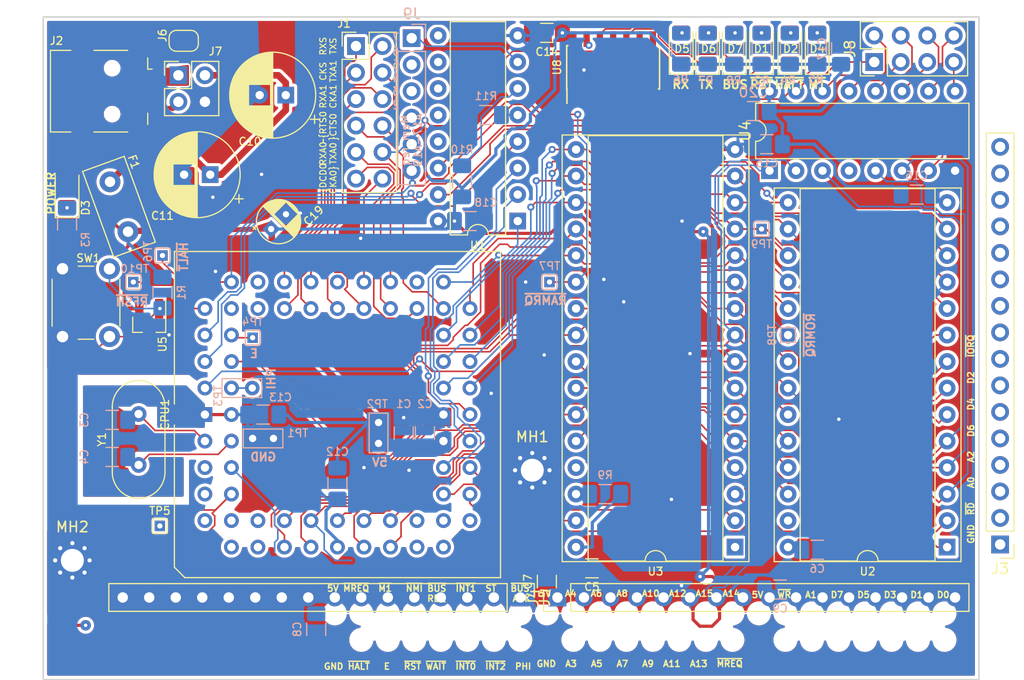
<source format=kicad_pcb>
(kicad_pcb (version 20171130) (host pcbnew 5.0.0-fee4fd1~66~ubuntu18.04.1)
  (layers (0 F.Cu signal) (31 B.Cu signal) (34 B.Paste user) (35 F.Paste user) (36 B.SilkS user) (37 F.SilkS user) (38 B.Mask user) (39 F.Mask user) (44 Edge.Cuts user))
  (net 0 "")
  (net 1 /A0)
  (net 2 /~M1)
  (net 3 /~MREQ)
  (net 4 /A1)
  (net 5 /~IORQ)
  (net 6 /A3)
  (net 7 /A4)
  (net 8 /A5)
  (net 9 /A7)
  (net 10 /A9)
  (net 11 /A11)
  (net 12 /A13)
  (net 13 /A2)
  (net 14 /A6)
  (net 15 /A8)
  (net 16 /A10)
  (net 17 /A12)
  (net 18 /A14)
  (net 19 /A16)
  (net 20 /D1)
  (net 21 /D3)
  (net 22 /D5)
  (net 23 /D7)
  (net 24 /A15)
  (net 25 /A17)
  (net 26 /A18)
  (net 27 /A19)
  (net 28 /D0)
  (net 29 /D2)
  (net 30 /D4)
  (net 31 /D6)
  (net 32 /~HALT)
  (net 33 "Net-(CPU1-Pad52)")
  (net 34 /~RD)
  (net 35 /~WR)
  (net 36 "Net-(U2-Pad27)")
  (net 37 Earth)
  (net 38 +5V)
  (net 39 /~INT0)
  (net 40 /~INT2)
  (net 41 /~NMI)
  (net 42 /~INT1)
  (net 43 /ST)
  (net 44 /E)
  (net 45 /~RTS0)
  (net 46 /~DCD0)
  (net 47 /RXA0)
  (net 48 /CKA1)
  (net 49 /RXS)
  (net 50 /~DREQ1)
  (net 51 /~CTS0)
  (net 52 /TXA0)
  (net 53 /CKA0)
  (net 54 /TXA1)
  (net 55 /RXA1)
  (net 56 /TXS)
  (net 57 /CKS)
  (net 58 /TEND1)
  (net 59 /~RESET)
  (net 60 /~BUSREQ)
  (net 61 /~BUSACK)
  (net 62 /~WAIT)
  (net 63 /PHI)
  (net 64 /EXTAL)
  (net 65 /XTAL)
  (net 66 /PWRIN_5V)
  (net 67 /USB_Vbus)
  (net 68 /USB_GND)
  (net 69 /USB_ID)
  (net 70 "Net-(R10-Pad2)")
  (net 71 "Net-(R11-Pad1)")
  (net 72 "Net-(R9-Pad2)")
  (net 73 /~RAMRQ)
  (net 74 /~ROMRQ)
  (net 75 "Net-(D4-Pad2)")
  (net 76 "Net-(D7-Pad2)")
  (net 77 "Net-(D5-Pad2)")
  (net 78 "Net-(D2-Pad2)")
  (net 79 "Net-(D1-Pad2)")
  (net 80 "Net-(D6-Pad2)")
  (net 81 /RESET_LED)
  (net 82 /HALT_LED)
  (net 83 /M1_LED)
  (net 84 /RX_LED)
  (net 85 /TX_LED)
  (net 86 /BUS_LED)
  (net 87 /~RFSH)
  (net 88 "Net-(D3-Pad1)")
  (net 89 /USB_DP)
  (net 90 /USB_DM)
  (net 91 /~Ax6)
  (net 92 /~Ax5)
  (net 93 /~Ax4)
  (net 94 /~Ax3)
  (net 95 /~Ax2)
  (net 96 /~Ax7)
  (net 97 /~IORQ6)
  (net 98 /~IORQ5)
  (net 99 /~IORQ4)
  (net 100 /~IORQ3)
  (net 101 /~IORQ2)
  (net 102 /~IORQ1)
  (net 103 /~IORQ7)
  (net 104 /~IORQ0)
  (module Connector_PinHeader_2.54mm:PinHeader_1x16_P2.54mm_Vertical (layer F.Cu) (at 89.916 147.32 90)
    (fp_text reference J4 (at 0 -2.33 90) (layer F.SilkS))
    (fp_text value zabus)
    (pad 1 thru_hole rect (at 0 0 90) (size 1.7 1.7) (drill 1) (layers *.Cu *.Mask) (net 37 Earth))
    (pad 2 thru_hole oval (at 0 2.54 90) (size 1.7 1.7) (drill 1) (layers *.Cu *.Mask) (net 38 +5V))
    (pad 3 thru_hole oval (at 0 5.08 90) (size 1.7 1.7) (drill 1) (layers *.Cu *.Mask) (net 6 /A3))
    (pad 4 thru_hole oval (at 0 7.62 90) (size 1.7 1.7) (drill 1) (layers *.Cu *.Mask) (net 7 /A4))
    (pad 5 thru_hole oval (at 0 10.16 90) (size 1.7 1.7) (drill 1) (layers *.Cu *.Mask) (net 8 /A5))
    (pad 6 thru_hole oval (at 0 12.7 90) (size 1.7 1.7) (drill 1) (layers *.Cu *.Mask) (net 14 /A6))
    (pad 7 thru_hole oval (at 0 15.24 90) (size 1.7 1.7) (drill 1) (layers *.Cu *.Mask) (net 9 /A7))
    (pad 8 thru_hole oval (at 0 17.78 90) (size 1.7 1.7) (drill 1) (layers *.Cu *.Mask) (net 15 /A8))
    (pad 9 thru_hole oval (at 0 20.32 90) (size 1.7 1.7) (drill 1) (layers *.Cu *.Mask) (net 10 /A9))
    (pad 10 thru_hole oval (at 0 22.86 90) (size 1.7 1.7) (drill 1) (layers *.Cu *.Mask) (net 16 /A10))
    (pad 11 thru_hole oval (at 0 25.4 90) (size 1.7 1.7) (drill 1) (layers *.Cu *.Mask) (net 11 /A11))
    (pad 12 thru_hole oval (at 0 27.94 90) (size 1.7 1.7) (drill 1) (layers *.Cu *.Mask) (net 17 /A12))
    (pad 13 thru_hole oval (at 0 30.48 90) (size 1.7 1.7) (drill 1) (layers *.Cu *.Mask) (net 12 /A13))
    (pad 14 thru_hole oval (at 0 33.02 90) (size 1.7 1.7) (drill 1) (layers *.Cu *.Mask) (net 24 /A15))
    (pad 15 thru_hole oval (at 0 35.56 90) (size 1.7 1.7) (drill 1) (layers *.Cu *.Mask) (net 3 /~MREQ))
    (pad 16 thru_hole oval (at 0 38.1 90) (size 1.7 1.7) (drill 1) (layers *.Cu *.Mask) (net 18 /A14))
  )
  (module Connector_PinHeader_2.54mm:PinHeader_1x16_P2.54mm_Vertical (layer F.Cu) (at 86.36 147.32 270)
    (fp_text reference J5 (at 0 -2.33 270) (layer F.SilkS))
    (fp_text value zcbus)
    (pad 1 thru_hole rect (at 0 0 270) (size 1.7 1.7) (drill 1) (layers *.Cu *.Mask) (net 37 Earth))
    (pad 2 thru_hole oval (at 0 2.54 270) (size 1.7 1.7) (drill 1) (layers *.Cu *.Mask) (net 38 +5V))
    (pad 3 thru_hole oval (at 0 5.08 270) (size 1.7 1.7) (drill 1) (layers *.Cu *.Mask) (net 32 /~HALT))
    (pad 4 thru_hole oval (at 0 7.62 270) (size 1.7 1.7) (drill 1) (layers *.Cu *.Mask) (net 3 /~MREQ))
    (pad 5 thru_hole oval (at 0 10.16 270) (size 1.7 1.7) (drill 1) (layers *.Cu *.Mask) (net 44 /E))
    (pad 6 thru_hole oval (at 0 12.7 270) (size 1.7 1.7) (drill 1) (layers *.Cu *.Mask) (net 2 /~M1))
    (pad 7 thru_hole oval (at 0 15.24 270) (size 1.7 1.7) (drill 1) (layers *.Cu *.Mask) (net 59 /~RESET))
    (pad 8 thru_hole oval (at 0 17.78 270) (size 1.7 1.7) (drill 1) (layers *.Cu *.Mask) (net 41 /~NMI))
    (pad 9 thru_hole oval (at 0 20.32 270) (size 1.7 1.7) (drill 1) (layers *.Cu *.Mask) (net 62 /~WAIT))
    (pad 10 thru_hole oval (at 0 22.86 270) (size 1.7 1.7) (drill 1) (layers *.Cu *.Mask) (net 60 /~BUSREQ))
    (pad 11 thru_hole oval (at 0 25.4 270) (size 1.7 1.7) (drill 1) (layers *.Cu *.Mask) (net 39 /~INT0))
    (pad 12 thru_hole oval (at 0 27.94 270) (size 1.7 1.7) (drill 1) (layers *.Cu *.Mask) (net 42 /~INT1))
    (pad 13 thru_hole oval (at 0 30.48 270) (size 1.7 1.7) (drill 1) (layers *.Cu *.Mask) (net 40 /~INT2))
    (pad 14 thru_hole oval (at 0 33.02 270) (size 1.7 1.7) (drill 1) (layers *.Cu *.Mask) (net 43 /ST))
    (pad 15 thru_hole oval (at 0 35.56 270) (size 1.7 1.7) (drill 1) (layers *.Cu *.Mask) (net 63 /PHI))
    (pad 16 thru_hole oval (at 0 38.1 270) (size 1.7 1.7) (drill 1) (layers *.Cu *.Mask) (net 61 /~BUSACK))
  )
  (module Connector_PinHeader_2.54mm:PinHeader_1x16_P2.54mm_Vertical (layer F.Cu) (at 132.334 142.24 180)
    (fp_text reference J3 (at 0 -2.33 180) (layer F.SilkS))
    (fp_text value zdbus)
    (pad 1 thru_hole rect (at 0 0 180) (size 1.7 1.7) (drill 1) (layers *.Cu *.Mask) (net 37 Earth))
    (pad 2 thru_hole oval (at 0 2.54 180) (size 1.7 1.7) (drill 1) (layers *.Cu *.Mask) (net 38 +5V))
    (pad 3 thru_hole oval (at 0 5.08 180) (size 1.7 1.7) (drill 1) (layers *.Cu *.Mask) (net 34 /~RD))
    (pad 4 thru_hole oval (at 0 7.62 180) (size 1.7 1.7) (drill 1) (layers *.Cu *.Mask) (net 35 /~WR))
    (pad 5 thru_hole oval (at 0 10.16 180) (size 1.7 1.7) (drill 1) (layers *.Cu *.Mask) (net 1 /A0))
    (pad 6 thru_hole oval (at 0 12.7 180) (size 1.7 1.7) (drill 1) (layers *.Cu *.Mask) (net 4 /A1))
    (pad 7 thru_hole oval (at 0 15.24 180) (size 1.7 1.7) (drill 1) (layers *.Cu *.Mask) (net 13 /A2))
    (pad 8 thru_hole oval (at 0 17.78 180) (size 1.7 1.7) (drill 1) (layers *.Cu *.Mask) (net 23 /D7))
    (pad 9 thru_hole oval (at 0 20.32 180) (size 1.7 1.7) (drill 1) (layers *.Cu *.Mask) (net 31 /D6))
    (pad 10 thru_hole oval (at 0 22.86 180) (size 1.7 1.7) (drill 1) (layers *.Cu *.Mask) (net 22 /D5))
    (pad 11 thru_hole oval (at 0 25.4 180) (size 1.7 1.7) (drill 1) (layers *.Cu *.Mask) (net 30 /D4))
    (pad 12 thru_hole oval (at 0 27.94 180) (size 1.7 1.7) (drill 1) (layers *.Cu *.Mask) (net 21 /D3))
    (pad 13 thru_hole oval (at 0 30.48 180) (size 1.7 1.7) (drill 1) (layers *.Cu *.Mask) (net 29 /D2))
    (pad 14 thru_hole oval (at 0 33.02 180) (size 1.7 1.7) (drill 1) (layers *.Cu *.Mask) (net 20 /D1))
    (pad 15 thru_hole oval (at 0 35.56 180) (size 1.7 1.7) (drill 1) (layers *.Cu *.Mask) (net 5 /~IORQ))
    (pad 16 thru_hole oval (at 0 38.1 180) (size 1.7 1.7) (drill 1) (layers *.Cu *.Mask) (net 28 /D0))
  )
  (module Capacitor_SMD:C_1206_3216Metric_Pad1.42x1.75mm_HandSolder (layer F.Cu) (at 88.9 145.796 90)
    (fp_text reference C7 (at 0 -1.82 90) (layer F.SilkS) (effects (font (size 0.75 0.75) (thickness 0.125))))
    (fp_text value 0.1µF)
    (pad 1 smd roundrect (at -1.4875 0 90) (size 1.425 1.75) (layers F.Cu F.Paste F.Mask) (roundrect_rratio 0.175439) (net 38 +5V))
    (pad 2 smd roundrect (at 1.4875 0 90) (size 1.425 1.75) (layers F.Cu F.Paste F.Mask) (roundrect_rratio 0.175439) (net 37 Earth))
  )
  (module Package_DIP:DIP-28_W15.24mm_Socket (layer F.Cu) (at 127.254 142.494 180)
    (fp_text reference U2 (at 7.62 -2.33 180) (layer F.SilkS) (effects (font (size 0.75 0.75) (thickness 0.125))))
    (fp_text value 28C256)
    (pad 1 thru_hole rect (at 0 0 180) (size 1.6 1.6) (drill 0.8) (layers *.Cu *.Mask) (net 18 /A14))
    (pad 15 thru_hole oval (at 15.24 33.02 180) (size 1.6 1.6) (drill 0.8) (layers *.Cu *.Mask) (net 21 /D3))
    (pad 2 thru_hole oval (at 0 2.54 180) (size 1.6 1.6) (drill 0.8) (layers *.Cu *.Mask) (net 17 /A12))
    (pad 16 thru_hole oval (at 15.24 30.48 180) (size 1.6 1.6) (drill 0.8) (layers *.Cu *.Mask) (net 30 /D4))
    (pad 3 thru_hole oval (at 0 5.08 180) (size 1.6 1.6) (drill 0.8) (layers *.Cu *.Mask) (net 9 /A7))
    (pad 17 thru_hole oval (at 15.24 27.94 180) (size 1.6 1.6) (drill 0.8) (layers *.Cu *.Mask) (net 22 /D5))
    (pad 4 thru_hole oval (at 0 7.62 180) (size 1.6 1.6) (drill 0.8) (layers *.Cu *.Mask) (net 14 /A6))
    (pad 18 thru_hole oval (at 15.24 25.4 180) (size 1.6 1.6) (drill 0.8) (layers *.Cu *.Mask) (net 31 /D6))
    (pad 5 thru_hole oval (at 0 10.16 180) (size 1.6 1.6) (drill 0.8) (layers *.Cu *.Mask) (net 8 /A5))
    (pad 19 thru_hole oval (at 15.24 22.86 180) (size 1.6 1.6) (drill 0.8) (layers *.Cu *.Mask) (net 23 /D7))
    (pad 6 thru_hole oval (at 0 12.7 180) (size 1.6 1.6) (drill 0.8) (layers *.Cu *.Mask) (net 7 /A4))
    (pad 20 thru_hole oval (at 15.24 20.32 180) (size 1.6 1.6) (drill 0.8) (layers *.Cu *.Mask) (net 74 /~ROMRQ))
    (pad 7 thru_hole oval (at 0 15.24 180) (size 1.6 1.6) (drill 0.8) (layers *.Cu *.Mask) (net 6 /A3))
    (pad 21 thru_hole oval (at 15.24 17.78 180) (size 1.6 1.6) (drill 0.8) (layers *.Cu *.Mask) (net 16 /A10))
    (pad 8 thru_hole oval (at 0 17.78 180) (size 1.6 1.6) (drill 0.8) (layers *.Cu *.Mask) (net 13 /A2))
    (pad 22 thru_hole oval (at 15.24 15.24 180) (size 1.6 1.6) (drill 0.8) (layers *.Cu *.Mask) (net 34 /~RD))
    (pad 9 thru_hole oval (at 0 20.32 180) (size 1.6 1.6) (drill 0.8) (layers *.Cu *.Mask) (net 4 /A1))
    (pad 23 thru_hole oval (at 15.24 12.7 180) (size 1.6 1.6) (drill 0.8) (layers *.Cu *.Mask) (net 11 /A11))
    (pad 10 thru_hole oval (at 0 22.86 180) (size 1.6 1.6) (drill 0.8) (layers *.Cu *.Mask) (net 1 /A0))
    (pad 24 thru_hole oval (at 15.24 10.16 180) (size 1.6 1.6) (drill 0.8) (layers *.Cu *.Mask) (net 10 /A9))
    (pad 11 thru_hole oval (at 0 25.4 180) (size 1.6 1.6) (drill 0.8) (layers *.Cu *.Mask) (net 28 /D0))
    (pad 25 thru_hole oval (at 15.24 7.62 180) (size 1.6 1.6) (drill 0.8) (layers *.Cu *.Mask) (net 15 /A8))
    (pad 12 thru_hole oval (at 0 27.94 180) (size 1.6 1.6) (drill 0.8) (layers *.Cu *.Mask) (net 20 /D1))
    (pad 26 thru_hole oval (at 15.24 5.08 180) (size 1.6 1.6) (drill 0.8) (layers *.Cu *.Mask) (net 12 /A13))
    (pad 13 thru_hole oval (at 0 30.48 180) (size 1.6 1.6) (drill 0.8) (layers *.Cu *.Mask) (net 29 /D2))
    (pad 27 thru_hole oval (at 15.24 2.54 180) (size 1.6 1.6) (drill 0.8) (layers *.Cu *.Mask) (net 36 "Net-(U2-Pad27)"))
    (pad 14 thru_hole oval (at 0 33.02 180) (size 1.6 1.6) (drill 0.8) (layers *.Cu *.Mask) (net 37 Earth))
    (pad 28 thru_hole oval (at 15.24 0 180) (size 1.6 1.6) (drill 0.8) (layers *.Cu *.Mask) (net 38 +5V))
  )
  (module Connector_PinHeader_2.54mm:PinHeader_1x06_P2.54mm_Vertical (layer B.Cu) (at 75.946 93.726 180)
    (fp_text reference J9 (at 0 2.33 180) (layer B.SilkS) (effects (justify mirror)))
    (fp_text value MEM_ADDR)
    (pad 1 thru_hole rect (at 0 0 180) (size 1.7 1.7) (drill 1) (layers *.Cu *.Mask) (net 96 /~Ax7))
    (pad 2 thru_hole oval (at 0 -2.54 180) (size 1.7 1.7) (drill 1) (layers *.Cu *.Mask) (net 91 /~Ax6))
    (pad 3 thru_hole oval (at 0 -5.08 180) (size 1.7 1.7) (drill 1) (layers *.Cu *.Mask) (net 92 /~Ax5))
    (pad 4 thru_hole oval (at 0 -7.62 180) (size 1.7 1.7) (drill 1) (layers *.Cu *.Mask) (net 93 /~Ax4))
    (pad 5 thru_hole oval (at 0 -10.16 180) (size 1.7 1.7) (drill 1) (layers *.Cu *.Mask) (net 94 /~Ax3))
    (pad 6 thru_hole oval (at 0 -12.7 180) (size 1.7 1.7) (drill 1) (layers *.Cu *.Mask) (net 95 /~Ax2))
  )
  (module MountingHole:MountingHole_2.2mm_M2_Pad_Via (layer F.Cu) (at 87.503 135.128)
    (fp_text reference MH1 (at 0 -3.2) (layer F.SilkS))
    (fp_text value MountingHole_Pad)
    (pad 1 thru_hole circle (at 0 0) (size 4.4 4.4) (drill 2.2) (layers *.Cu *.Mask) (net 37 Earth))
    (pad 1 thru_hole circle (at 1.65 0) (size 0.7 0.7) (drill 0.4) (layers *.Cu *.Mask) (net 37 Earth))
    (pad 1 thru_hole circle (at 1.166726 1.166726) (size 0.7 0.7) (drill 0.4) (layers *.Cu *.Mask) (net 37 Earth))
    (pad 1 thru_hole circle (at 0 1.65) (size 0.7 0.7) (drill 0.4) (layers *.Cu *.Mask) (net 37 Earth))
    (pad 1 thru_hole circle (at -1.166726 1.166726) (size 0.7 0.7) (drill 0.4) (layers *.Cu *.Mask) (net 37 Earth))
    (pad 1 thru_hole circle (at -1.65 0) (size 0.7 0.7) (drill 0.4) (layers *.Cu *.Mask) (net 37 Earth))
    (pad 1 thru_hole circle (at -1.166726 -1.166726) (size 0.7 0.7) (drill 0.4) (layers *.Cu *.Mask) (net 37 Earth))
    (pad 1 thru_hole circle (at 0 -1.65) (size 0.7 0.7) (drill 0.4) (layers *.Cu *.Mask) (net 37 Earth))
    (pad 1 thru_hole circle (at 1.166726 -1.166726) (size 0.7 0.7) (drill 0.4) (layers *.Cu *.Mask) (net 37 Earth))
  )
  (module MountingHole:MountingHole_2.2mm_M2_Pad_Via (layer F.Cu) (at 43.434 143.764)
    (fp_text reference MH2 (at 0 -3.2) (layer F.SilkS))
    (fp_text value MountingHole_Pad)
    (pad 1 thru_hole circle (at 1.166726 -1.166726) (size 0.7 0.7) (drill 0.4) (layers *.Cu *.Mask) (net 37 Earth))
    (pad 1 thru_hole circle (at 0 -1.65) (size 0.7 0.7) (drill 0.4) (layers *.Cu *.Mask) (net 37 Earth))
    (pad 1 thru_hole circle (at -1.166726 -1.166726) (size 0.7 0.7) (drill 0.4) (layers *.Cu *.Mask) (net 37 Earth))
    (pad 1 thru_hole circle (at -1.65 0) (size 0.7 0.7) (drill 0.4) (layers *.Cu *.Mask) (net 37 Earth))
    (pad 1 thru_hole circle (at -1.166726 1.166726) (size 0.7 0.7) (drill 0.4) (layers *.Cu *.Mask) (net 37 Earth))
    (pad 1 thru_hole circle (at 0 1.65) (size 0.7 0.7) (drill 0.4) (layers *.Cu *.Mask) (net 37 Earth))
    (pad 1 thru_hole circle (at 1.166726 1.166726) (size 0.7 0.7) (drill 0.4) (layers *.Cu *.Mask) (net 37 Earth))
    (pad 1 thru_hole circle (at 1.65 0) (size 0.7 0.7) (drill 0.4) (layers *.Cu *.Mask) (net 37 Earth))
    (pad 1 thru_hole circle (at 0 0) (size 4.4 4.4) (drill 2.2) (layers *.Cu *.Mask) (net 37 Earth))
  )
  (module Capacitor_SMD:C_1206_3216Metric_Pad1.42x1.75mm_HandSolder (layer B.Cu) (at 108.712 100.711 180)
    (fp_text reference C20 (at 0 1.82 180) (layer B.SilkS) (effects (justify mirror)))
    (fp_text value C_Small)
    (pad 1 smd roundrect (at -1.4875 0 180) (size 1.425 1.75) (layers B.Cu B.Paste B.Mask) (roundrect_rratio 0.175439) (net 38 +5V))
    (pad 2 smd roundrect (at 1.4875 0 180) (size 1.425 1.75) (layers B.Cu B.Paste B.Mask) (roundrect_rratio 0.175439) (net 37 Earth))
  )
  (module Connector_PinHeader_2.54mm:PinHeader_2x04_P2.54mm_Vertical (layer F.Cu) (at 120.269 96.012 90)
    (fp_text reference J8 (at 1.27 -2.33 90) (layer F.SilkS))
    (fp_text value Conn_01x08)
    (pad 1 thru_hole rect (at 0 0 90) (size 1.7 1.7) (drill 1) (layers *.Cu *.Mask) (net 104 /~IORQ0))
    (pad 2 thru_hole oval (at 2.54 0 90) (size 1.7 1.7) (drill 1) (layers *.Cu *.Mask) (net 102 /~IORQ1))
    (pad 3 thru_hole oval (at 0 2.54 90) (size 1.7 1.7) (drill 1) (layers *.Cu *.Mask) (net 101 /~IORQ2))
    (pad 4 thru_hole oval (at 2.54 2.54 90) (size 1.7 1.7) (drill 1) (layers *.Cu *.Mask) (net 100 /~IORQ3))
    (pad 5 thru_hole oval (at 0 5.08 90) (size 1.7 1.7) (drill 1) (layers *.Cu *.Mask) (net 99 /~IORQ4))
    (pad 6 thru_hole oval (at 2.54 5.08 90) (size 1.7 1.7) (drill 1) (layers *.Cu *.Mask) (net 98 /~IORQ5))
    (pad 7 thru_hole oval (at 0 7.62 90) (size 1.7 1.7) (drill 1) (layers *.Cu *.Mask) (net 97 /~IORQ6))
    (pad 8 thru_hole oval (at 2.54 7.62 90) (size 1.7 1.7) (drill 1) (layers *.Cu *.Mask) (net 103 /~IORQ7))
  )
  (module Package_DIP:DIP-16_W7.62mm (layer F.Cu) (at 110.236 106.426 90)
    (fp_text reference U4 (at 3.81 -2.33 90) (layer F.SilkS))
    (fp_text value 74LS138)
    (pad 1 thru_hole rect (at 0 0 90) (size 1.6 1.6) (drill 0.8) (layers *.Cu *.Mask) (net 6 /A3))
    (pad 9 thru_hole oval (at 7.62 17.78 90) (size 1.6 1.6) (drill 0.8) (layers *.Cu *.Mask) (net 97 /~IORQ6))
    (pad 2 thru_hole oval (at 0 2.54 90) (size 1.6 1.6) (drill 0.8) (layers *.Cu *.Mask) (net 7 /A4))
    (pad 10 thru_hole oval (at 7.62 15.24 90) (size 1.6 1.6) (drill 0.8) (layers *.Cu *.Mask) (net 98 /~IORQ5))
    (pad 3 thru_hole oval (at 0 5.08 90) (size 1.6 1.6) (drill 0.8) (layers *.Cu *.Mask) (net 8 /A5))
    (pad 11 thru_hole oval (at 7.62 12.7 90) (size 1.6 1.6) (drill 0.8) (layers *.Cu *.Mask) (net 99 /~IORQ4))
    (pad 4 thru_hole oval (at 0 7.62 90) (size 1.6 1.6) (drill 0.8) (layers *.Cu *.Mask) (net 5 /~IORQ))
    (pad 12 thru_hole oval (at 7.62 10.16 90) (size 1.6 1.6) (drill 0.8) (layers *.Cu *.Mask) (net 100 /~IORQ3))
    (pad 5 thru_hole oval (at 0 10.16 90) (size 1.6 1.6) (drill 0.8) (layers *.Cu *.Mask) (net 14 /A6))
    (pad 13 thru_hole oval (at 7.62 7.62 90) (size 1.6 1.6) (drill 0.8) (layers *.Cu *.Mask) (net 101 /~IORQ2))
    (pad 6 thru_hole oval (at 0 12.7 90) (size 1.6 1.6) (drill 0.8) (layers *.Cu *.Mask) (net 9 /A7))
    (pad 14 thru_hole oval (at 7.62 5.08 90) (size 1.6 1.6) (drill 0.8) (layers *.Cu *.Mask) (net 102 /~IORQ1))
    (pad 7 thru_hole oval (at 0 15.24 90) (size 1.6 1.6) (drill 0.8) (layers *.Cu *.Mask) (net 103 /~IORQ7))
    (pad 15 thru_hole oval (at 7.62 2.54 90) (size 1.6 1.6) (drill 0.8) (layers *.Cu *.Mask) (net 104 /~IORQ0))
    (pad 8 thru_hole oval (at 0 17.78 90) (size 1.6 1.6) (drill 0.8) (layers *.Cu *.Mask) (net 37 Earth))
    (pad 16 thru_hole oval (at 7.62 0 90) (size 1.6 1.6) (drill 0.8) (layers *.Cu *.Mask) (net 38 +5V))
  )
  (module Fuse:Fuse_Littlefuse_395Series (layer F.Cu) (at 48.768 112.268 110)
    (fp_text reference F1 (at 6.096 2.794 110) (layer F.SilkS) (effects (font (size 0.75 0.75) (thickness 0.125))))
    (fp_text value 500mA)
    (pad 1 thru_hole circle (at 0 0 110) (size 2 2) (drill 1) (layers *.Cu *.Mask) (net 38 +5V))
    (pad 2 thru_hole circle (at 5.08 0.01 110) (size 2 2) (drill 1) (layers *.Cu *.Mask) (net 66 /PWRIN_5V))
  )
  (module TestPoint:TestPoint_THTPad_1.0x1.0mm_Drill0.5mm (layer B.Cu) (at 52.07 114.554)
    (fp_text reference TP6 (at -1.397 -0.381 90) (layer B.SilkS) (effects (font (size 0.75 0.75) (thickness 0.125)) (justify mirror)))
    (fp_text value TST_HALT)
    (pad 1 thru_hole rect (at 0 0) (size 1 1) (drill 0.5) (layers *.Cu *.Mask) (net 32 /~HALT))
  )
  (module Capacitor_THT:CP_Radial_D8.0mm_P2.50mm (layer F.Cu) (at 56.642 106.807 180)
    (fp_text reference C11 (at 4.572 -3.937 180) (layer F.SilkS) (effects (font (size 0.75 0.75) (thickness 0.125))))
    (fp_text value 1µF)
    (pad 2 thru_hole circle (at 2.5 0 180) (size 1.6 1.6) (drill 0.8) (layers *.Cu *.Mask) (net 37 Earth))
    (pad 1 thru_hole rect (at 0 0 180) (size 1.6 1.6) (drill 0.8) (layers *.Cu *.Mask) (net 66 /PWRIN_5V))
  )
  (module Capacitor_THT:CP_Radial_D4.0mm_P2.00mm (layer F.Cu) (at 62.484 112.014 45)
    (fp_text reference C19 (at 3.771708 1.975656 45) (layer F.SilkS) (effects (font (size 0.75 0.75) (thickness 0.125))))
    (fp_text value 1µF)
    (pad 1 thru_hole rect (at 0 0 45) (size 1.2 1.2) (drill 0.6) (layers *.Cu *.Mask) (net 38 +5V))
    (pad 2 thru_hole circle (at 2 0 45) (size 1.2 1.2) (drill 0.6) (layers *.Cu *.Mask) (net 37 Earth))
  )
  (module Jumper:SolderJumper-2_P1.3mm_Open_RoundedPad1.0x1.5mm (layer F.Cu) (at 54.102 93.98)
    (fp_text reference J6 (at -2.032 -0.508 90) (layer F.SilkS) (effects (font (size 0.75 0.75) (thickness 0.125))))
    (fp_text value USB_DATA)
    (pad 1 smd custom (at -0.65 0) (size 1 0.5) (layers F.Cu F.Mask) (net 89 /USB_DP) (options (clearance outline) (anchor rect)) (primitives (gr_circle (center 0 0.25) (end 0.5 0.25) (width 0)) (gr_circle (center 0 -0.25) (end 0.5 -0.25) (width 0)) (gr_poly (pts (xy 0 -0.75) (xy 0.5 -0.75) (xy 0.5 0.75) (xy 0 0.75)) (width 0))))
    (pad 2 smd custom (at 0.65 0) (size 1 0.5) (layers F.Cu F.Mask) (net 90 /USB_DM) (options (clearance outline) (anchor rect)) (primitives (gr_circle (center 0 0.25) (end 0.5 0.25) (width 0)) (gr_circle (center 0 -0.25) (end 0.5 -0.25) (width 0)) (gr_poly (pts (xy 0 -0.75) (xy -0.5 -0.75) (xy -0.5 0.75) (xy 0 0.75)) (width 0))))
  )
  (module Connector_USB:USB_Mini-B_Lumberg_2486_01_Horizontal (layer F.Cu) (at 47.244 98.806 270)
    (fp_text reference J2 (at -4.826 5.334 180) (layer F.SilkS) (effects (font (size 0.75 0.75) (thickness 0.125))))
    (fp_text value USB_POWER)
    (pad 1 smd rect (at -1.6 -2.7 270) (size 0.5 2) (layers F.Cu F.Paste F.Mask) (net 67 /USB_Vbus))
    (pad 2 smd rect (at -0.8 -2.7 270) (size 0.5 2) (layers F.Cu F.Paste F.Mask) (net 90 /USB_DM))
    (pad 3 smd rect (at 0 -2.7 270) (size 0.5 2) (layers F.Cu F.Paste F.Mask) (net 89 /USB_DP))
    (pad 4 smd rect (at 0.8 -2.7 270) (size 0.5 2) (layers F.Cu F.Paste F.Mask) (net 69 /USB_ID))
    (pad 5 smd rect (at 1.6 -2.7 270) (size 0.5 2) (layers F.Cu F.Paste F.Mask) (net 68 /USB_GND))
    (pad 6 smd rect (at -4.45 -2.6 270) (size 2 1.7) (layers F.Cu F.Paste F.Mask) (net 68 /USB_GND))
    (pad 6 smd rect (at -4.45 2.85 270) (size 2 1.7) (layers F.Cu F.Paste F.Mask) (net 68 /USB_GND))
    (pad 6 smd rect (at 4.45 -2.6 270) (size 2 1.7) (layers F.Cu F.Paste F.Mask) (net 68 /USB_GND))
    (pad 6 smd rect (at 4.45 2.85 270) (size 2 1.7) (layers F.Cu F.Paste F.Mask) (net 68 /USB_GND))
    (pad "" np_thru_hole circle (at -2.2 0 270) (size 1 1) (drill 1) (layers *.Cu *.Mask))
    (pad "" np_thru_hole circle (at 2.2 0 270) (size 1 1) (drill 1) (layers *.Cu *.Mask))
  )
  (module Capacitor_SMD:C_1206_3216Metric_Pad1.42x1.75mm_HandSolder (layer B.Cu) (at 61.722 129.794)
    (fp_text reference C13 (at 1.651 -1.651) (layer B.SilkS) (effects (font (size 0.75 0.75) (thickness 0.125)) (justify mirror)))
    (fp_text value 0.1µF)
    (pad 2 smd roundrect (at 1.4875 0) (size 1.425 1.75) (layers B.Cu B.Paste B.Mask) (roundrect_rratio 0.175439) (net 38 +5V))
    (pad 1 smd roundrect (at -1.4875 0) (size 1.425 1.75) (layers B.Cu B.Paste B.Mask) (roundrect_rratio 0.175439) (net 37 Earth))
  )
  (module Package_LCC:PLCC-68_THT-Socket (layer F.Cu) (at 56.134 129.794 90)
    (fp_text reference CPU1 (at 0 -3.825 90) (layer F.SilkS) (effects (font (size 0.75 0.75) (thickness 0.125))))
    (fp_text value Z8S180)
    (pad 2 thru_hole circle (at 0 2.54 90) (size 1.4224 1.4224) (drill 0.8) (layers *.Cu *.Mask) (net 37 Earth))
    (pad 4 thru_hole circle (at -2.54 2.54 90) (size 1.4224 1.4224) (drill 0.8) (layers *.Cu *.Mask) (net 64 /EXTAL))
    (pad 6 thru_hole circle (at -5.08 2.54 90) (size 1.4224 1.4224) (drill 0.8) (layers *.Cu *.Mask) (net 61 /~BUSACK))
    (pad 8 thru_hole circle (at -7.62 2.54 90) (size 1.4224 1.4224) (drill 0.8) (layers *.Cu *.Mask) (net 59 /~RESET))
    (pad 68 thru_hole circle (at 2.54 2.54 90) (size 1.4224 1.4224) (drill 0.8) (layers *.Cu *.Mask) (net 63 /PHI))
    (pad 66 thru_hole circle (at 5.08 2.54 90) (size 1.4224 1.4224) (drill 0.8) (layers *.Cu *.Mask) (net 35 /~WR))
    (pad 64 thru_hole circle (at 7.62 2.54 90) (size 1.4224 1.4224) (drill 0.8) (layers *.Cu *.Mask) (net 44 /E))
    (pad 62 thru_hole circle (at 10.16 2.54 90) (size 1.4224 1.4224) (drill 0.8) (layers *.Cu *.Mask) (net 5 /~IORQ))
    (pad 1 thru_hole rect (at 0 0 90) (size 1.4224 1.4224) (drill 0.8) (layers *.Cu *.Mask) (net 37 Earth))
    (pad 3 thru_hole circle (at -2.54 0 90) (size 1.4224 1.4224) (drill 0.8) (layers *.Cu *.Mask) (net 65 /XTAL))
    (pad 5 thru_hole circle (at -5.079999 0 90) (size 1.4224 1.4224) (drill 0.8) (layers *.Cu *.Mask) (net 62 /~WAIT))
    (pad 7 thru_hole circle (at -7.62 0 90) (size 1.4224 1.4224) (drill 0.8) (layers *.Cu *.Mask) (net 60 /~BUSREQ))
    (pad 9 thru_hole circle (at -10.16 0 90) (size 1.4224 1.4224) (drill 0.8) (layers *.Cu *.Mask) (net 41 /~NMI))
    (pad 67 thru_hole circle (at 2.54 0 90) (size 1.4224 1.4224) (drill 0.8) (layers *.Cu *.Mask) (net 34 /~RD))
    (pad 65 thru_hole circle (at 5.079999 0 90) (size 1.4224 1.4224) (drill 0.8) (layers *.Cu *.Mask) (net 2 /~M1))
    (pad 63 thru_hole circle (at 7.62 0 90) (size 1.4224 1.4224) (drill 0.8) (layers *.Cu *.Mask) (net 3 /~MREQ))
    (pad 11 thru_hole circle (at -10.16 2.54 90) (size 1.4224 1.4224) (drill 0.8) (layers *.Cu *.Mask) (net 42 /~INT1))
    (pad 13 thru_hole circle (at -10.159999 5.08 90) (size 1.4224 1.4224) (drill 0.8) (layers *.Cu *.Mask) (net 43 /ST))
    (pad 15 thru_hole circle (at -10.16 7.62 90) (size 1.4224 1.4224) (drill 0.8) (layers *.Cu *.Mask) (net 4 /A1))
    (pad 17 thru_hole circle (at -10.16 10.16 90) (size 1.4224 1.4224) (drill 0.8) (layers *.Cu *.Mask) (net 6 /A3))
    (pad 19 thru_hole circle (at -10.16 12.7 90) (size 1.4224 1.4224) (drill 0.8) (layers *.Cu *.Mask) (net 7 /A4))
    (pad 21 thru_hole circle (at -10.16 15.24 90) (size 1.4224 1.4224) (drill 0.8) (layers *.Cu *.Mask) (net 14 /A6))
    (pad 23 thru_hole circle (at -10.159999 17.78 90) (size 1.4224 1.4224) (drill 0.8) (layers *.Cu *.Mask) (net 15 /A8))
    (pad 25 thru_hole circle (at -10.16 20.32 90) (size 1.4224 1.4224) (drill 0.8) (layers *.Cu *.Mask) (net 16 /A10))
    (pad 10 thru_hole circle (at -12.7 2.54 90) (size 1.4224 1.4224) (drill 0.8) (layers *.Cu *.Mask) (net 39 /~INT0))
    (pad 12 thru_hole circle (at -12.700001 5.08 90) (size 1.4224 1.4224) (drill 0.8) (layers *.Cu *.Mask) (net 40 /~INT2))
    (pad 14 thru_hole circle (at -12.7 7.62 90) (size 1.4224 1.4224) (drill 0.8) (layers *.Cu *.Mask) (net 1 /A0))
    (pad 16 thru_hole circle (at -12.7 10.16 90) (size 1.4224 1.4224) (drill 0.8) (layers *.Cu *.Mask) (net 13 /A2))
    (pad 18 thru_hole circle (at -12.7 12.7 90) (size 1.4224 1.4224) (drill 0.8) (layers *.Cu *.Mask) (net 37 Earth))
    (pad 20 thru_hole circle (at -12.7 15.24 90) (size 1.4224 1.4224) (drill 0.8) (layers *.Cu *.Mask) (net 8 /A5))
    (pad 22 thru_hole circle (at -12.700001 17.78 90) (size 1.4224 1.4224) (drill 0.8) (layers *.Cu *.Mask) (net 9 /A7))
    (pad 24 thru_hole circle (at -12.7 20.32 90) (size 1.4224 1.4224) (drill 0.8) (layers *.Cu *.Mask) (net 10 /A9))
    (pad 26 thru_hole circle (at -12.7 22.86 90) (size 1.4224 1.4224) (drill 0.8) (layers *.Cu *.Mask) (net 11 /A11))
    (pad 28 thru_hole circle (at -10.16 22.86 90) (size 1.4224 1.4224) (drill 0.8) (layers *.Cu *.Mask) (net 12 /A13))
    (pad 30 thru_hole circle (at -7.62 22.86 90) (size 1.4224 1.4224) (drill 0.8) (layers *.Cu *.Mask) (net 24 /A15))
    (pad 32 thru_hole circle (at -5.079999 22.86 90) (size 1.4224 1.4224) (drill 0.8) (layers *.Cu *.Mask) (net 25 /A17))
    (pad 34 thru_hole circle (at -2.54 22.86 90) (size 1.4224 1.4224) (drill 0.8) (layers *.Cu *.Mask) (net 38 +5V))
    (pad 36 thru_hole circle (at 0 22.86 90) (size 1.4224 1.4224) (drill 0.8) (layers *.Cu *.Mask) (net 37 Earth))
    (pad 38 thru_hole circle (at 2.54 22.86 90) (size 1.4224 1.4224) (drill 0.8) (layers *.Cu *.Mask) (net 20 /D1))
    (pad 40 thru_hole circle (at 5.079999 22.86 90) (size 1.4224 1.4224) (drill 0.8) (layers *.Cu *.Mask) (net 21 /D3))
    (pad 42 thru_hole circle (at 7.62 22.86 90) (size 1.4224 1.4224) (drill 0.8) (layers *.Cu *.Mask) (net 22 /D5))
    (pad 44 thru_hole circle (at 12.7 22.86 90) (size 1.4224 1.4224) (drill 0.8) (layers *.Cu *.Mask) (net 23 /D7))
    (pad 27 thru_hole circle (at -10.16 25.4 90) (size 1.4224 1.4224) (drill 0.8) (layers *.Cu *.Mask) (net 17 /A12))
    (pad 29 thru_hole circle (at -7.62 25.4 90) (size 1.4224 1.4224) (drill 0.8) (layers *.Cu *.Mask) (net 18 /A14))
    (pad 31 thru_hole circle (at -5.08 25.4 90) (size 1.4224 1.4224) (drill 0.8) (layers *.Cu *.Mask) (net 19 /A16))
    (pad 33 thru_hole circle (at -2.54 25.4 90) (size 1.4224 1.4224) (drill 0.8) (layers *.Cu *.Mask) (net 26 /A18))
    (pad 35 thru_hole circle (at 0 25.4 90) (size 1.4224 1.4224) (drill 0.8) (layers *.Cu *.Mask) (net 27 /A19))
    (pad 37 thru_hole circle (at 2.54 25.4 90) (size 1.4224 1.4224) (drill 0.8) (layers *.Cu *.Mask) (net 28 /D0))
    (pad 39 thru_hole circle (at 5.08 25.4 90) (size 1.4224 1.4224) (drill 0.8) (layers *.Cu *.Mask) (net 29 /D2))
    (pad 41 thru_hole circle (at 7.62 25.4 90) (size 1.4224 1.4224) (drill 0.8) (layers *.Cu *.Mask) (net 30 /D4))
    (pad 43 thru_hole circle (at 10.16 25.4 90) (size 1.4224 1.4224) (drill 0.8) (layers *.Cu *.Mask) (net 31 /D6))
    (pad 45 thru_hole circle (at 10.16 22.86 90) (size 1.4224 1.4224) (drill 0.8) (layers *.Cu *.Mask) (net 45 /~RTS0))
    (pad 47 thru_hole circle (at 10.16 20.32 90) (size 1.4224 1.4224) (drill 0.8) (layers *.Cu *.Mask) (net 46 /~DCD0))
    (pad 49 thru_hole circle (at 10.159999 17.78 90) (size 1.4224 1.4224) (drill 0.8) (layers *.Cu *.Mask) (net 47 /RXA0))
    (pad 51 thru_hole circle (at 10.16 15.24 90) (size 1.4224 1.4224) (drill 0.8) (layers *.Cu *.Mask) (net 54 /TXA1))
    (pad 53 thru_hole circle (at 10.16 12.7 90) (size 1.4224 1.4224) (drill 0.8) (layers *.Cu *.Mask) (net 55 /RXA1))
    (pad 55 thru_hole circle (at 10.16 10.16 90) (size 1.4224 1.4224) (drill 0.8) (layers *.Cu *.Mask) (net 56 /TXS))
    (pad 57 thru_hole circle (at 10.16 7.62 90) (size 1.4224 1.4224) (drill 0.8) (layers *.Cu *.Mask) (net 57 /CKS))
    (pad 59 thru_hole circle (at 10.159999 5.08 90) (size 1.4224 1.4224) (drill 0.8) (layers *.Cu *.Mask) (net 58 /TEND1))
    (pad 61 thru_hole circle (at 10.16 0 90) (size 1.4224 1.4224) (drill 0.8) (layers *.Cu *.Mask) (net 87 /~RFSH))
    (pad 46 thru_hole circle (at 12.7 20.32 90) (size 1.4224 1.4224) (drill 0.8) (layers *.Cu *.Mask) (net 51 /~CTS0))
    (pad 48 thru_hole circle (at 12.700001 17.78 90) (size 1.4224 1.4224) (drill 0.8) (layers *.Cu *.Mask) (net 52 /TXA0))
    (pad 50 thru_hole circle (at 12.7 15.24 90) (size 1.4224 1.4224) (drill 0.8) (layers *.Cu *.Mask) (net 53 /CKA0))
    (pad 52 thru_hole circle (at 12.7 12.7 90) (size 1.4224 1.4224) (drill 0.8) (layers *.Cu *.Mask) (net 33 "Net-(CPU1-Pad52)"))
    (pad 54 thru_hole circle (at 12.7 10.16 90) (size 1.4224 1.4224) (drill 0.8) (layers *.Cu *.Mask) (net 48 /CKA1))
    (pad 56 thru_hole circle (at 12.7 7.62 90) (size 1.4224 1.4224) (drill 0.8) (layers *.Cu *.Mask) (net 49 /RXS))
    (pad 58 thru_hole circle (at 12.700001 5.08 90) (size 1.4224 1.4224) (drill 0.8) (layers *.Cu *.Mask) (net 50 /~DREQ1))
    (pad 60 thru_hole circle (at 12.7 2.54 90) (size 1.4224 1.4224) (drill 0.8) (layers *.Cu *.Mask) (net 32 /~HALT))
  )
  (module Capacitor_THT:CP_Radial_D8.0mm_P2.50mm (layer F.Cu) (at 63.881 99.187 180)
    (fp_text reference C10 (at 3.429 -4.445 180) (layer F.SilkS) (effects (font (size 0.75 0.75) (thickness 0.125))))
    (fp_text value 10µF)
    (pad 1 thru_hole rect (at 0 0 180) (size 1.6 1.6) (drill 0.8) (layers *.Cu *.Mask) (net 66 /PWRIN_5V))
    (pad 2 thru_hole circle (at 2.5 0 180) (size 1.6 1.6) (drill 0.8) (layers *.Cu *.Mask) (net 37 Earth))
  )
  (module Package_DIP:DIP-32_W15.24mm_Socket (layer F.Cu) (at 106.934 142.494 180)
    (fp_text reference U3 (at 7.62 -2.33 180) (layer F.SilkS) (effects (font (size 0.75 0.75) (thickness 0.125))))
    (fp_text value AS6C1008-55PCN)
    (pad 1 thru_hole rect (at 0 0 180) (size 1.6 1.6) (drill 0.8) (layers *.Cu *.Mask))
    (pad 17 thru_hole oval (at 15.24 38.1 180) (size 1.6 1.6) (drill 0.8) (layers *.Cu *.Mask) (net 21 /D3))
    (pad 2 thru_hole oval (at 0 2.54 180) (size 1.6 1.6) (drill 0.8) (layers *.Cu *.Mask) (net 19 /A16))
    (pad 18 thru_hole oval (at 15.24 35.56 180) (size 1.6 1.6) (drill 0.8) (layers *.Cu *.Mask) (net 30 /D4))
    (pad 3 thru_hole oval (at 0 5.08 180) (size 1.6 1.6) (drill 0.8) (layers *.Cu *.Mask) (net 18 /A14))
    (pad 19 thru_hole oval (at 15.24 33.02 180) (size 1.6 1.6) (drill 0.8) (layers *.Cu *.Mask) (net 22 /D5))
    (pad 4 thru_hole oval (at 0 7.62 180) (size 1.6 1.6) (drill 0.8) (layers *.Cu *.Mask) (net 17 /A12))
    (pad 20 thru_hole oval (at 15.24 30.48 180) (size 1.6 1.6) (drill 0.8) (layers *.Cu *.Mask) (net 31 /D6))
    (pad 5 thru_hole oval (at 0 10.16 180) (size 1.6 1.6) (drill 0.8) (layers *.Cu *.Mask) (net 9 /A7))
    (pad 21 thru_hole oval (at 15.24 27.94 180) (size 1.6 1.6) (drill 0.8) (layers *.Cu *.Mask) (net 23 /D7))
    (pad 6 thru_hole oval (at 0 12.7 180) (size 1.6 1.6) (drill 0.8) (layers *.Cu *.Mask) (net 14 /A6))
    (pad 22 thru_hole oval (at 15.24 25.4 180) (size 1.6 1.6) (drill 0.8) (layers *.Cu *.Mask) (net 73 /~RAMRQ))
    (pad 7 thru_hole oval (at 0 15.24 180) (size 1.6 1.6) (drill 0.8) (layers *.Cu *.Mask) (net 8 /A5))
    (pad 23 thru_hole oval (at 15.24 22.86 180) (size 1.6 1.6) (drill 0.8) (layers *.Cu *.Mask) (net 16 /A10))
    (pad 8 thru_hole oval (at 0 17.78 180) (size 1.6 1.6) (drill 0.8) (layers *.Cu *.Mask) (net 7 /A4))
    (pad 24 thru_hole oval (at 15.24 20.32 180) (size 1.6 1.6) (drill 0.8) (layers *.Cu *.Mask) (net 34 /~RD))
    (pad 9 thru_hole oval (at 0 20.32 180) (size 1.6 1.6) (drill 0.8) (layers *.Cu *.Mask) (net 6 /A3))
    (pad 25 thru_hole oval (at 15.24 17.78 180) (size 1.6 1.6) (drill 0.8) (layers *.Cu *.Mask) (net 11 /A11))
    (pad 10 thru_hole oval (at 0 22.86 180) (size 1.6 1.6) (drill 0.8) (layers *.Cu *.Mask) (net 13 /A2))
    (pad 26 thru_hole oval (at 15.24 15.24 180) (size 1.6 1.6) (drill 0.8) (layers *.Cu *.Mask) (net 10 /A9))
    (pad 11 thru_hole oval (at 0 25.4 180) (size 1.6 1.6) (drill 0.8) (layers *.Cu *.Mask) (net 4 /A1))
    (pad 27 thru_hole oval (at 15.24 12.7 180) (size 1.6 1.6) (drill 0.8) (layers *.Cu *.Mask) (net 15 /A8))
    (pad 12 thru_hole oval (at 0 27.94 180) (size 1.6 1.6) (drill 0.8) (layers *.Cu *.Mask) (net 1 /A0))
    (pad 28 thru_hole oval (at 15.24 10.16 180) (size 1.6 1.6) (drill 0.8) (layers *.Cu *.Mask) (net 12 /A13))
    (pad 13 thru_hole oval (at 0 30.48 180) (size 1.6 1.6) (drill 0.8) (layers *.Cu *.Mask) (net 28 /D0))
    (pad 29 thru_hole oval (at 15.24 7.62 180) (size 1.6 1.6) (drill 0.8) (layers *.Cu *.Mask) (net 35 /~WR))
    (pad 14 thru_hole oval (at 0 33.02 180) (size 1.6 1.6) (drill 0.8) (layers *.Cu *.Mask) (net 20 /D1))
    (pad 30 thru_hole oval (at 15.24 5.08 180) (size 1.6 1.6) (drill 0.8) (layers *.Cu *.Mask) (net 72 "Net-(R9-Pad2)"))
    (pad 15 thru_hole oval (at 0 35.56 180) (size 1.6 1.6) (drill 0.8) (layers *.Cu *.Mask) (net 29 /D2))
    (pad 31 thru_hole oval (at 15.24 2.54 180) (size 1.6 1.6) (drill 0.8) (layers *.Cu *.Mask) (net 24 /A15))
    (pad 16 thru_hole oval (at 0 38.1 180) (size 1.6 1.6) (drill 0.8) (layers *.Cu *.Mask) (net 37 Earth))
    (pad 32 thru_hole oval (at 15.24 0 180) (size 1.6 1.6) (drill 0.8) (layers *.Cu *.Mask) (net 38 +5V))
  )
  (module Connector_PinHeader_2.54mm:PinHeader_2x06_P2.54mm_Vertical (layer F.Cu) (at 70.612 94.488)
    (fp_text reference J1 (at -1.143 -2.159 180) (layer F.SilkS) (effects (font (size 0.75 0.75) (thickness 0.125))))
    (fp_text value SERIAL_IO)
    (pad 1 thru_hole rect (at 0 0) (size 1.7 1.7) (drill 1) (layers *.Cu *.Mask) (net 49 /RXS))
    (pad 2 thru_hole oval (at 2.54 0) (size 1.7 1.7) (drill 1) (layers *.Cu *.Mask) (net 56 /TXS))
    (pad 3 thru_hole oval (at 0 2.54) (size 1.7 1.7) (drill 1) (layers *.Cu *.Mask) (net 57 /CKS))
    (pad 4 thru_hole oval (at 2.54 2.54) (size 1.7 1.7) (drill 1) (layers *.Cu *.Mask) (net 54 /TXA1))
    (pad 5 thru_hole oval (at 0 5.08) (size 1.7 1.7) (drill 1) (layers *.Cu *.Mask) (net 55 /RXA1))
    (pad 6 thru_hole oval (at 2.54 5.08) (size 1.7 1.7) (drill 1) (layers *.Cu *.Mask) (net 48 /CKA1))
    (pad 7 thru_hole oval (at 0 7.62) (size 1.7 1.7) (drill 1) (layers *.Cu *.Mask) (net 45 /~RTS0))
    (pad 8 thru_hole oval (at 2.54 7.62) (size 1.7 1.7) (drill 1) (layers *.Cu *.Mask) (net 51 /~CTS0))
    (pad 9 thru_hole oval (at 0 10.16) (size 1.7 1.7) (drill 1) (layers *.Cu *.Mask) (net 47 /RXA0))
    (pad 10 thru_hole oval (at 2.54 10.16) (size 1.7 1.7) (drill 1) (layers *.Cu *.Mask) (net 52 /TXA0))
    (pad 11 thru_hole oval (at 0 12.7) (size 1.7 1.7) (drill 1) (layers *.Cu *.Mask) (net 46 /~DCD0))
    (pad 12 thru_hole oval (at 2.54 12.7) (size 1.7 1.7) (drill 1) (layers *.Cu *.Mask) (net 53 /CKA0))
  )
  (module Capacitor_SMD:C_1206_3216Metric_Pad1.42x1.75mm_HandSolder (layer F.Cu) (at 88.9 93.218 180)
    (fp_text reference C14 (at 0 -1.82) (layer F.SilkS) (effects (font (size 0.75 0.75) (thickness 0.125))))
    (fp_text value 0.1µF)
    (pad 1 smd roundrect (at -1.4875 0 180) (size 1.425 1.75) (layers F.Cu F.Paste F.Mask) (roundrect_rratio 0.175439) (net 38 +5V))
    (pad 2 smd roundrect (at 1.4875 0 180) (size 1.425 1.75) (layers F.Cu F.Paste F.Mask) (roundrect_rratio 0.175439) (net 37 Earth))
  )
  (module Capacitor_SMD:C_1206_3216Metric_Pad1.42x1.75mm_HandSolder (layer B.Cu) (at 81.534 111.252 180)
    (fp_text reference C18 (at -1.524 1.778 180) (layer B.SilkS) (effects (font (size 0.75 0.75) (thickness 0.125)) (justify mirror)))
    (fp_text value 0.1µF)
    (pad 1 smd roundrect (at -1.4875 0 180) (size 1.425 1.75) (layers B.Cu B.Paste B.Mask) (roundrect_rratio 0.175439) (net 37 Earth))
    (pad 2 smd roundrect (at 1.4875 0 180) (size 1.425 1.75) (layers B.Cu B.Paste B.Mask) (roundrect_rratio 0.175439) (net 38 +5V))
  )
  (module TestPoint:TestPoint_Bridge_Pitch2.0mm_Drill0.7mm (layer B.Cu) (at 58.674 127.254)
    (fp_text reference TP3 (at -1.27 0.762 90) (layer B.SilkS) (effects (font (size 0.75 0.75) (thickness 0.125)) (justify mirror)))
    (fp_text value TST_PHI)
    (pad 1 thru_hole circle (at 0 0) (size 1.4 1.4) (drill 0.7) (layers *.Cu *.Mask) (net 63 /PHI))
    (pad 1 thru_hole circle (at 2 0) (size 1.4 1.4) (drill 0.7) (layers *.Cu *.Mask) (net 63 /PHI))
  )
  (module TestPoint:TestPoint_Bridge_Pitch2.0mm_Drill0.7mm (layer B.Cu) (at 72.771 130.556 270)
    (fp_text reference TP2 (at -1.778 0.127) (layer B.SilkS) (effects (font (size 0.75 0.75) (thickness 0.125)) (justify mirror)))
    (fp_text value TST_CPU_VCC)
    (pad 1 thru_hole circle (at 2 0 270) (size 1.4 1.4) (drill 0.7) (layers *.Cu *.Mask) (net 38 +5V))
    (pad 1 thru_hole circle (at 0 0 270) (size 1.4 1.4) (drill 0.7) (layers *.Cu *.Mask) (net 38 +5V))
  )
  (module TestPoint:TestPoint_Bridge_Pitch2.0mm_Drill0.7mm (layer B.Cu) (at 60.706 132.08)
    (fp_text reference TP1 (at 4.318 -0.508) (layer B.SilkS) (effects (font (size 0.75 0.75) (thickness 0.125)) (justify mirror)))
    (fp_text value TST_CPU_GND)
    (pad 1 thru_hole circle (at 0 0) (size 1.4 1.4) (drill 0.7) (layers *.Cu *.Mask) (net 37 Earth))
    (pad 1 thru_hole circle (at 2 0) (size 1.4 1.4) (drill 0.7) (layers *.Cu *.Mask) (net 37 Earth))
  )
  (module TestPoint:TestPoint_THTPad_1.0x1.0mm_Drill0.5mm (layer B.Cu) (at 89.154 117.094)
    (fp_text reference TP7 (at 0 -1.524) (layer B.SilkS) (effects (font (size 0.75 0.75) (thickness 0.125)) (justify mirror)))
    (fp_text value TST_RAMRQ)
    (pad 1 thru_hole rect (at 0 0) (size 1 1) (drill 0.5) (layers *.Cu *.Mask) (net 73 /~RAMRQ))
  )
  (module TestPoint:TestPoint_THTPad_1.0x1.0mm_Drill0.5mm (layer B.Cu) (at 109.474 112.014)
    (fp_text reference TP9 (at 0 1.448) (layer B.SilkS) (effects (font (size 0.75 0.75) (thickness 0.125)) (justify mirror)))
    (fp_text value TST_D0)
    (pad 1 thru_hole rect (at 0 0) (size 1 1) (drill 0.5) (layers *.Cu *.Mask) (net 28 /D0))
  )
  (module TestPoint:TestPoint_THTPad_1.0x1.0mm_Drill0.5mm (layer B.Cu) (at 112.014 122.174)
    (fp_text reference TP8 (at -1.524 0 90) (layer B.SilkS) (effects (font (size 0.75 0.75) (thickness 0.125)) (justify mirror)))
    (fp_text value TST_ROMRQ)
    (pad 1 thru_hole rect (at 0 0) (size 1 1) (drill 0.5) (layers *.Cu *.Mask) (net 74 /~ROMRQ))
  )
  (module TestPoint:TestPoint_THTPad_1.0x1.0mm_Drill0.5mm (layer F.Cu) (at 51.816 140.462)
    (fp_text reference TP5 (at 0 -1.448) (layer F.SilkS) (effects (font (size 0.75 0.75) (thickness 0.125))))
    (fp_text value TST_WAIT)
    (pad 1 thru_hole rect (at 0 0) (size 1 1) (drill 0.5) (layers *.Cu *.Mask) (net 62 /~WAIT))
  )
  (module TestPoint:TestPoint_THTPad_1.0x1.0mm_Drill0.5mm (layer B.Cu) (at 60.706 122.428)
    (fp_text reference TP4 (at 0 -1.524) (layer B.SilkS) (effects (font (size 0.75 0.75) (thickness 0.125)) (justify mirror)))
    (fp_text value TST_E)
    (pad 1 thru_hole rect (at 0 0) (size 1 1) (drill 0.5) (layers *.Cu *.Mask) (net 44 /E))
  )
  (module TestPoint:TestPoint_THTPad_1.0x1.0mm_Drill0.5mm (layer B.Cu) (at 49.276 117.094)
    (fp_text reference TP10 (at 0.127 -1.27) (layer B.SilkS) (effects (font (size 0.75 0.75) (thickness 0.125)) (justify mirror)))
    (fp_text value TST_RFSH)
    (pad 1 thru_hole rect (at 0 0) (size 1 1) (drill 0.5) (layers *.Cu *.Mask) (net 87 /~RFSH))
  )
  (module Capacitor_SMD:C_1206_3216Metric_Pad1.42x1.75mm_HandSolder (layer B.Cu) (at 117.094 94.742 270)
    (fp_text reference C17 (at 0 1.82 270) (layer B.SilkS) (effects (font (size 0.75 0.75) (thickness 0.125)) (justify mirror)))
    (fp_text value 0.1µF)
    (pad 1 smd roundrect (at -1.4875 0 270) (size 1.425 1.75) (layers B.Cu B.Paste B.Mask) (roundrect_rratio 0.175439) (net 37 Earth))
    (pad 2 smd roundrect (at 1.4875 0 270) (size 1.425 1.75) (layers B.Cu B.Paste B.Mask) (roundrect_rratio 0.175439) (net 38 +5V))
  )
  (module Package_DIP:DIP-16_W7.62mm (layer F.Cu) (at 86.106 111.252 180)
    (fp_text reference U1 (at 3.81 -2.33 180) (layer F.SilkS) (effects (font (size 0.75 0.75) (thickness 0.125))))
    (fp_text value 74LS138)
    (pad 1 thru_hole rect (at 0 0 180) (size 1.6 1.6) (drill 0.8) (layers *.Cu *.Mask) (net 25 /A17))
    (pad 9 thru_hole oval (at 7.62 17.78 180) (size 1.6 1.6) (drill 0.8) (layers *.Cu *.Mask) (net 91 /~Ax6))
    (pad 2 thru_hole oval (at 0 2.54 180) (size 1.6 1.6) (drill 0.8) (layers *.Cu *.Mask) (net 26 /A18))
    (pad 10 thru_hole oval (at 7.62 15.24 180) (size 1.6 1.6) (drill 0.8) (layers *.Cu *.Mask) (net 92 /~Ax5))
    (pad 3 thru_hole oval (at 0 5.08 180) (size 1.6 1.6) (drill 0.8) (layers *.Cu *.Mask) (net 27 /A19))
    (pad 11 thru_hole oval (at 7.62 12.7 180) (size 1.6 1.6) (drill 0.8) (layers *.Cu *.Mask) (net 93 /~Ax4))
    (pad 4 thru_hole oval (at 0 7.62 180) (size 1.6 1.6) (drill 0.8) (layers *.Cu *.Mask) (net 3 /~MREQ))
    (pad 12 thru_hole oval (at 7.62 10.16 180) (size 1.6 1.6) (drill 0.8) (layers *.Cu *.Mask) (net 94 /~Ax3))
    (pad 5 thru_hole oval (at 0 10.16 180) (size 1.6 1.6) (drill 0.8) (layers *.Cu *.Mask) (net 71 "Net-(R11-Pad1)"))
    (pad 13 thru_hole oval (at 7.62 7.62 180) (size 1.6 1.6) (drill 0.8) (layers *.Cu *.Mask) (net 95 /~Ax2))
    (pad 6 thru_hole oval (at 0 12.7 180) (size 1.6 1.6) (drill 0.8) (layers *.Cu *.Mask) (net 70 "Net-(R10-Pad2)"))
    (pad 14 thru_hole oval (at 7.62 5.08 180) (size 1.6 1.6) (drill 0.8) (layers *.Cu *.Mask) (net 73 /~RAMRQ))
    (pad 7 thru_hole oval (at 0 15.24 180) (size 1.6 1.6) (drill 0.8) (layers *.Cu *.Mask) (net 96 /~Ax7))
    (pad 15 thru_hole oval (at 7.62 2.54 180) (size 1.6 1.6) (drill 0.8) (layers *.Cu *.Mask) (net 74 /~ROMRQ))
    (pad 8 thru_hole oval (at 0 17.78 180) (size 1.6 1.6) (drill 0.8) (layers *.Cu *.Mask) (net 37 Earth))
    (pad 16 thru_hole oval (at 7.62 0 180) (size 1.6 1.6) (drill 0.8) (layers *.Cu *.Mask) (net 38 +5V))
  )
  (module Resistor_SMD:R_1206_3216Metric_Pad1.42x1.75mm_HandSolder (layer B.Cu) (at 94.488 137.414 180)
    (fp_text reference R9 (at 0 1.82 180) (layer B.SilkS) (effects (font (size 0.75 0.75) (thickness 0.125)) (justify mirror)))
    (fp_text value 10k)
    (pad 1 smd roundrect (at -1.4875 0 180) (size 1.425 1.75) (layers B.Cu B.Paste B.Mask) (roundrect_rratio 0.175439) (net 38 +5V))
    (pad 2 smd roundrect (at 1.4875 0 180) (size 1.425 1.75) (layers B.Cu B.Paste B.Mask) (roundrect_rratio 0.175439) (net 72 "Net-(R9-Pad2)"))
  )
  (module Resistor_SMD:R_1206_3216Metric_Pad1.42x1.75mm_HandSolder (layer B.Cu) (at 83.058 101.092 180)
    (fp_text reference R11 (at 0 1.82 180) (layer B.SilkS) (effects (font (size 0.75 0.75) (thickness 0.125)) (justify mirror)))
    (fp_text value 10k)
    (pad 2 smd roundrect (at 1.4875 0 180) (size 1.425 1.75) (layers B.Cu B.Paste B.Mask) (roundrect_rratio 0.175439) (net 37 Earth))
    (pad 1 smd roundrect (at -1.4875 0 180) (size 1.425 1.75) (layers B.Cu B.Paste B.Mask) (roundrect_rratio 0.175439) (net 71 "Net-(R11-Pad1)"))
  )
  (module Resistor_SMD:R_1206_3216Metric_Pad1.42x1.75mm_HandSolder (layer B.Cu) (at 80.772 107.442 90)
    (fp_text reference R10 (at 3.048 0 180) (layer B.SilkS) (effects (font (size 0.75 0.75) (thickness 0.125)) (justify mirror)))
    (fp_text value 10k)
    (pad 1 smd roundrect (at -1.4875 0 90) (size 1.425 1.75) (layers B.Cu B.Paste B.Mask) (roundrect_rratio 0.175439) (net 38 +5V))
    (pad 2 smd roundrect (at 1.4875 0 90) (size 1.425 1.75) (layers B.Cu B.Paste B.Mask) (roundrect_rratio 0.175439) (net 70 "Net-(R10-Pad2)"))
  )
  (module Button_Switch_THT:SW_PUSH_6mm (layer F.Cu) (at 46.99 115.824 270)
    (fp_text reference SW1 (at -1.016 2.032) (layer F.SilkS) (effects (font (size 0.75 0.75) (thickness 0.125))))
    (fp_text value SW_Push)
    (pad 2 thru_hole circle (at 0 4.5) (size 2 2) (drill 1.1) (layers *.Cu *.Mask) (net 37 Earth))
    (pad 1 thru_hole circle (at 0 0) (size 2 2) (drill 1.1) (layers *.Cu *.Mask) (net 59 /~RESET))
    (pad 2 thru_hole circle (at 6.5 4.5) (size 2 2) (drill 1.1) (layers *.Cu *.Mask) (net 37 Earth))
    (pad 1 thru_hole circle (at 6.5 0) (size 2 2) (drill 1.1) (layers *.Cu *.Mask) (net 59 /~RESET))
  )
  (module LED_SMD:LED_1206_3216Metric_Pad1.42x1.75mm_HandSolder (layer F.Cu) (at 109.474 94.7195 90)
    (fp_text reference D1 (at -0.0225 0 180) (layer F.SilkS) (effects (font (size 0.75 0.75) (thickness 0.125))))
    (fp_text value LED)
    (pad 1 smd roundrect (at -1.4875 0 90) (size 1.425 1.75) (layers F.Cu F.Paste F.Mask) (roundrect_rratio 0.175439) (net 81 /RESET_LED))
    (pad 2 smd roundrect (at 1.4875 0 90) (size 1.425 1.75) (layers F.Cu F.Paste F.Mask) (roundrect_rratio 0.175439) (net 79 "Net-(D1-Pad2)"))
  )
  (module LED_SMD:LED_1206_3216Metric_Pad1.42x1.75mm_HandSolder (layer F.Cu) (at 42.926 108.458 90)
    (fp_text reference D3 (at -1.524 1.778 270) (layer F.SilkS) (effects (font (size 0.75 0.75) (thickness 0.125))))
    (fp_text value PWR_LED)
    (pad 2 smd roundrect (at 1.4875 0 90) (size 1.425 1.75) (layers F.Cu F.Paste F.Mask) (roundrect_rratio 0.175439) (net 38 +5V))
    (pad 1 smd roundrect (at -1.4875 0 90) (size 1.425 1.75) (layers F.Cu F.Paste F.Mask) (roundrect_rratio 0.175439) (net 88 "Net-(D3-Pad1)"))
  )
  (module LED_SMD:LED_1206_3216Metric_Pad1.42x1.75mm_HandSolder (layer F.Cu) (at 114.808 94.7195 90)
    (fp_text reference D4 (at -0.0225 0 180) (layer F.SilkS) (effects (font (size 0.75 0.75) (thickness 0.125))))
    (fp_text value LED)
    (pad 1 smd roundrect (at -1.4875 0 90) (size 1.425 1.75) (layers F.Cu F.Paste F.Mask) (roundrect_rratio 0.175439) (net 83 /M1_LED))
    (pad 2 smd roundrect (at 1.4875 0 90) (size 1.425 1.75) (layers F.Cu F.Paste F.Mask) (roundrect_rratio 0.175439) (net 75 "Net-(D4-Pad2)"))
  )
  (module LED_SMD:LED_1206_3216Metric_Pad1.42x1.75mm_HandSolder (layer F.Cu) (at 101.77145 94.7195 90)
    (fp_text reference D5 (at -0.0225 0.08255) (layer F.SilkS) (effects (font (size 0.75 0.75) (thickness 0.125))))
    (fp_text value LED)
    (pad 2 smd roundrect (at 1.4875 0 90) (size 1.425 1.75) (layers F.Cu F.Paste F.Mask) (roundrect_rratio 0.175439) (net 77 "Net-(D5-Pad2)"))
    (pad 1 smd roundrect (at -1.4875 0 90) (size 1.425 1.75) (layers F.Cu F.Paste F.Mask) (roundrect_rratio 0.175439) (net 84 /RX_LED))
  )
  (module LED_SMD:LED_1206_3216Metric_Pad1.42x1.75mm_HandSolder (layer F.Cu) (at 104.31145 94.7195 90)
    (fp_text reference D6 (at -0.0225 0.08255 180) (layer F.SilkS) (effects (font (size 0.75 0.75) (thickness 0.125))))
    (fp_text value LED)
    (pad 1 smd roundrect (at -1.4875 0 90) (size 1.425 1.75) (layers F.Cu F.Paste F.Mask) (roundrect_rratio 0.175439) (net 85 /TX_LED))
    (pad 2 smd roundrect (at 1.4875 0 90) (size 1.425 1.75) (layers F.Cu F.Paste F.Mask) (roundrect_rratio 0.175439) (net 80 "Net-(D6-Pad2)"))
  )
  (module LED_SMD:LED_1206_3216Metric_Pad1.42x1.75mm_HandSolder (layer F.Cu) (at 106.85145 94.7195 90)
    (fp_text reference D7 (at -0.0225 0.08255 180) (layer F.SilkS) (effects (font (size 0.75 0.75) (thickness 0.125))))
    (fp_text value LED)
    (pad 2 smd roundrect (at 1.4875 0 90) (size 1.425 1.75) (layers F.Cu F.Paste F.Mask) (roundrect_rratio 0.175439) (net 76 "Net-(D7-Pad2)"))
    (pad 1 smd roundrect (at -1.4875 0 90) (size 1.425 1.75) (layers F.Cu F.Paste F.Mask) (roundrect_rratio 0.175439) (net 86 /BUS_LED))
  )
  (module LED_SMD:LED_1206_3216Metric_Pad1.42x1.75mm_HandSolder (layer F.Cu) (at 112.18545 94.7195 90)
    (fp_text reference D2 (at -0.0225 0.08255 180) (layer F.SilkS) (effects (font (size 0.75 0.75) (thickness 0.125))))
    (fp_text value LED)
    (pad 1 smd roundrect (at -1.4875 0 90) (size 1.425 1.75) (layers F.Cu F.Paste F.Mask) (roundrect_rratio 0.175439) (net 82 /HALT_LED))
    (pad 2 smd roundrect (at 1.4875 0 90) (size 1.425 1.75) (layers F.Cu F.Paste F.Mask) (roundrect_rratio 0.175439) (net 78 "Net-(D2-Pad2)"))
  )
  (module Package_SO:SOIC-14_3.9x8.7mm_P1.27mm (layer F.Cu) (at 95.25 96.52 90)
    (fp_text reference U8 (at 0 -5.375 90) (layer F.SilkS) (effects (font (size 0.75 0.75) (thickness 0.125))))
    (fp_text value 74LS05)
    (pad 1 smd rect (at -2.7 -3.81 90) (size 1.5 0.6) (layers F.Cu F.Paste F.Mask) (net 59 /~RESET))
    (pad 2 smd rect (at -2.7 -2.54 90) (size 1.5 0.6) (layers F.Cu F.Paste F.Mask) (net 81 /RESET_LED))
    (pad 3 smd rect (at -2.7 -1.27 90) (size 1.5 0.6) (layers F.Cu F.Paste F.Mask) (net 32 /~HALT))
    (pad 4 smd rect (at -2.7 0 90) (size 1.5 0.6) (layers F.Cu F.Paste F.Mask) (net 82 /HALT_LED))
    (pad 5 smd rect (at -2.7 1.27 90) (size 1.5 0.6) (layers F.Cu F.Paste F.Mask) (net 2 /~M1))
    (pad 6 smd rect (at -2.7 2.54 90) (size 1.5 0.6) (layers F.Cu F.Paste F.Mask) (net 83 /M1_LED))
    (pad 7 smd rect (at -2.7 3.81 90) (size 1.5 0.6) (layers F.Cu F.Paste F.Mask) (net 37 Earth))
    (pad 8 smd rect (at 2.7 3.81 90) (size 1.5 0.6) (layers F.Cu F.Paste F.Mask) (net 84 /RX_LED))
    (pad 9 smd rect (at 2.7 2.54 90) (size 1.5 0.6) (layers F.Cu F.Paste F.Mask) (net 47 /RXA0))
    (pad 10 smd rect (at 2.7 1.27 90) (size 1.5 0.6) (layers F.Cu F.Paste F.Mask) (net 85 /TX_LED))
    (pad 11 smd rect (at 2.7 0 90) (size 1.5 0.6) (layers F.Cu F.Paste F.Mask) (net 52 /TXA0))
    (pad 12 smd rect (at 2.7 -1.27 90) (size 1.5 0.6) (layers F.Cu F.Paste F.Mask) (net 86 /BUS_LED))
    (pad 13 smd rect (at 2.7 -2.54 90) (size 1.5 0.6) (layers F.Cu F.Paste F.Mask) (net 61 /~BUSACK))
    (pad 14 smd rect (at 2.7 -3.81 90) (size 1.5 0.6) (layers F.Cu F.Paste F.Mask) (net 38 +5V))
  )
  (module Package_TO_SOT_SMD:SOT-23_Handsoldering (layer F.Cu) (at 50.8 121.158 270)
    (fp_text reference U5 (at 1.905 -1.27 270) (layer F.SilkS) (effects (font (size 0.75 0.75) (thickness 0.125))))
    (fp_text value DS1813)
    (pad 1 smd rect (at -1.5 -0.95 270) (size 1.9 0.8) (layers F.Cu F.Paste F.Mask) (net 59 /~RESET))
    (pad 2 smd rect (at -1.5 0.95 270) (size 1.9 0.8) (layers F.Cu F.Paste F.Mask) (net 38 +5V))
    (pad 3 smd rect (at 1.5 0 270) (size 1.9 0.8) (layers F.Cu F.Paste F.Mask) (net 37 Earth))
  )
  (module Resistor_SMD:R_1206_3216Metric_Pad1.42x1.75mm_HandSolder (layer B.Cu) (at 112.18545 94.742 90)
    (fp_text reference R4 (at -3.048 -0.17145 180) (layer B.SilkS) (effects (font (size 0.75 0.75) (thickness 0.125)) (justify mirror)))
    (fp_text value 300)
    (pad 1 smd roundrect (at -1.4875 0 90) (size 1.425 1.75) (layers B.Cu B.Paste B.Mask) (roundrect_rratio 0.175439) (net 38 +5V))
    (pad 2 smd roundrect (at 1.4875 0 90) (size 1.425 1.75) (layers B.Cu B.Paste B.Mask) (roundrect_rratio 0.175439) (net 78 "Net-(D2-Pad2)"))
  )
  (module Resistor_SMD:R_1206_3216Metric_Pad1.42x1.75mm_HandSolder (layer B.Cu) (at 109.474 94.742 90)
    (fp_text reference R2 (at -3.048 0 180) (layer B.SilkS) (effects (font (size 0.75 0.75) (thickness 0.125)) (justify mirror)))
    (fp_text value 300)
    (pad 2 smd roundrect (at 1.4875 0 90) (size 1.425 1.75) (layers B.Cu B.Paste B.Mask) (roundrect_rratio 0.175439) (net 79 "Net-(D1-Pad2)"))
    (pad 1 smd roundrect (at -1.4875 0 90) (size 1.425 1.75) (layers B.Cu B.Paste B.Mask) (roundrect_rratio 0.175439) (net 38 +5V))
  )
  (module Resistor_SMD:R_1206_3216Metric_Pad1.42x1.75mm_HandSolder (layer B.Cu) (at 42.926 111.506 270)
    (fp_text reference R3 (at 1.524 -1.778 270) (layer B.SilkS) (effects (font (size 0.75 0.75) (thickness 0.125)) (justify mirror)))
    (fp_text value 330)
    (pad 1 smd roundrect (at -1.4875 0 270) (size 1.425 1.75) (layers B.Cu B.Paste B.Mask) (roundrect_rratio 0.175439) (net 88 "Net-(D3-Pad1)"))
    (pad 2 smd roundrect (at 1.4875 0 270) (size 1.425 1.75) (layers B.Cu B.Paste B.Mask) (roundrect_rratio 0.175439) (net 37 Earth))
  )
  (module Resistor_SMD:R_1206_3216Metric_Pad1.42x1.75mm_HandSolder (layer B.Cu) (at 101.77145 94.742 90)
    (fp_text reference R6 (at -2.921 -0.04445 180) (layer B.SilkS) (effects (font (size 0.75 0.75) (thickness 0.125)) (justify mirror)))
    (fp_text value 300)
    (pad 2 smd roundrect (at 1.4875 0 90) (size 1.425 1.75) (layers B.Cu B.Paste B.Mask) (roundrect_rratio 0.175439) (net 77 "Net-(D5-Pad2)"))
    (pad 1 smd roundrect (at -1.4875 0 90) (size 1.425 1.75) (layers B.Cu B.Paste B.Mask) (roundrect_rratio 0.175439) (net 38 +5V))
  )
  (module Resistor_SMD:R_1206_3216Metric_Pad1.42x1.75mm_HandSolder (layer B.Cu) (at 104.31145 94.742 90)
    (fp_text reference R7 (at -3.048 -0.17145 180) (layer B.SilkS) (effects (font (size 0.75 0.75) (thickness 0.125)) (justify mirror)))
    (fp_text value 300)
    (pad 1 smd roundrect (at -1.4875 0 90) (size 1.425 1.75) (layers B.Cu B.Paste B.Mask) (roundrect_rratio 0.175439) (net 38 +5V))
    (pad 2 smd roundrect (at 1.4875 0 90) (size 1.425 1.75) (layers B.Cu B.Paste B.Mask) (roundrect_rratio 0.175439) (net 80 "Net-(D6-Pad2)"))
  )
  (module Resistor_SMD:R_1206_3216Metric_Pad1.42x1.75mm_HandSolder (layer B.Cu) (at 106.85145 94.742 90)
    (fp_text reference R8 (at -3.048 -0.04445 180) (layer B.SilkS) (effects (font (size 0.75 0.75) (thickness 0.125)) (justify mirror)))
    (fp_text value 300)
    (pad 2 smd roundrect (at 1.4875 0 90) (size 1.425 1.75) (layers B.Cu B.Paste B.Mask) (roundrect_rratio 0.175439) (net 76 "Net-(D7-Pad2)"))
    (pad 1 smd roundrect (at -1.4875 0 90) (size 1.425 1.75) (layers B.Cu B.Paste B.Mask) (roundrect_rratio 0.175439) (net 38 +5V))
  )
  (module Resistor_SMD:R_1206_3216Metric_Pad1.42x1.75mm_HandSolder (layer B.Cu) (at 114.808 94.742 90)
    (fp_text reference R5 (at -2.921 -0.127 180) (layer B.SilkS) (effects (font (size 0.75 0.75) (thickness 0.125)) (justify mirror)))
    (fp_text value 300)
    (pad 1 smd roundrect (at -1.4875 0 90) (size 1.425 1.75) (layers B.Cu B.Paste B.Mask) (roundrect_rratio 0.175439) (net 38 +5V))
    (pad 2 smd roundrect (at 1.4875 0 90) (size 1.425 1.75) (layers B.Cu B.Paste B.Mask) (roundrect_rratio 0.175439) (net 75 "Net-(D4-Pad2)"))
  )
  (module Capacitor_SMD:C_1206_3216Metric_Pad1.42x1.75mm_HandSolder (layer B.Cu) (at 68.834 136.398 90)
    (fp_text reference C12 (at 3.048 0 180) (layer B.SilkS) (effects (font (size 0.75 0.75) (thickness 0.125)) (justify mirror)))
    (fp_text value 0.1µF)
    (pad 1 smd roundrect (at -1.4875 0 90) (size 1.425 1.75) (layers B.Cu B.Paste B.Mask) (roundrect_rratio 0.175439) (net 37 Earth))
    (pad 2 smd roundrect (at 1.4875 0 90) (size 1.425 1.75) (layers B.Cu B.Paste B.Mask) (roundrect_rratio 0.175439) (net 38 +5V))
  )
  (module Capacitor_SMD:C_1206_3216Metric_Pad1.42x1.75mm_HandSolder (layer B.Cu) (at 109.982 103.886)
    (fp_text reference C15 (at 0 1.82) (layer B.SilkS) (effects (font (size 0.75 0.75) (thickness 0.125)) (justify mirror)))
    (fp_text value 0.1µF)
    (pad 2 smd roundrect (at 1.4875 0) (size 1.425 1.75) (layers B.Cu B.Paste B.Mask) (roundrect_rratio 0.175439) (net 38 +5V))
    (pad 1 smd roundrect (at -1.4875 0) (size 1.425 1.75) (layers B.Cu B.Paste B.Mask) (roundrect_rratio 0.175439) (net 37 Earth))
  )
  (module Capacitor_SMD:C_1206_3216Metric_Pad1.42x1.75mm_HandSolder (layer B.Cu) (at 124.333 108.712 180)
    (fp_text reference C16 (at 0 1.82 180) (layer B.SilkS) (effects (font (size 0.75 0.75) (thickness 0.125)) (justify mirror)))
    (fp_text value 0.1µF)
    (pad 1 smd roundrect (at -1.4875 0 180) (size 1.425 1.75) (layers B.Cu B.Paste B.Mask) (roundrect_rratio 0.175439) (net 37 Earth))
    (pad 2 smd roundrect (at 1.4875 0 180) (size 1.425 1.75) (layers B.Cu B.Paste B.Mask) (roundrect_rratio 0.175439) (net 38 +5V))
  )
  (module Connector_PinHeader_2.54mm:PinHeader_2x02_P2.54mm_Vertical (layer F.Cu) (at 53.594 97.282)
    (fp_text reference J7 (at 3.556 -2.286) (layer F.SilkS) (effects (font (size 0.75 0.75) (thickness 0.125))))
    (fp_text value POWER_IN)
    (pad 1 thru_hole rect (at 0 0) (size 1.7 1.7) (drill 1) (layers *.Cu *.Mask) (net 67 /USB_Vbus))
    (pad 2 thru_hole oval (at 2.54 0) (size 1.7 1.7) (drill 1) (layers *.Cu *.Mask) (net 66 /PWRIN_5V))
    (pad 3 thru_hole oval (at 0 2.54) (size 1.7 1.7) (drill 1) (layers *.Cu *.Mask) (net 68 /USB_GND))
    (pad 4 thru_hole oval (at 2.54 2.54) (size 1.7 1.7) (drill 1) (layers *.Cu *.Mask) (net 37 Earth))
  )
  (module Capacitor_SMD:C_1206_3216Metric_Pad1.42x1.75mm_HandSolder (layer B.Cu) (at 47.244 130.302 180)
    (fp_text reference C3 (at 2.667 0 270) (layer B.SilkS) (effects (font (size 0.75 0.75) (thickness 0.125)) (justify mirror)))
    (fp_text value 22pF)
    (pad 1 smd roundrect (at -1.4875 0 180) (size 1.425 1.75) (layers B.Cu B.Paste B.Mask) (roundrect_rratio 0.175439) (net 65 /XTAL))
    (pad 2 smd roundrect (at 1.4875 0 180) (size 1.425 1.75) (layers B.Cu B.Paste B.Mask) (roundrect_rratio 0.175439) (net 37 Earth))
  )
  (module Capacitor_SMD:C_1206_3216Metric_Pad1.42x1.75mm_HandSolder (layer B.Cu) (at 47.244 133.858 180)
    (fp_text reference C4 (at 2.667 0 270) (layer B.SilkS) (effects (font (size 0.75 0.75) (thickness 0.125)) (justify mirror)))
    (fp_text value 22pF)
    (pad 2 smd roundrect (at 1.4875 0 180) (size 1.425 1.75) (layers B.Cu B.Paste B.Mask) (roundrect_rratio 0.175439) (net 37 Earth))
    (pad 1 smd roundrect (at -1.4875 0 180) (size 1.425 1.75) (layers B.Cu B.Paste B.Mask) (roundrect_rratio 0.175439) (net 64 /EXTAL))
  )
  (module Capacitor_SMD:C_1206_3216Metric_Pad1.42x1.75mm_HandSolder (layer B.Cu) (at 66.802 150.368 270)
    (fp_text reference C8 (at 0 1.82 270) (layer B.SilkS) (effects (font (size 0.75 0.75) (thickness 0.125)) (justify mirror)))
    (fp_text value 0.1µF)
    (pad 2 smd roundrect (at 1.4875 0 270) (size 1.425 1.75) (layers B.Cu B.Paste B.Mask) (roundrect_rratio 0.175439) (net 37 Earth))
    (pad 1 smd roundrect (at -1.4875 0 270) (size 1.425 1.75) (layers B.Cu B.Paste B.Mask) (roundrect_rratio 0.175439) (net 38 +5V))
  )
  (module Capacitor_SMD:C_1206_3216Metric_Pad1.42x1.75mm_HandSolder (layer B.Cu) (at 111.252 146.558)
    (fp_text reference C9 (at 0 1.82) (layer B.SilkS) (effects (font (size 0.75 0.75) (thickness 0.125)) (justify mirror)))
    (fp_text value 0.1µF)
    (pad 1 smd roundrect (at -1.4875 0) (size 1.425 1.75) (layers B.Cu B.Paste B.Mask) (roundrect_rratio 0.175439) (net 38 +5V))
    (pad 2 smd roundrect (at 1.4875 0) (size 1.425 1.75) (layers B.Cu B.Paste B.Mask) (roundrect_rratio 0.175439) (net 37 Earth))
  )
  (module Crystal:Crystal_HC49-U_Vertical (layer F.Cu) (at 49.784 134.62 90)
    (fp_text reference Y1 (at 2.44 -3.525 90) (layer F.SilkS) (effects (font (size 0.75 0.75) (thickness 0.125))))
    (fp_text value Crystal)
    (pad 1 thru_hole circle (at 0 0 90) (size 1.5 1.5) (drill 0.8) (layers *.Cu *.Mask) (net 64 /EXTAL))
    (pad 2 thru_hole circle (at 4.88 0 90) (size 1.5 1.5) (drill 0.8) (layers *.Cu *.Mask) (net 65 /XTAL))
  )
  (module Resistor_SMD:R_1206_3216Metric_Pad1.42x1.75mm_HandSolder (layer B.Cu) (at 52.07 118.11 90)
    (fp_text reference R1 (at 0 1.82 90) (layer B.SilkS) (effects (font (size 0.75 0.75) (thickness 0.125)) (justify mirror)))
    (fp_text value [1k])
    (pad 1 smd roundrect (at -1.4875 0 90) (size 1.425 1.75) (layers B.Cu B.Paste B.Mask) (roundrect_rratio 0.175439) (net 59 /~RESET))
    (pad 2 smd roundrect (at 1.4875 0 90) (size 1.425 1.75) (layers B.Cu B.Paste B.Mask) (roundrect_rratio 0.175439) (net 38 +5V))
  )
  (module Capacitor_SMD:C_1206_3216Metric_Pad1.42x1.75mm_HandSolder (layer B.Cu) (at 114.808 142.748)
    (fp_text reference C6 (at 0 1.82) (layer B.SilkS) (effects (font (size 0.75 0.75) (thickness 0.125)) (justify mirror)))
    (fp_text value 0.1µF)
    (pad 2 smd roundrect (at 1.4875 0) (size 1.425 1.75) (layers B.Cu B.Paste B.Mask) (roundrect_rratio 0.175439) (net 37 Earth))
    (pad 1 smd roundrect (at -1.4875 0) (size 1.425 1.75) (layers B.Cu B.Paste B.Mask) (roundrect_rratio 0.175439) (net 38 +5V))
  )
  (module Capacitor_SMD:C_1206_3216Metric_Pad1.42x1.75mm_HandSolder (layer F.Cu) (at 93.218 144.526)
    (fp_text reference C5 (at 0 1.778) (layer F.SilkS) (effects (font (size 0.75 0.75) (thickness 0.125))))
    (fp_text value 0.1µF)
    (pad 1 smd roundrect (at -1.4875 0) (size 1.425 1.75) (layers F.Cu F.Paste F.Mask) (roundrect_rratio 0.175439) (net 38 +5V))
    (pad 2 smd roundrect (at 1.4875 0) (size 1.425 1.75) (layers F.Cu F.Paste F.Mask) (roundrect_rratio 0.175439) (net 37 Earth))
  )
  (module Capacitor_SMD:C_1206_3216Metric_Pad1.42x1.75mm_HandSolder (layer B.Cu) (at 77.216 131.572 90)
    (fp_text reference C2 (at 2.794 0) (layer B.SilkS) (effects (font (size 0.75 0.75) (thickness 0.125)) (justify mirror)))
    (fp_text value 0.01µF)
    (pad 2 smd roundrect (at 1.4875 0 90) (size 1.425 1.75) (layers B.Cu B.Paste B.Mask) (roundrect_rratio 0.175439) (net 37 Earth))
    (pad 1 smd roundrect (at -1.4875 0 90) (size 1.425 1.75) (layers B.Cu B.Paste B.Mask) (roundrect_rratio 0.175439) (net 38 +5V))
  )
  (module Capacitor_SMD:C_1206_3216Metric_Pad1.42x1.75mm_HandSolder (layer B.Cu) (at 75.184 131.572 90)
    (fp_text reference C1 (at 2.794 0 180) (layer B.SilkS) (effects (font (size 0.75 0.75) (thickness 0.125)) (justify mirror)))
    (fp_text value 0.1µF)
    (pad 1 smd roundrect (at -1.4875 0 90) (size 1.425 1.75) (layers B.Cu B.Paste B.Mask) (roundrect_rratio 0.175439) (net 38 +5V))
    (pad 2 smd roundrect (at 1.4875 0 90) (size 1.425 1.75) (layers B.Cu B.Paste B.Mask) (roundrect_rratio 0.175439) (net 37 Earth))
  )
  (gr_text " 5V ~MREQ~  ~M1~   ~NMI~ ~BUS~  ~INT1~  ST   ~BUS~\n                      REQ              ACK" (at 67.31 146.939) (layer F.SilkS) (effects (font (size 0.6 0.6) (thickness 0.135)) (justify left)))
  (gr_line (start 130.302 155.194) (end 40.64 155.194) (layer Edge.Cuts) (width 0.15))
  (gr_text "Mem req\nA17-A19" (at 75.946 103.505 90) (layer B.SilkS) (effects (font (size 0.75 0.75) (thickness 0.135)) (justify mirror)))
  (gr_text "7\n6\n5\n4\n3\n2" (at 74.422 96.901) (layer B.SilkS) (effects (font (size 0.8 0.6) (thickness 0.135)) (justify mirror)))
  (gr_text "5V   ~WR~   A1   D7   D5   D3   D1   D0" (at 108.458 147.066) (layer F.SilkS) (effects (font (size 0.6 0.6) (thickness 0.135)) (justify left)))
  (gr_text "GND  ~RD~   A0   A2   D6   D4   D2   ~IORQ~" (at 129.54 142.24 90) (layer F.SilkS) (effects (font (size 0.6 0.6) (thickness 0.135)) (justify left)))
  (gr_text "5V   A4   A6   A8   A10  A12  A15  A14" (at 97.79 146.939) (layer F.SilkS) (effects (font (size 0.6 0.6) (thickness 0.135))))
  (gr_text "GND  A3   A5   A7   A9  A11  A13  ~MREQ" (at 97.79 153.67) (layer F.SilkS) (effects (font (size 0.6 0.6) (thickness 0.135))))
  (gr_text "GND ~HALT~   E   ~RST~ ~WAIT~  ~INT0~  ~INT2~  PHI" (at 77.47 153.924) (layer F.SilkS) (effects (font (size 0.6 0.6) (thickness 0.135))))
  (gr_text "~DCD0\nCKA0" (at 67.945 107.315 90) (layer F.SilkS) (effects (font (size 0.6 0.6) (thickness 0.1))))
  (gr_text "RXA0\nTXA0" (at 67.945 104.775 90) (layer F.SilkS) (effects (font (size 0.6 0.6) (thickness 0.1))))
  (gr_text "~RTS0\n~CTS0" (at 67.945 102.235 90) (layer F.SilkS) (effects (font (size 0.6 0.6) (thickness 0.1))))
  (gr_text "RXA1\nCKA1" (at 67.945 99.314 90) (layer F.SilkS) (effects (font (size 0.6 0.6) (thickness 0.1))))
  (gr_text "CKS\nTXA1" (at 67.945 96.901 90) (layer F.SilkS) (effects (font (size 0.6 0.6) (thickness 0.1))))
  (gr_text "RXS\nTXS" (at 67.945 94.488 90) (layer F.SilkS) (effects (font (size 0.6 0.6) (thickness 0.1))))
  (gr_text POWER (at 41.402 108.585 90) (layer F.SilkS) (effects (font (size 0.8 0.8) (thickness 0.175))))
  (gr_text ~M1 (at 114.808 98.171) (layer F.SilkS) (effects (font (size 0.8 0.8) (thickness 0.175))))
  (gr_text ~HALT (at 112.141 98.171) (layer F.SilkS) (effects (font (size 0.8 0.8) (thickness 0.175))))
  (gr_text ~RST (at 109.474 98.171) (layer F.SilkS) (effects (font (size 0.8 0.8) (thickness 0.175))))
  (gr_text BUS (at 106.934 98.171) (layer F.SilkS) (effects (font (size 0.8 0.8) (thickness 0.175))))
  (gr_text TX (at 104.14 98.171) (layer F.SilkS) (effects (font (size 0.8 0.8) (thickness 0.175))))
  (gr_text RX (at 101.727 98.171) (layer F.SilkS) (effects (font (size 0.8 0.8) (thickness 0.175))))
  (gr_text ~RAMRQ (at 88.773 118.872) (layer B.SilkS) (effects (font (size 0.8 0.8) (thickness 0.175)) (justify mirror)))
  (gr_text ~ROMRQ (at 114.173 122.174 90) (layer B.SilkS) (effects (font (size 0.8 0.8) (thickness 0.175)) (justify mirror)))
  (gr_text ~RFSH (at 49.149 118.999) (layer B.SilkS) (effects (font (size 0.8 0.8) (thickness 0.175)) (justify mirror)))
  (gr_text ~HALT (at 54.102 114.681 90) (layer B.SilkS) (effects (font (size 0.8 0.8) (thickness 0.175)) (justify mirror)))
  (gr_text E (at 60.833 123.952) (layer B.SilkS) (effects (font (size 0.8 0.8) (thickness 0.175)) (justify mirror)))
  (gr_text PHI (at 62.484 126.365 90) (layer B.SilkS) (effects (font (size 0.8 0.8) (thickness 0.175)) (justify mirror)))
  (gr_text GND (at 61.722 133.858) (layer B.SilkS) (effects (font (size 0.8 0.8) (thickness 0.175)) (justify mirror)))
  (gr_text 5V (at 72.898 134.366) (layer B.SilkS) (effects (font (size 0.8 0.8) (thickness 0.175)) (justify mirror)))
  (gr_line (start 130.302 91.694) (end 130.302 155.194) (layer Edge.Cuts) (width 0.15))
  (gr_line (start 40.64 91.694) (end 130.302 91.694) (layer Edge.Cuts) (width 0.15))
  (gr_line (start 40.64 155.194) (end 40.64 91.694) (layer Edge.Cuts) (width 0.15))
  (via (at 42.926 109.982) (size 0.6858) (drill 0.3302) (layers F.Cu B.Cu) (net 88))
  (segment (start 111.520271 118.122601) (end 111.50767 118.11) (width 0.1524) (layer F.Cu) (net 1))
  (segment (start 127.254 119.634) (end 125.73 118.11) (width 0.1524) (layer F.Cu) (net 1))
  (segment (start 110.921066 118.11) (end 107.365066 114.554) (width 0.1524) (layer F.Cu) (net 1))
  (segment (start 107.365066 114.554) (end 106.934 114.554) (width 0.1524) (layer F.Cu) (net 1))
  (segment (start 111.50767 118.11) (end 110.921066 118.11) (width 0.1524) (layer F.Cu) (net 1))
  (segment (start 112.52033 118.11) (end 112.507729 118.122601) (width 0.1524) (layer F.Cu) (net 1))
  (segment (start 125.73 118.11) (end 112.52033 118.11) (width 0.1524) (layer F.Cu) (net 1))
  (segment (start 112.507729 118.122601) (end 111.520271 118.122601) (width 0.1524) (layer F.Cu) (net 1))
  (segment (start 62.814199 140.405105) (end 63.754 141.344906) (width 0.1524) (layer F.Cu) (net 1))
  (segment (start 85.110321 113.474499) (end 84.373707 113.474499) (width 0.1524) (layer F.Cu) (net 1))
  (segment (start 64.6491 137.667994) (end 62.814199 139.502895) (width 0.1524) (layer F.Cu) (net 1))
  (segment (start 81.280735 121.234199) (end 81.082895 121.234199) (width 0.1524) (layer F.Cu) (net 1))
  (segment (start 82.55 115.298206) (end 82.55 119.964934) (width 0.1524) (layer F.Cu) (net 1))
  (segment (start 76.073 125.626201) (end 76.073 131.575668) (width 0.1524) (layer F.Cu) (net 1))
  (segment (start 62.814199 139.502895) (end 62.814199 140.405105) (width 0.1524) (layer F.Cu) (net 1))
  (segment (start 76.073 131.575668) (end 69.980674 137.667994) (width 0.1524) (layer F.Cu) (net 1))
  (segment (start 84.373707 113.474499) (end 82.55 115.298206) (width 0.1524) (layer F.Cu) (net 1))
  (segment (start 79.933801 122.625105) (end 79.394328 123.164578) (width 0.1524) (layer F.Cu) (net 1))
  (segment (start 75.526876 123.933166) (end 75.526876 125.080077) (width 0.1524) (layer F.Cu) (net 1))
  (segment (start 76.295464 123.164578) (end 75.526876 123.933166) (width 0.1524) (layer F.Cu) (net 1))
  (segment (start 91.200271 113.525399) (end 90.984479 113.741191) (width 0.1524) (layer F.Cu) (net 1))
  (segment (start 79.933801 122.383293) (end 79.933801 122.625105) (width 0.1524) (layer F.Cu) (net 1))
  (segment (start 106.934 114.554) (end 105.91798 115.57002) (width 0.1524) (layer F.Cu) (net 1))
  (segment (start 85.377013 113.741191) (end 85.110321 113.474499) (width 0.1524) (layer F.Cu) (net 1))
  (segment (start 69.980674 137.667994) (end 64.6491 137.667994) (width 0.1524) (layer F.Cu) (net 1))
  (segment (start 105.91798 115.57002) (end 101.538361 115.57002) (width 0.1524) (layer F.Cu) (net 1))
  (segment (start 101.538361 115.57002) (end 100.522341 114.554) (width 0.1524) (layer F.Cu) (net 1))
  (segment (start 93.21633 114.554) (end 92.187729 113.525399) (width 0.1524) (layer F.Cu) (net 1))
  (segment (start 79.394328 123.164578) (end 76.295464 123.164578) (width 0.1524) (layer F.Cu) (net 1))
  (segment (start 90.984479 113.741191) (end 85.377013 113.741191) (width 0.1524) (layer F.Cu) (net 1))
  (segment (start 92.187729 113.525399) (end 91.200271 113.525399) (width 0.1524) (layer F.Cu) (net 1))
  (segment (start 75.526876 125.080077) (end 76.073 125.626201) (width 0.1524) (layer F.Cu) (net 1))
  (segment (start 63.754 141.344906) (end 63.754 142.494) (width 0.1524) (layer F.Cu) (net 1))
  (segment (start 81.082895 121.234199) (end 79.933801 122.383293) (width 0.1524) (layer F.Cu) (net 1))
  (segment (start 82.55 119.964934) (end 81.280735 121.234199) (width 0.1524) (layer F.Cu) (net 1))
  (segment (start 100.522341 114.554) (end 93.21633 114.554) (width 0.1524) (layer F.Cu) (net 1))
  (segment (start 96.52 99.67) (end 94.069399 102.120601) (width 0.1524) (layer F.Cu) (net 2))
  (segment (start 94.069399 102.120601) (end 84.753355 102.120601) (width 0.1524) (layer F.Cu) (net 2))
  (segment (start 84.753355 102.120601) (end 79.190557 107.683399) (width 0.1524) (layer F.Cu) (net 2))
  (segment (start 79.190557 107.683399) (end 77.737078 107.683399) (width 0.1524) (layer F.Cu) (net 2))
  (segment (start 77.737078 107.683399) (end 76.708415 108.712062) (width 0.1524) (layer F.Cu) (net 2))
  (segment (start 96.52 99.22) (end 96.52 99.67) (width 0.1524) (layer F.Cu) (net 2))
  (via (at 76.708415 108.712062) (size 0.6858) (drill 0.3302) (layers F.Cu B.Cu) (net 2))
  (segment (start 76.200477 109.22) (end 76.708415 108.712062) (width 0.1524) (layer B.Cu) (net 2))
  (segment (start 63.246 109.22) (end 76.200477 109.22) (width 0.1524) (layer B.Cu) (net 2))
  (segment (start 59.918612 117.671361) (end 59.918612 112.547388) (width 0.1524) (layer B.Cu) (net 2))
  (segment (start 57.734199 123.113802) (end 57.7342 119.226866) (width 0.1524) (layer B.Cu) (net 2))
  (segment (start 56.134 124.714001) (end 57.734199 123.113802) (width 0.1524) (layer B.Cu) (net 2))
  (segment (start 57.7342 119.226866) (end 58.622454 118.338612) (width 0.1524) (layer B.Cu) (net 2))
  (segment (start 59.918612 112.547388) (end 63.246 109.22) (width 0.1524) (layer B.Cu) (net 2))
  (segment (start 58.622454 118.338612) (end 59.251361 118.338612) (width 0.1524) (layer B.Cu) (net 2))
  (segment (start 59.251361 118.338612) (end 59.918612 117.671361) (width 0.1524) (layer B.Cu) (net 2))
  (segment (start 76.967076 109.816899) (end 75.879492 108.729315) (width 0.1524) (layer F.Cu) (net 3))
  (segment (start 75.879492 108.729315) (end 75.879492 108.587621) (width 0.1524) (layer F.Cu) (net 3))
  (segment (start 79.921101 109.816899) (end 76.967076 109.816899) (width 0.1524) (layer F.Cu) (net 3))
  (segment (start 86.106 103.632) (end 79.921101 109.816899) (width 0.1524) (layer F.Cu) (net 3))
  (via (at 75.879492 108.587621) (size 0.6858) (drill 0.3302) (layers F.Cu B.Cu) (net 3))
  (segment (start 58.317643 118.033801) (end 59.125105 118.033801) (width 0.1524) (layer B.Cu) (net 3))
  (segment (start 59.613801 117.545105) (end 59.613801 112.421132) (width 0.1524) (layer B.Cu) (net 3))
  (segment (start 75.551924 108.915189) (end 75.879492 108.587621) (width 0.1524) (layer B.Cu) (net 3))
  (segment (start 57.404 118.947444) (end 58.317643 118.033801) (width 0.1524) (layer B.Cu) (net 3))
  (segment (start 59.125105 118.033801) (end 59.613801 117.545105) (width 0.1524) (layer B.Cu) (net 3))
  (segment (start 57.404 120.904) (end 57.404 118.947444) (width 0.1524) (layer B.Cu) (net 3))
  (segment (start 59.613801 112.421132) (end 63.119744 108.915189) (width 0.1524) (layer B.Cu) (net 3))
  (segment (start 56.134 122.174) (end 57.404 120.904) (width 0.1524) (layer B.Cu) (net 3))
  (segment (start 63.119744 108.915189) (end 75.551924 108.915189) (width 0.1524) (layer B.Cu) (net 3))
  (segment (start 107.733999 117.893999) (end 106.934 117.094) (width 0.1524) (layer F.Cu) (net 4))
  (segment (start 107.733999 118.480603) (end 107.733999 117.893999) (width 0.1524) (layer F.Cu) (net 4))
  (segment (start 108.87703 120.714898) (end 108.267412 120.10528) (width 0.1524) (layer F.Cu) (net 4))
  (segment (start 108.87703 121.45003) (end 108.87703 120.714898) (width 0.1524) (layer F.Cu) (net 4))
  (segment (start 111.163191 123.609191) (end 110.744 123.19) (width 0.1524) (layer F.Cu) (net 4))
  (segment (start 108.267412 120.10528) (end 108.267412 119.014015) (width 0.1524) (layer F.Cu) (net 4))
  (segment (start 111.340257 123.609191) (end 111.163191 123.609191) (width 0.1524) (layer F.Cu) (net 4))
  (segment (start 111.468368 123.737302) (end 111.340257 123.609191) (width 0.1524) (layer F.Cu) (net 4))
  (segment (start 111.520271 123.685399) (end 111.468368 123.737302) (width 0.1524) (layer F.Cu) (net 4))
  (segment (start 113.02833 125.222) (end 113.042601 125.207729) (width 0.1524) (layer F.Cu) (net 4))
  (segment (start 113.042601 124.220271) (end 112.507729 123.685399) (width 0.1524) (layer F.Cu) (net 4))
  (segment (start 113.042601 125.207729) (end 113.042601 124.220271) (width 0.1524) (layer F.Cu) (net 4))
  (segment (start 108.267412 119.014015) (end 107.733999 118.480603) (width 0.1524) (layer F.Cu) (net 4))
  (segment (start 112.507729 123.685399) (end 111.520271 123.685399) (width 0.1524) (layer F.Cu) (net 4))
  (segment (start 127.254 122.174) (end 126.12263 122.174) (width 0.1524) (layer F.Cu) (net 4))
  (segment (start 110.617 123.19) (end 108.87703 121.45003) (width 0.1524) (layer F.Cu) (net 4))
  (segment (start 126.12263 122.174) (end 123.07463 125.222) (width 0.1524) (layer F.Cu) (net 4))
  (segment (start 110.744 123.19) (end 110.617 123.19) (width 0.1524) (layer F.Cu) (net 4))
  (segment (start 123.07463 125.222) (end 113.02833 125.222) (width 0.1524) (layer F.Cu) (net 4))
  (segment (start 106.934 117.094) (end 95.480799 117.094) (width 0.1524) (layer F.Cu) (net 4))
  (segment (start 88.0236 118.605399) (end 83.15961 123.469389) (width 0.1524) (layer F.Cu) (net 4))
  (segment (start 65.735195 137.972805) (end 63.754 139.954) (width 0.1524) (layer F.Cu) (net 4))
  (segment (start 76.42172 123.469389) (end 75.831687 124.059422) (width 0.1524) (layer F.Cu) (net 4))
  (segment (start 70.106929 137.972805) (end 65.735195 137.972805) (width 0.1524) (layer F.Cu) (net 4))
  (segment (start 93.9694 118.605399) (end 88.0236 118.605399) (width 0.1524) (layer F.Cu) (net 4))
  (segment (start 76.454 125.576134) (end 76.454 131.625734) (width 0.1524) (layer F.Cu) (net 4))
  (segment (start 75.831687 124.953821) (end 76.454 125.576134) (width 0.1524) (layer F.Cu) (net 4))
  (segment (start 75.831687 124.059422) (end 75.831687 124.953821) (width 0.1524) (layer F.Cu) (net 4))
  (segment (start 95.480799 117.094) (end 93.9694 118.605399) (width 0.1524) (layer F.Cu) (net 4))
  (segment (start 76.454 131.625734) (end 70.106929 137.972805) (width 0.1524) (layer F.Cu) (net 4))
  (segment (start 83.15961 123.469389) (end 76.42172 123.469389) (width 0.1524) (layer F.Cu) (net 4))
  (segment (start 126.047412 128.460588) (end 126.454001 128.053999) (width 0.1524) (layer F.Cu) (net 6))
  (segment (start 106.934 122.174) (end 107.733999 122.973999) (width 0.1524) (layer F.Cu) (net 6))
  (segment (start 107.733999 123.508871) (end 110.985399 126.760271) (width 0.1524) (layer F.Cu) (net 6))
  (segment (start 110.985399 126.760271) (end 110.985399 127.749399) (width 0.1524) (layer F.Cu) (net 6))
  (segment (start 126.454001 128.053999) (end 127.254 127.254) (width 0.1524) (layer F.Cu) (net 6))
  (segment (start 112.381474 128.460588) (end 114.654872 126.187189) (width 0.1524) (layer F.Cu) (net 6))
  (segment (start 111.696588 128.460588) (end 112.381474 128.460588) (width 0.1524) (layer F.Cu) (net 6))
  (segment (start 122.478258 126.187189) (end 124.751656 128.460588) (width 0.1524) (layer F.Cu) (net 6))
  (segment (start 110.985399 127.749399) (end 111.696588 128.460588) (width 0.1524) (layer F.Cu) (net 6))
  (segment (start 114.654872 126.187189) (end 122.478258 126.187189) (width 0.1524) (layer F.Cu) (net 6))
  (segment (start 107.733999 122.973999) (end 107.733999 123.508871) (width 0.1524) (layer F.Cu) (net 6))
  (segment (start 124.751656 128.460588) (end 126.047412 128.460588) (width 0.1524) (layer F.Cu) (net 6))
  (segment (start 106.934 122.174) (end 105.905399 123.202601) (width 0.1524) (layer F.Cu) (net 6))
  (segment (start 86.347949 127.850966) (end 86.114739 127.850966) (width 0.1524) (layer F.Cu) (net 6))
  (segment (start 70.359439 138.582427) (end 67.665573 138.582427) (width 0.1524) (layer F.Cu) (net 6))
  (segment (start 86.114739 127.850966) (end 83.181129 130.784577) (width 0.1524) (layer F.Cu) (net 6))
  (segment (start 67.665573 138.582427) (end 66.294 139.954) (width 0.1524) (layer F.Cu) (net 6))
  (segment (start 83.181129 130.784577) (end 80.830383 130.784577) (width 0.1524) (layer F.Cu) (net 6))
  (segment (start 80.322361 131.292599) (end 77.649267 131.292599) (width 0.1524) (layer F.Cu) (net 6))
  (segment (start 90.996314 123.202601) (end 86.347949 127.850966) (width 0.1524) (layer F.Cu) (net 6))
  (segment (start 105.905399 123.202601) (end 90.996314 123.202601) (width 0.1524) (layer F.Cu) (net 6))
  (segment (start 80.830383 130.784577) (end 80.322361 131.292599) (width 0.1524) (layer F.Cu) (net 6))
  (segment (start 77.649267 131.292599) (end 70.359439 138.582427) (width 0.1524) (layer F.Cu) (net 6))
  (segment (start 70.156297 143.816299) (end 70.103998 143.764) (width 0.1524) (layer B.Cu) (net 6))
  (segment (start 70.103998 143.764) (end 68.600318 143.764) (width 0.1524) (layer B.Cu) (net 6))
  (segment (start 67.564 141.224) (end 66.294 139.954) (width 0.1524) (layer B.Cu) (net 6))
  (segment (start 67.564 142.727682) (end 67.564 141.224) (width 0.1524) (layer B.Cu) (net 6))
  (segment (start 68.600318 143.764) (end 67.564 142.727682) (width 0.1524) (layer B.Cu) (net 6))
  (segment (start 108.762999 105.905399) (end 106.440271 105.905399) (width 0.1524) (layer B.Cu) (net 6))
  (segment (start 109.2836 106.426) (end 108.762999 105.905399) (width 0.1524) (layer B.Cu) (net 6))
  (segment (start 105.333811 111.368151) (end 105.905399 111.939739) (width 0.1524) (layer B.Cu) (net 6))
  (segment (start 106.440271 105.905399) (end 105.333811 107.011859) (width 0.1524) (layer B.Cu) (net 6))
  (segment (start 105.905399 121.145399) (end 106.134001 121.374001) (width 0.1524) (layer B.Cu) (net 6))
  (segment (start 105.333811 107.011859) (end 105.333811 111.368151) (width 0.1524) (layer B.Cu) (net 6))
  (segment (start 106.134001 121.374001) (end 106.934 122.174) (width 0.1524) (layer B.Cu) (net 6))
  (segment (start 105.905399 111.939739) (end 105.905399 121.145399) (width 0.1524) (layer B.Cu) (net 6))
  (segment (start 110.236 106.426) (end 109.2836 106.426) (width 0.1524) (layer B.Cu) (net 6))
  (segment (start 126.454001 130.593999) (end 127.254 129.794) (width 0.1524) (layer F.Cu) (net 7))
  (segment (start 114.781128 126.492) (end 122.352002 126.492) (width 0.1524) (layer F.Cu) (net 7))
  (segment (start 111.570332 128.765399) (end 112.507729 128.765399) (width 0.1524) (layer F.Cu) (net 7))
  (segment (start 110.680588 127.329218) (end 110.680588 127.875655) (width 0.1524) (layer F.Cu) (net 7))
  (segment (start 112.507729 128.765399) (end 114.781128 126.492) (width 0.1524) (layer F.Cu) (net 7))
  (segment (start 122.352002 126.492) (end 126.454001 130.593999) (width 0.1524) (layer F.Cu) (net 7))
  (segment (start 110.680588 127.875655) (end 111.570332 128.765399) (width 0.1524) (layer F.Cu) (net 7))
  (segment (start 106.934 124.714) (end 108.06537 124.714) (width 0.1524) (layer F.Cu) (net 7))
  (segment (start 108.06537 124.714) (end 110.680588 127.329218) (width 0.1524) (layer F.Cu) (net 7))
  (segment (start 75.997532 133.375401) (end 79.493873 133.375401) (width 0.1524) (layer F.Cu) (net 7))
  (segment (start 83.307385 131.089388) (end 86.240995 128.155777) (width 0.1524) (layer F.Cu) (net 7))
  (segment (start 86.474205 128.155777) (end 91.12257 123.507412) (width 0.1524) (layer F.Cu) (net 7))
  (segment (start 69.545199 139.242801) (end 70.130132 139.242801) (width 0.1524) (layer F.Cu) (net 7))
  (segment (start 80.95664 131.089388) (end 83.307385 131.089388) (width 0.1524) (layer F.Cu) (net 7))
  (segment (start 94.34113 124.714) (end 106.934 124.714) (width 0.1524) (layer F.Cu) (net 7))
  (segment (start 93.134542 123.507412) (end 94.34113 124.714) (width 0.1524) (layer F.Cu) (net 7))
  (segment (start 80.035401 132.010627) (end 80.95664 131.089388) (width 0.1524) (layer F.Cu) (net 7))
  (segment (start 68.834 139.954) (end 69.545199 139.242801) (width 0.1524) (layer F.Cu) (net 7))
  (segment (start 70.130132 139.242801) (end 75.997532 133.375401) (width 0.1524) (layer F.Cu) (net 7))
  (segment (start 79.493873 133.375401) (end 80.035401 132.833873) (width 0.1524) (layer F.Cu) (net 7))
  (segment (start 80.035401 132.833873) (end 80.035401 132.010627) (width 0.1524) (layer F.Cu) (net 7))
  (segment (start 91.12257 123.507412) (end 93.134542 123.507412) (width 0.1524) (layer F.Cu) (net 7))
  (segment (start 86.240995 128.155777) (end 86.474205 128.155777) (width 0.1524) (layer F.Cu) (net 7))
  (segment (start 107.565707 105.397399) (end 107.426106 105.537) (width 0.1524) (layer B.Cu) (net 7))
  (segment (start 105.029 111.494407) (end 105.600588 112.065995) (width 0.1524) (layer B.Cu) (net 7))
  (segment (start 106.134001 123.914001) (end 106.934 124.714) (width 0.1524) (layer B.Cu) (net 7))
  (segment (start 112.776 106.426) (end 111.747399 105.397399) (width 0.1524) (layer B.Cu) (net 7))
  (segment (start 105.600588 123.380588) (end 106.134001 123.914001) (width 0.1524) (layer B.Cu) (net 7))
  (segment (start 105.029 106.885603) (end 105.029 111.494407) (width 0.1524) (layer B.Cu) (net 7))
  (segment (start 107.426106 105.537) (end 106.377603 105.537) (width 0.1524) (layer B.Cu) (net 7))
  (segment (start 105.600588 112.065995) (end 105.600588 123.380588) (width 0.1524) (layer B.Cu) (net 7))
  (segment (start 106.377603 105.537) (end 105.029 106.885603) (width 0.1524) (layer B.Cu) (net 7))
  (segment (start 111.747399 105.397399) (end 107.565707 105.397399) (width 0.1524) (layer B.Cu) (net 7))
  (segment (start 126.454001 133.133999) (end 127.254 132.334) (width 0.1524) (layer F.Cu) (net 8))
  (segment (start 108.064932 128.053999) (end 110.363744 130.352811) (width 0.1524) (layer F.Cu) (net 8))
  (segment (start 106.934 127.254) (end 107.733999 128.053999) (width 0.1524) (layer F.Cu) (net 8))
  (segment (start 107.733999 128.053999) (end 108.064932 128.053999) (width 0.1524) (layer F.Cu) (net 8))
  (segment (start 125.742601 133.845399) (end 126.454001 133.133999) (width 0.1524) (layer F.Cu) (net 8))
  (segment (start 111.416465 131.305399) (end 112.507729 131.305399) (width 0.1524) (layer F.Cu) (net 8))
  (segment (start 110.363744 130.352811) (end 110.463877 130.352811) (width 0.1524) (layer F.Cu) (net 8))
  (segment (start 115.047729 133.845399) (end 125.742601 133.845399) (width 0.1524) (layer F.Cu) (net 8))
  (segment (start 112.507729 131.305399) (end 115.047729 133.845399) (width 0.1524) (layer F.Cu) (net 8))
  (segment (start 110.463877 130.352811) (end 111.416465 131.305399) (width 0.1524) (layer F.Cu) (net 8))
  (segment (start 106.934 127.254) (end 105.905399 126.225399) (width 0.1524) (layer F.Cu) (net 8))
  (segment (start 70.922895 138.881105) (end 70.922895 139.014199) (width 0.1524) (layer F.Cu) (net 8))
  (segment (start 79.620129 133.680212) (end 76.123788 133.680212) (width 0.1524) (layer F.Cu) (net 8))
  (segment (start 88.835649 126.225399) (end 86.60046 128.460588) (width 0.1524) (layer F.Cu) (net 8))
  (segment (start 86.60046 128.460588) (end 86.367251 128.460588) (width 0.1524) (layer F.Cu) (net 8))
  (segment (start 80.340212 132.28504) (end 80.340212 132.960129) (width 0.1524) (layer F.Cu) (net 8))
  (segment (start 70.434199 139.502895) (end 70.434199 141.554199) (width 0.1524) (layer F.Cu) (net 8))
  (segment (start 70.922895 139.014199) (end 70.434199 139.502895) (width 0.1524) (layer F.Cu) (net 8))
  (segment (start 70.434199 141.554199) (end 71.374 142.494) (width 0.1524) (layer F.Cu) (net 8))
  (segment (start 86.367251 128.460588) (end 83.433641 131.394199) (width 0.1524) (layer F.Cu) (net 8))
  (segment (start 81.082896 131.394199) (end 80.340214 132.13688) (width 0.1524) (layer F.Cu) (net 8))
  (segment (start 105.905399 126.225399) (end 88.835649 126.225399) (width 0.1524) (layer F.Cu) (net 8))
  (segment (start 80.340212 132.960129) (end 79.620129 133.680212) (width 0.1524) (layer F.Cu) (net 8))
  (segment (start 83.433641 131.394199) (end 81.082896 131.394199) (width 0.1524) (layer F.Cu) (net 8))
  (segment (start 76.123788 133.680212) (end 70.922895 138.881105) (width 0.1524) (layer F.Cu) (net 8))
  (segment (start 80.340214 132.13688) (end 80.340212 132.28504) (width 0.1524) (layer F.Cu) (net 8))
  (segment (start 71.374 142.748) (end 71.374 142.494) (width 0.1524) (layer B.Cu) (net 8))
  (segment (start 116.115999 107.225999) (end 115.316 106.426) (width 0.1524) (layer B.Cu) (net 8))
  (segment (start 127.254 132.334) (end 128.625566 130.962434) (width 0.1524) (layer B.Cu) (net 8))
  (segment (start 125.910448 110.196621) (end 125.001932 110.196621) (width 0.1524) (layer B.Cu) (net 8))
  (segment (start 124.660311 109.855) (end 123.574622 109.855) (width 0.1524) (layer B.Cu) (net 8))
  (segment (start 122.153188 109.89181) (end 122.116378 109.855) (width 0.1524) (layer B.Cu) (net 8))
  (segment (start 122.116378 109.855) (end 118.745 109.855) (width 0.1524) (layer B.Cu) (net 8))
  (segment (start 123.537812 109.89181) (end 122.153188 109.89181) (width 0.1524) (layer B.Cu) (net 8))
  (segment (start 123.574622 109.855) (end 123.537812 109.89181) (width 0.1524) (layer B.Cu) (net 8))
  (segment (start 128.625566 111.598617) (end 127.910561 110.883612) (width 0.1524) (layer B.Cu) (net 8))
  (segment (start 125.001932 110.196621) (end 124.660311 109.855) (width 0.1524) (layer B.Cu) (net 8))
  (segment (start 127.910561 110.883612) (end 126.597439 110.883612) (width 0.1524) (layer B.Cu) (net 8))
  (segment (start 118.745 109.855) (end 116.115999 107.225999) (width 0.1524) (layer B.Cu) (net 8))
  (segment (start 128.625566 130.962434) (end 128.625566 111.598617) (width 0.1524) (layer B.Cu) (net 8))
  (segment (start 126.597439 110.883612) (end 125.910448 110.196621) (width 0.1524) (layer B.Cu) (net 8))
  (segment (start 112.507729 136.385399) (end 114.273128 134.62) (width 0.1524) (layer F.Cu) (net 9))
  (segment (start 126.454001 138.213999) (end 127.254 137.414) (width 0.1524) (layer F.Cu) (net 9))
  (segment (start 107.956889 132.334) (end 112.008288 136.385399) (width 0.1524) (layer F.Cu) (net 9))
  (segment (start 106.934 132.334) (end 107.956889 132.334) (width 0.1524) (layer F.Cu) (net 9))
  (segment (start 112.008288 136.385399) (end 112.507729 136.385399) (width 0.1524) (layer F.Cu) (net 9))
  (segment (start 114.273128 134.62) (end 122.860002 134.62) (width 0.1524) (layer F.Cu) (net 9))
  (segment (start 82.420047 133.934199) (end 81.126867 133.934199) (width 0.1524) (layer F.Cu) (net 9))
  (segment (start 74.93 141.478001) (end 73.914 142.494001) (width 0.1524) (layer F.Cu) (net 9))
  (segment (start 80.543423 134.517643) (end 80.543423 135.577616) (width 0.1524) (layer F.Cu) (net 9))
  (segment (start 79.697617 136.423422) (end 78.637644 136.423422) (width 0.1524) (layer F.Cu) (net 9))
  (segment (start 74.93 140.131066) (end 74.93 141.478001) (width 0.1524) (layer F.Cu) (net 9))
  (segment (start 91.18767 130.81) (end 85.544246 130.81) (width 0.1524) (layer F.Cu) (net 9))
  (segment (start 91.200271 130.822601) (end 91.18767 130.81) (width 0.1524) (layer F.Cu) (net 9))
  (segment (start 93.635309 129.375021) (end 92.187729 130.822601) (width 0.1524) (layer F.Cu) (net 9))
  (segment (start 92.187729 130.822601) (end 91.200271 130.822601) (width 0.1524) (layer F.Cu) (net 9))
  (segment (start 103.975021 129.375021) (end 93.635309 129.375021) (width 0.1524) (layer F.Cu) (net 9))
  (segment (start 106.934 132.334) (end 103.975021 129.375021) (width 0.1524) (layer F.Cu) (net 9))
  (segment (start 81.126867 133.934199) (end 80.543423 134.517643) (width 0.1524) (layer F.Cu) (net 9))
  (segment (start 78.637644 136.423422) (end 74.93 140.131066) (width 0.1524) (layer F.Cu) (net 9))
  (segment (start 80.543423 135.577616) (end 79.697617 136.423422) (width 0.1524) (layer F.Cu) (net 9))
  (segment (start 85.544246 130.81) (end 82.420047 133.934199) (width 0.1524) (layer F.Cu) (net 9))
  (segment (start 122.860002 134.62) (end 126.454001 138.213999) (width 0.1524) (layer F.Cu) (net 9))
  (segment (start 124.040801 105.321199) (end 123.735999 105.626001) (width 0.1524) (layer B.Cu) (net 9))
  (segment (start 129.235188 106.044254) (end 128.512133 105.321199) (width 0.1524) (layer B.Cu) (net 9))
  (segment (start 129.235188 135.432812) (end 129.235188 106.044254) (width 0.1524) (layer B.Cu) (net 9))
  (segment (start 127.254 137.414) (end 129.235188 135.432812) (width 0.1524) (layer B.Cu) (net 9))
  (segment (start 123.735999 105.626001) (end 122.936 106.426) (width 0.1524) (layer B.Cu) (net 9))
  (segment (start 128.512133 105.321199) (end 124.040801 105.321199) (width 0.1524) (layer B.Cu) (net 9))
  (segment (start 105.156019 146.049981) (end 104.748152 146.049981) (width 0.1524) (layer B.Cu) (net 9))
  (segment (start 108.267412 133.667412) (end 108.267412 143.603137) (width 0.1524) (layer B.Cu) (net 9))
  (segment (start 108.043137 143.827412) (end 107.378588 143.827412) (width 0.1524) (layer B.Cu) (net 9))
  (segment (start 107.378588 143.827412) (end 105.156019 146.049981) (width 0.1524) (layer B.Cu) (net 9))
  (segment (start 104.646513 146.15162) (end 104.54638 146.15162) (width 0.1524) (layer B.Cu) (net 9))
  (segment (start 104.748152 146.049981) (end 104.646513 146.15162) (width 0.1524) (layer B.Cu) (net 9))
  (segment (start 104.54638 146.15162) (end 102.616 148.082) (width 0.1524) (layer B.Cu) (net 9))
  (segment (start 102.616 148.26367) (end 102.678601 148.326271) (width 0.1524) (layer B.Cu) (net 9))
  (segment (start 102.616 148.082) (end 102.616 148.26367) (width 0.1524) (layer B.Cu) (net 9))
  (segment (start 108.267412 143.603137) (end 108.043137 143.827412) (width 0.1524) (layer B.Cu) (net 9))
  (segment (start 106.934 132.334) (end 108.267412 133.667412) (width 0.1524) (layer B.Cu) (net 9))
  (segment (start 111.113867 131.534001) (end 111.214001 131.534001) (width 0.1524) (layer F.Cu) (net 10))
  (segment (start 108.345265 128.765399) (end 111.113867 131.534001) (width 0.1524) (layer F.Cu) (net 10))
  (segment (start 111.214001 131.534001) (end 112.014 132.334) (width 0.1524) (layer F.Cu) (net 10))
  (segment (start 105.853668 128.765399) (end 108.345265 128.765399) (width 0.1524) (layer F.Cu) (net 10))
  (segment (start 91.694 127.254) (end 104.342269 127.254) (width 0.1524) (layer F.Cu) (net 10))
  (segment (start 104.342269 127.254) (end 105.853668 128.765399) (width 0.1524) (layer F.Cu) (net 10))
  (segment (start 104.874408 146.354792) (end 104.772769 146.456431) (width 0.1524) (layer B.Cu) (net 10))
  (segment (start 104.772769 146.456431) (end 104.734493 146.456431) (width 0.1524) (layer B.Cu) (net 10))
  (segment (start 112.014 132.334) (end 108.572223 135.775777) (width 0.1524) (layer B.Cu) (net 10))
  (segment (start 108.572223 143.729393) (end 105.946824 146.354792) (width 0.1524) (layer B.Cu) (net 10))
  (segment (start 105.946824 146.354792) (end 104.874408 146.354792) (width 0.1524) (layer B.Cu) (net 10))
  (segment (start 108.572223 135.775777) (end 108.572223 143.729393) (width 0.1524) (layer B.Cu) (net 10))
  (segment (start 91.694 124.714) (end 92.722601 125.742601) (width 0.1524) (layer F.Cu) (net 11))
  (segment (start 92.722601 125.742601) (end 108.597602 125.742601) (width 0.1524) (layer F.Cu) (net 11))
  (segment (start 110.375777 127.520776) (end 110.375777 128.155777) (width 0.1524) (layer F.Cu) (net 11))
  (segment (start 111.214001 128.994001) (end 112.014 129.794) (width 0.1524) (layer F.Cu) (net 11))
  (segment (start 110.375777 128.155777) (end 111.214001 128.994001) (width 0.1524) (layer F.Cu) (net 11))
  (segment (start 108.597602 125.742601) (end 110.375777 127.520776) (width 0.1524) (layer F.Cu) (net 11))
  (segment (start 107.553985 133.540588) (end 108.125399 134.112) (width 0.1524) (layer F.Cu) (net 12))
  (segment (start 91.694 132.334) (end 94.081622 129.946378) (width 0.1524) (layer F.Cu) (net 12))
  (segment (start 102.868512 129.946378) (end 106.462722 133.540588) (width 0.1524) (layer F.Cu) (net 12))
  (segment (start 106.462722 133.540588) (end 107.553985 133.540588) (width 0.1524) (layer F.Cu) (net 12))
  (segment (start 94.081622 129.946378) (end 102.868512 129.946378) (width 0.1524) (layer F.Cu) (net 12))
  (segment (start 109.303828 134.112) (end 111.214001 136.022173) (width 0.1524) (layer F.Cu) (net 12))
  (segment (start 108.125399 134.112) (end 109.303828 134.112) (width 0.1524) (layer F.Cu) (net 12))
  (segment (start 111.214001 136.614001) (end 112.014 137.414) (width 0.1524) (layer F.Cu) (net 12))
  (segment (start 111.214001 136.022173) (end 111.214001 136.614001) (width 0.1524) (layer F.Cu) (net 12))
  (segment (start 108.267412 121.985082) (end 110.680588 124.398258) (width 0.1524) (layer F.Cu) (net 13))
  (segment (start 110.680588 125.273485) (end 111.289481 125.882378) (width 0.1524) (layer F.Cu) (net 13))
  (segment (start 108.267412 120.967412) (end 108.267412 121.985082) (width 0.1524) (layer F.Cu) (net 13))
  (segment (start 126.085622 125.882378) (end 126.454001 125.513999) (width 0.1524) (layer F.Cu) (net 13))
  (segment (start 110.680588 124.398258) (end 110.680588 125.273485) (width 0.1524) (layer F.Cu) (net 13))
  (segment (start 111.289481 125.882378) (end 126.085622 125.882378) (width 0.1524) (layer F.Cu) (net 13))
  (segment (start 106.934 119.634) (end 108.267412 120.967412) (width 0.1524) (layer F.Cu) (net 13))
  (segment (start 126.454001 125.513999) (end 127.254 124.714) (width 0.1524) (layer F.Cu) (net 13))
  (segment (start 102.944525 117.805189) (end 95.631744 117.805189) (width 0.1524) (layer F.Cu) (net 13))
  (segment (start 92.774332 120.662601) (end 86.545239 120.662601) (width 0.1524) (layer F.Cu) (net 13))
  (segment (start 106.934 119.634) (end 104.773336 119.634) (width 0.1524) (layer F.Cu) (net 13))
  (segment (start 70.233183 138.277617) (end 66.579477 138.277617) (width 0.1524) (layer F.Cu) (net 13))
  (segment (start 104.773336 119.634) (end 102.944525 117.805189) (width 0.1524) (layer F.Cu) (net 13))
  (segment (start 83.43364 123.7742) (end 76.547976 123.7742) (width 0.1524) (layer F.Cu) (net 13))
  (segment (start 76.547976 123.7742) (end 76.136498 124.185678) (width 0.1524) (layer F.Cu) (net 13))
  (segment (start 76.758811 131.751989) (end 70.233183 138.277617) (width 0.1524) (layer F.Cu) (net 13))
  (segment (start 76.758811 125.449878) (end 76.758811 131.751989) (width 0.1524) (layer F.Cu) (net 13))
  (segment (start 65.354199 141.554199) (end 66.294 142.494) (width 0.1524) (layer F.Cu) (net 13))
  (segment (start 76.136498 124.185678) (end 76.136498 124.827565) (width 0.1524) (layer F.Cu) (net 13))
  (segment (start 76.136498 124.827565) (end 76.758811 125.449878) (width 0.1524) (layer F.Cu) (net 13))
  (segment (start 86.545239 120.662601) (end 83.43364 123.7742) (width 0.1524) (layer F.Cu) (net 13))
  (segment (start 66.579477 138.277617) (end 65.354199 139.502895) (width 0.1524) (layer F.Cu) (net 13))
  (segment (start 95.631744 117.805189) (end 92.774332 120.662601) (width 0.1524) (layer F.Cu) (net 13))
  (segment (start 65.354199 139.502895) (end 65.354199 141.554199) (width 0.1524) (layer F.Cu) (net 13))
  (segment (start 109.193877 131.622811) (end 111.416465 133.845399) (width 0.1524) (layer F.Cu) (net 14))
  (segment (start 111.416465 133.845399) (end 113.677082 133.845399) (width 0.1524) (layer F.Cu) (net 14))
  (segment (start 122.986258 134.315189) (end 123.545069 134.874) (width 0.1524) (layer F.Cu) (net 14))
  (segment (start 109.193877 130.922507) (end 109.193877 131.622811) (width 0.1524) (layer F.Cu) (net 14))
  (segment (start 123.545069 134.874) (end 127.254 134.874) (width 0.1524) (layer F.Cu) (net 14))
  (segment (start 108.06537 129.794) (end 109.193877 130.922507) (width 0.1524) (layer F.Cu) (net 14))
  (segment (start 106.934 129.794) (end 108.06537 129.794) (width 0.1524) (layer F.Cu) (net 14))
  (segment (start 114.146872 134.315189) (end 122.986258 134.315189) (width 0.1524) (layer F.Cu) (net 14))
  (segment (start 113.677082 133.845399) (end 114.146872 134.315189) (width 0.1524) (layer F.Cu) (net 14))
  (segment (start 73.462895 139.014198) (end 73.234292 139.242801) (width 0.1524) (layer F.Cu) (net 14))
  (segment (start 77.0382 135.8138) (end 73.837802 139.014198) (width 0.1524) (layer F.Cu) (net 14))
  (segment (start 79.445105 135.8138) (end 77.0382 135.8138) (width 0.1524) (layer F.Cu) (net 14))
  (segment (start 79.933801 135.325104) (end 79.445105 135.8138) (width 0.1524) (layer F.Cu) (net 14))
  (segment (start 79.933801 134.188199) (end 79.933801 135.325104) (width 0.1524) (layer F.Cu) (net 14))
  (segment (start 105.80263 129.794) (end 104.774029 128.765399) (width 0.1524) (layer F.Cu) (net 14))
  (segment (start 106.934 129.794) (end 105.80263 129.794) (width 0.1524) (layer F.Cu) (net 14))
  (segment (start 72.085199 139.242801) (end 71.374 139.954) (width 0.1524) (layer F.Cu) (net 14))
  (segment (start 86.493507 128.765399) (end 81.985105 133.273801) (width 0.1524) (layer F.Cu) (net 14))
  (segment (start 73.234292 139.242801) (end 72.085199 139.242801) (width 0.1524) (layer F.Cu) (net 14))
  (segment (start 73.837802 139.014198) (end 73.462895 139.014198) (width 0.1524) (layer F.Cu) (net 14))
  (segment (start 81.985105 133.273801) (end 80.848199 133.273801) (width 0.1524) (layer F.Cu) (net 14))
  (segment (start 104.774029 128.765399) (end 86.493507 128.765399) (width 0.1524) (layer F.Cu) (net 14))
  (segment (start 80.848199 133.273801) (end 79.933801 134.188199) (width 0.1524) (layer F.Cu) (net 14))
  (segment (start 121.424601 107.454601) (end 121.195999 107.225999) (width 0.1524) (layer B.Cu) (net 14))
  (segment (start 126.036704 109.89181) (end 125.128188 109.89181) (width 0.1524) (layer B.Cu) (net 14))
  (segment (start 121.195999 107.225999) (end 120.396 106.426) (width 0.1524) (layer B.Cu) (net 14))
  (segment (start 125.128188 109.89181) (end 124.80319 109.566812) (width 0.1524) (layer B.Cu) (net 14))
  (segment (start 124.80319 109.566812) (end 124.80319 108.040858) (width 0.1524) (layer B.Cu) (net 14))
  (segment (start 128.930377 133.197623) (end 128.930377 110.578801) (width 0.1524) (layer B.Cu) (net 14))
  (segment (start 124.80319 108.040858) (end 124.216933 107.454601) (width 0.1524) (layer B.Cu) (net 14))
  (segment (start 127.254 134.874) (end 128.930377 133.197623) (width 0.1524) (layer B.Cu) (net 14))
  (segment (start 128.930377 110.578801) (end 126.723695 110.578801) (width 0.1524) (layer B.Cu) (net 14))
  (segment (start 124.216933 107.454601) (end 121.424601 107.454601) (width 0.1524) (layer B.Cu) (net 14))
  (segment (start 126.723695 110.578801) (end 126.036704 109.89181) (width 0.1524) (layer B.Cu) (net 14))
  (segment (start 80.974454 133.578612) (end 80.238612 134.314454) (width 0.1524) (layer F.Cu) (net 15))
  (segment (start 82.344562 133.578612) (end 80.974454 133.578612) (width 0.1524) (layer F.Cu) (net 15))
  (segment (start 80.238612 135.45136) (end 79.571361 136.118611) (width 0.1524) (layer F.Cu) (net 15))
  (segment (start 77.749388 136.118611) (end 73.914 139.953999) (width 0.1524) (layer F.Cu) (net 15))
  (segment (start 86.129174 129.794) (end 82.344562 133.578612) (width 0.1524) (layer F.Cu) (net 15))
  (segment (start 91.694 129.794) (end 86.129174 129.794) (width 0.1524) (layer F.Cu) (net 15))
  (segment (start 104.101277 129.07021) (end 105.853668 130.822601) (width 0.1524) (layer F.Cu) (net 15))
  (segment (start 80.238612 134.314454) (end 80.238612 135.45136) (width 0.1524) (layer F.Cu) (net 15))
  (segment (start 79.571361 136.118611) (end 77.749388 136.118611) (width 0.1524) (layer F.Cu) (net 15))
  (segment (start 91.694 129.794) (end 92.41779 129.07021) (width 0.1524) (layer F.Cu) (net 15))
  (segment (start 107.962601 130.822601) (end 111.214001 134.074001) (width 0.1524) (layer F.Cu) (net 15))
  (segment (start 105.853668 130.822601) (end 107.962601 130.822601) (width 0.1524) (layer F.Cu) (net 15))
  (segment (start 92.41779 129.07021) (end 104.101277 129.07021) (width 0.1524) (layer F.Cu) (net 15))
  (segment (start 111.214001 134.074001) (end 112.014 134.874) (width 0.1524) (layer F.Cu) (net 15))
  (segment (start 95.505488 117.500378) (end 93.371866 119.634) (width 0.1524) (layer F.Cu) (net 16))
  (segment (start 103.705781 118.135378) (end 103.070781 117.500378) (width 0.1524) (layer F.Cu) (net 16))
  (segment (start 93.371866 119.634) (end 91.694 119.634) (width 0.1524) (layer F.Cu) (net 16))
  (segment (start 110.909934 123.914001) (end 108.572219 121.576286) (width 0.1524) (layer F.Cu) (net 16))
  (segment (start 107.962601 119.140272) (end 106.957708 118.135378) (width 0.1524) (layer F.Cu) (net 16))
  (segment (start 112.014 124.714) (end 111.214001 123.914001) (width 0.1524) (layer F.Cu) (net 16))
  (segment (start 111.214001 123.914001) (end 110.909934 123.914001) (width 0.1524) (layer F.Cu) (net 16))
  (segment (start 108.572219 120.841153) (end 107.962601 120.231536) (width 0.1524) (layer F.Cu) (net 16))
  (segment (start 106.957708 118.135378) (end 103.705781 118.135378) (width 0.1524) (layer F.Cu) (net 16))
  (segment (start 108.572219 121.576286) (end 108.572219 120.841153) (width 0.1524) (layer F.Cu) (net 16))
  (segment (start 107.962601 120.231536) (end 107.962601 119.140272) (width 0.1524) (layer F.Cu) (net 16))
  (segment (start 103.070781 117.500378) (end 95.505488 117.500378) (width 0.1524) (layer F.Cu) (net 16))
  (segment (start 111.520271 140.982601) (end 126.225399 140.982601) (width 0.1524) (layer F.Cu) (net 17))
  (segment (start 106.934 134.874) (end 107.886499 135.826499) (width 0.1524) (layer F.Cu) (net 17))
  (segment (start 107.962601 137.002423) (end 107.962601 137.424931) (width 0.1524) (layer F.Cu) (net 17))
  (segment (start 107.962601 137.424931) (end 111.520271 140.982601) (width 0.1524) (layer F.Cu) (net 17))
  (segment (start 126.225399 140.982601) (end 126.454001 140.753999) (width 0.1524) (layer F.Cu) (net 17))
  (segment (start 107.886499 135.826499) (end 107.886499 136.926321) (width 0.1524) (layer F.Cu) (net 17))
  (segment (start 126.454001 140.753999) (end 127.254 139.954) (width 0.1524) (layer F.Cu) (net 17))
  (segment (start 107.886499 136.926321) (end 107.962601 137.002423) (width 0.1524) (layer F.Cu) (net 17))
  (segment (start 102.616 130.556) (end 96.443066 130.556) (width 0.1524) (layer F.Cu) (net 17))
  (segment (start 106.934 134.874) (end 102.616 130.556) (width 0.1524) (layer F.Cu) (net 17))
  (segment (start 96.443066 130.556) (end 92.670698 134.328368) (width 0.1524) (layer F.Cu) (net 17))
  (segment (start 92.670698 134.328368) (end 92.722601 134.380271) (width 0.1524) (layer F.Cu) (net 17))
  (segment (start 106.934 134.874) (end 107.962601 135.902601) (width 0.1524) (layer B.Cu) (net 17))
  (segment (start 107.962601 143.476881) (end 107.916881 143.522601) (width 0.1524) (layer B.Cu) (net 17))
  (segment (start 107.962601 135.902601) (end 107.962601 143.476881) (width 0.1524) (layer B.Cu) (net 17))
  (segment (start 107.427729 140.982601) (end 107.962601 140.447729) (width 0.1524) (layer F.Cu) (net 18))
  (segment (start 107.962601 140.447729) (end 107.962601 138.442601) (width 0.1524) (layer F.Cu) (net 18))
  (segment (start 125.095012 141.287412) (end 126.3016 142.494) (width 0.1524) (layer F.Cu) (net 18))
  (segment (start 110.807412 141.287412) (end 125.095012 141.287412) (width 0.1524) (layer F.Cu) (net 18))
  (segment (start 126.3016 142.494) (end 127.254 142.494) (width 0.1524) (layer F.Cu) (net 18))
  (segment (start 106.934 137.414) (end 110.807412 141.287412) (width 0.1524) (layer F.Cu) (net 18))
  (segment (start 106.934 140.982601) (end 107.427729 140.982601) (width 0.1524) (layer F.Cu) (net 18))
  (segment (start 106.42767 140.97) (end 106.440271 140.982601) (width 0.1524) (layer F.Cu) (net 18))
  (segment (start 106.440271 140.982601) (end 106.934 140.982601) (width 0.1524) (layer F.Cu) (net 18))
  (segment (start 92.20033 140.97) (end 106.42767 140.97) (width 0.1524) (layer F.Cu) (net 18))
  (segment (start 81.534 137.414) (end 81.534 138.303) (width 0.1524) (layer F.Cu) (net 18))
  (segment (start 84.201 140.97) (end 91.18767 140.97) (width 0.1524) (layer F.Cu) (net 18))
  (segment (start 91.200271 140.982601) (end 92.187729 140.982601) (width 0.1524) (layer F.Cu) (net 18))
  (segment (start 91.18767 140.97) (end 91.200271 140.982601) (width 0.1524) (layer F.Cu) (net 18))
  (segment (start 81.534 138.303) (end 84.201 140.97) (width 0.1524) (layer F.Cu) (net 18))
  (segment (start 92.187729 140.982601) (end 92.20033 140.97) (width 0.1524) (layer F.Cu) (net 18))
  (segment (start 106.286399 140.982601) (end 106.934 140.982601) (width 0.1524) (layer F.Cu) (net 18))
  (segment (start 106.934 137.414) (end 107.962601 138.442601) (width 0.1524) (layer F.Cu) (net 18))
  (segment (start 85.585399 138.925399) (end 81.534 134.874) (width 0.1524) (layer F.Cu) (net 19))
  (segment (start 105.905399 138.925399) (end 85.585399 138.925399) (width 0.1524) (layer F.Cu) (net 19))
  (segment (start 106.934 139.954) (end 105.905399 138.925399) (width 0.1524) (layer F.Cu) (net 19))
  (via (at 89.408 106.680004) (size 0.6858) (drill 0.3302) (layers F.Cu B.Cu) (net 20))
  (segment (start 126.454001 113.754001) (end 127.254 114.554) (width 0.1524) (layer F.Cu) (net 20))
  (segment (start 106.934 109.474) (end 108.407934 109.474) (width 0.1524) (layer F.Cu) (net 20))
  (segment (start 123.507412 110.807412) (end 126.454001 113.754001) (width 0.1524) (layer F.Cu) (net 20))
  (segment (start 109.741345 110.807412) (end 123.507412 110.807412) (width 0.1524) (layer F.Cu) (net 20))
  (segment (start 108.407934 109.474) (end 109.741345 110.807412) (width 0.1524) (layer F.Cu) (net 20))
  (segment (start 88.849189 109.571654) (end 89.357189 109.063655) (width 0.1524) (layer B.Cu) (net 20))
  (segment (start 89.357189 109.063655) (end 89.357189 107.215748) (width 0.1524) (layer B.Cu) (net 20))
  (segment (start 78.994 127.254) (end 79.933801 126.314199) (width 0.1524) (layer B.Cu) (net 20))
  (segment (start 89.408 107.164937) (end 89.408 106.680004) (width 0.1524) (layer B.Cu) (net 20))
  (segment (start 79.933801 126.314199) (end 81.324707 126.314199) (width 0.1524) (layer B.Cu) (net 20))
  (segment (start 88.849189 112.903745) (end 88.849189 109.571654) (width 0.1524) (layer B.Cu) (net 20))
  (segment (start 81.324707 126.314199) (end 85.293189 122.345717) (width 0.1524) (layer B.Cu) (net 20))
  (segment (start 85.293189 116.459744) (end 88.849189 112.903745) (width 0.1524) (layer B.Cu) (net 20))
  (segment (start 89.357189 107.215748) (end 89.408 107.164937) (width 0.1524) (layer B.Cu) (net 20))
  (segment (start 85.293189 122.345717) (end 85.293189 116.459744) (width 0.1524) (layer B.Cu) (net 20))
  (segment (start 106.934 109.474) (end 106.134001 108.674001) (width 0.1524) (layer F.Cu) (net 20))
  (segment (start 94.956331 108.674001) (end 92.187729 105.905399) (width 0.1524) (layer F.Cu) (net 20))
  (segment (start 90.182605 105.905399) (end 89.408 106.680004) (width 0.1524) (layer F.Cu) (net 20))
  (segment (start 92.187729 105.905399) (end 90.182605 105.905399) (width 0.1524) (layer F.Cu) (net 20))
  (segment (start 106.134001 108.674001) (end 94.956331 108.674001) (width 0.1524) (layer F.Cu) (net 20))
  (via (at 89.408006 104.394) (size 0.6858) (drill 0.3302) (layers F.Cu B.Cu) (net 21))
  (segment (start 91.694 104.394) (end 89.408006 104.394) (width 0.1524) (layer F.Cu) (net 21))
  (segment (start 88.239567 112.651235) (end 88.239567 108.984548) (width 0.1524) (layer B.Cu) (net 21))
  (segment (start 78.994 124.714001) (end 80.5942 123.113801) (width 0.1524) (layer B.Cu) (net 21))
  (segment (start 84.683567 120.415339) (end 84.683567 116.207232) (width 0.1524) (layer B.Cu) (net 21))
  (segment (start 84.683567 116.207232) (end 84.862123 116.028677) (width 0.1524) (layer B.Cu) (net 21))
  (segment (start 80.5942 123.113801) (end 81.985105 123.113801) (width 0.1524) (layer B.Cu) (net 21))
  (segment (start 88.239567 108.984548) (end 88.455502 108.768613) (width 0.1524) (layer B.Cu) (net 21))
  (segment (start 81.985105 123.113801) (end 84.683567 120.415339) (width 0.1524) (layer B.Cu) (net 21))
  (segment (start 88.455502 105.346504) (end 89.408006 104.394) (width 0.1524) (layer B.Cu) (net 21))
  (segment (start 84.862123 116.028677) (end 88.239567 112.651235) (width 0.1524) (layer B.Cu) (net 21))
  (segment (start 88.455502 108.768613) (end 88.455502 105.346504) (width 0.1524) (layer B.Cu) (net 21))
  (segment (start 108.038808 106.516478) (end 108.038808 107.99563) (width 0.1524) (layer F.Cu) (net 21))
  (segment (start 94.336769 105.905399) (end 107.427729 105.905399) (width 0.1524) (layer F.Cu) (net 21))
  (segment (start 107.427729 105.905399) (end 108.038808 106.516478) (width 0.1524) (layer F.Cu) (net 21))
  (segment (start 109.517178 109.474) (end 112.014 109.474) (width 0.1524) (layer F.Cu) (net 21))
  (segment (start 108.038808 107.99563) (end 109.517178 109.474) (width 0.1524) (layer F.Cu) (net 21))
  (segment (start 91.694 104.394) (end 92.82537 104.394) (width 0.1524) (layer F.Cu) (net 21))
  (segment (start 92.82537 104.394) (end 94.336769 105.905399) (width 0.1524) (layer F.Cu) (net 21))
  (segment (start 87.804235 109.474) (end 87.363246 109.914989) (width 0.1524) (layer F.Cu) (net 22))
  (segment (start 91.694 109.474) (end 87.804235 109.474) (width 0.1524) (layer F.Cu) (net 22))
  (via (at 87.363246 109.914989) (size 0.6858) (drill 0.3302) (layers F.Cu B.Cu) (net 22))
  (segment (start 87.363246 112.665422) (end 87.363246 109.914989) (width 0.1524) (layer B.Cu) (net 22))
  (segment (start 80.238612 120.929388) (end 80.238612 119.505521) (width 0.1524) (layer B.Cu) (net 22))
  (segment (start 80.238612 119.505521) (end 84.325076 115.419057) (width 0.1524) (layer B.Cu) (net 22))
  (segment (start 78.994 122.174) (end 80.238612 120.929388) (width 0.1524) (layer B.Cu) (net 22))
  (segment (start 84.609611 115.419057) (end 87.363246 112.665422) (width 0.1524) (layer B.Cu) (net 22))
  (segment (start 84.325076 115.419057) (end 84.609611 115.419057) (width 0.1524) (layer B.Cu) (net 22))
  (segment (start 110.236 112.776) (end 111.214001 113.754001) (width 0.1524) (layer F.Cu) (net 22))
  (segment (start 105.232213 111.839376) (end 106.613425 113.220588) (width 0.1524) (layer F.Cu) (net 22))
  (segment (start 92.82537 109.474) (end 93.536554 110.185184) (width 0.1524) (layer F.Cu) (net 22))
  (segment (start 107.378412 113.220588) (end 107.823 112.776) (width 0.1524) (layer F.Cu) (net 22))
  (segment (start 107.823 112.776) (end 110.236 112.776) (width 0.1524) (layer F.Cu) (net 22))
  (segment (start 103.971171 110.185184) (end 105.232213 111.446226) (width 0.1524) (layer F.Cu) (net 22))
  (segment (start 105.232213 111.446226) (end 105.232213 111.839376) (width 0.1524) (layer F.Cu) (net 22))
  (segment (start 111.214001 113.754001) (end 112.014 114.554) (width 0.1524) (layer F.Cu) (net 22))
  (segment (start 93.536554 110.185184) (end 103.971171 110.185184) (width 0.1524) (layer F.Cu) (net 22))
  (segment (start 91.694 109.474) (end 92.82537 109.474) (width 0.1524) (layer F.Cu) (net 22))
  (segment (start 106.613425 113.220588) (end 107.378412 113.220588) (width 0.1524) (layer F.Cu) (net 22))
  (segment (start 81.695363 117.094) (end 84.285708 114.503655) (width 0.1524) (layer B.Cu) (net 23))
  (segment (start 84.336053 114.554) (end 84.285708 114.503655) (width 0.1524) (layer F.Cu) (net 23))
  (via (at 84.285708 114.503655) (size 0.6858) (drill 0.3302) (layers F.Cu B.Cu) (net 23))
  (segment (start 78.994 117.094) (end 81.695363 117.094) (width 0.1524) (layer B.Cu) (net 23))
  (segment (start 91.694 114.554) (end 84.336053 114.554) (width 0.1524) (layer F.Cu) (net 23))
  (segment (start 111.214001 118.834001) (end 112.014 119.634) (width 0.1524) (layer F.Cu) (net 23))
  (segment (start 108.331 115.951) (end 111.214001 118.834001) (width 0.1524) (layer F.Cu) (net 23))
  (segment (start 92.493999 115.353999) (end 94.348933 115.353999) (width 0.1524) (layer F.Cu) (net 23))
  (segment (start 102.936105 116.128831) (end 104.581895 116.128831) (width 0.1524) (layer F.Cu) (net 23))
  (segment (start 104.581895 116.128831) (end 104.759726 115.951) (width 0.1524) (layer F.Cu) (net 23))
  (segment (start 94.348933 115.353999) (end 94.945934 115.951) (width 0.1524) (layer F.Cu) (net 23))
  (segment (start 94.945934 115.951) (end 102.758274 115.951) (width 0.1524) (layer F.Cu) (net 23))
  (segment (start 102.758274 115.951) (end 102.936105 116.128831) (width 0.1524) (layer F.Cu) (net 23))
  (segment (start 91.694 114.554) (end 92.493999 115.353999) (width 0.1524) (layer F.Cu) (net 23))
  (segment (start 104.759726 115.951) (end 108.331 115.951) (width 0.1524) (layer F.Cu) (net 23))
  (segment (start 91.151503 140.496497) (end 91.694 139.954) (width 0.1524) (layer B.Cu) (net 24))
  (segment (start 79.999788 137.414) (end 78.994 137.414) (width 0.1524) (layer F.Cu) (net 24))
  (segment (start 80.939589 136.474199) (end 79.999788 137.414) (width 0.1524) (layer F.Cu) (net 24))
  (segment (start 81.991199 136.474199) (end 80.939589 136.474199) (width 0.1524) (layer F.Cu) (net 24))
  (segment (start 91.694 139.954) (end 85.471 139.954) (width 0.1524) (layer F.Cu) (net 24))
  (segment (start 85.471 139.954) (end 81.991199 136.474199) (width 0.1524) (layer F.Cu) (net 24))
  (segment (start 79.203293 120.573801) (end 79.445105 120.573801) (width 0.1524) (layer B.Cu) (net 25))
  (segment (start 78.054199 121.722895) (end 79.203293 120.573801) (width 0.1524) (layer B.Cu) (net 25))
  (segment (start 84.198819 115.114247) (end 84.483354 115.114247) (width 0.1524) (layer B.Cu) (net 25))
  (segment (start 79.445105 120.573801) (end 79.933801 120.085105) (width 0.1524) (layer B.Cu) (net 25))
  (segment (start 78.796882 128.447788) (end 78.054199 127.705105) (width 0.1524) (layer B.Cu) (net 25))
  (segment (start 78.054199 127.705105) (end 78.054199 126.860339) (width 0.1524) (layer B.Cu) (net 25))
  (segment (start 82.55 132.708906) (end 82.55 131.959094) (width 0.1524) (layer B.Cu) (net 25))
  (segment (start 79.933801 119.379265) (end 84.198819 115.114247) (width 0.1524) (layer B.Cu) (net 25))
  (segment (start 81.324707 133.934199) (end 82.55 132.708906) (width 0.1524) (layer B.Cu) (net 25))
  (segment (start 79.9338 133.934199) (end 81.324707 133.934199) (width 0.1524) (layer B.Cu) (net 25))
  (segment (start 84.483354 115.114247) (end 86.106 113.491601) (width 0.1524) (layer B.Cu) (net 25))
  (segment (start 81.324707 130.733801) (end 81.082895 130.733801) (width 0.1524) (layer B.Cu) (net 25))
  (segment (start 86.106 113.491601) (end 86.106 111.252) (width 0.1524) (layer B.Cu) (net 25))
  (segment (start 78.600339 125.711246) (end 78.054199 125.165106) (width 0.1524) (layer B.Cu) (net 25))
  (segment (start 80.340212 129.167871) (end 79.620129 128.447788) (width 0.1524) (layer B.Cu) (net 25))
  (segment (start 80.340212 129.991118) (end 80.340212 129.167871) (width 0.1524) (layer B.Cu) (net 25))
  (segment (start 81.082895 130.733801) (end 80.340212 129.991118) (width 0.1524) (layer B.Cu) (net 25))
  (segment (start 82.55 131.959094) (end 81.324707 130.733801) (width 0.1524) (layer B.Cu) (net 25))
  (segment (start 78.054199 126.860339) (end 78.600339 126.314199) (width 0.1524) (layer B.Cu) (net 25))
  (segment (start 78.054199 125.165106) (end 78.054199 121.722895) (width 0.1524) (layer B.Cu) (net 25))
  (segment (start 78.600339 126.314199) (end 78.600339 125.711246) (width 0.1524) (layer B.Cu) (net 25))
  (segment (start 79.933801 120.085105) (end 79.933801 119.379265) (width 0.1524) (layer B.Cu) (net 25))
  (segment (start 79.620129 128.447788) (end 78.796882 128.447788) (width 0.1524) (layer B.Cu) (net 25))
  (segment (start 78.994 134.873999) (end 79.9338 133.934199) (width 0.1524) (layer B.Cu) (net 25))
  (segment (start 80.035401 130.835401) (end 81.534 132.334) (width 0.1524) (layer B.Cu) (net 26))
  (segment (start 77.978 121.368028) (end 77.749388 121.596639) (width 0.1524) (layer B.Cu) (net 26))
  (segment (start 78.157653 125.699627) (end 78.157653 126.321832) (width 0.1524) (layer B.Cu) (net 26))
  (segment (start 78.157653 126.321832) (end 77.749388 126.730097) (width 0.1524) (layer B.Cu) (net 26))
  (segment (start 77.749388 121.596639) (end 77.749388 125.291362) (width 0.1524) (layer B.Cu) (net 26))
  (segment (start 84.791145 110.026855) (end 84.791145 111.821466) (width 0.1524) (layer B.Cu) (net 26))
  (segment (start 77.749388 127.831361) (end 78.670626 128.752599) (width 0.1524) (layer B.Cu) (net 26))
  (segment (start 77.749388 126.730097) (end 77.749388 127.831361) (width 0.1524) (layer B.Cu) (net 26))
  (segment (start 78.542895 116.154199) (end 77.978 116.719094) (width 0.1524) (layer B.Cu) (net 26))
  (segment (start 78.670626 128.752599) (end 79.493873 128.752599) (width 0.1524) (layer B.Cu) (net 26))
  (segment (start 79.493873 128.752599) (end 80.035401 129.294127) (width 0.1524) (layer B.Cu) (net 26))
  (segment (start 80.035401 129.294127) (end 80.035401 130.835401) (width 0.1524) (layer B.Cu) (net 26))
  (segment (start 84.791145 111.821466) (end 80.458412 116.154199) (width 0.1524) (layer B.Cu) (net 26))
  (segment (start 77.749388 125.291362) (end 78.157653 125.699627) (width 0.1524) (layer B.Cu) (net 26))
  (segment (start 80.458412 116.154199) (end 78.542895 116.154199) (width 0.1524) (layer B.Cu) (net 26))
  (segment (start 86.106 108.712) (end 84.791145 110.026855) (width 0.1524) (layer B.Cu) (net 26))
  (segment (start 77.978 116.719094) (end 77.978 121.368028) (width 0.1524) (layer B.Cu) (net 26))
  (via (at 77.54431 126.099698) (size 0.6858) (drill 0.3302) (layers F.Cu B.Cu) (net 27))
  (segment (start 77.54431 127.620432) (end 77.54431 126.099698) (width 0.1524) (layer F.Cu) (net 27))
  (segment (start 81.534 129.794) (end 80.492599 128.752599) (width 0.1524) (layer F.Cu) (net 27))
  (segment (start 78.676477 128.752599) (end 77.54431 127.620432) (width 0.1524) (layer F.Cu) (net 27))
  (segment (start 80.492599 128.752599) (end 78.676477 128.752599) (width 0.1524) (layer F.Cu) (net 27))
  (segment (start 77.279501 125.349956) (end 77.54431 125.614765) (width 0.1524) (layer B.Cu) (net 27))
  (segment (start 84.06421 112.117334) (end 83.724334 112.45721) (width 0.1524) (layer B.Cu) (net 27))
  (segment (start 83.724334 112.45721) (end 83.63079 112.45721) (width 0.1524) (layer B.Cu) (net 27))
  (segment (start 80.238612 115.849388) (end 78.416639 115.849388) (width 0.1524) (layer B.Cu) (net 27))
  (segment (start 78.416639 115.849388) (end 77.558899 116.707128) (width 0.1524) (layer B.Cu) (net 27))
  (segment (start 77.279501 121.635459) (end 77.279501 125.349956) (width 0.1524) (layer B.Cu) (net 27))
  (segment (start 77.54431 125.614765) (end 77.54431 126.099698) (width 0.1524) (layer B.Cu) (net 27))
  (segment (start 77.558899 121.356061) (end 77.279501 121.635459) (width 0.1524) (layer B.Cu) (net 27))
  (segment (start 84.06421 108.21379) (end 84.06421 112.117334) (width 0.1524) (layer B.Cu) (net 27))
  (segment (start 86.106 106.172) (end 84.06421 108.21379) (width 0.1524) (layer B.Cu) (net 27))
  (segment (start 77.558899 116.707128) (end 77.558899 121.356061) (width 0.1524) (layer B.Cu) (net 27))
  (segment (start 83.63079 112.45721) (end 80.238612 115.849388) (width 0.1524) (layer B.Cu) (net 27))
  (via (at 89.948741 108.591479) (size 0.6858) (drill 0.3302) (layers F.Cu B.Cu) (net 28))
  (segment (start 106.934 112.014) (end 109.474 112.014) (width 0.1524) (layer F.Cu) (net 28))
  (segment (start 89.916 108.62422) (end 89.948741 108.591479) (width 0.1524) (layer B.Cu) (net 28))
  (segment (start 89.154 113.03) (end 89.154 109.69791) (width 0.1524) (layer B.Cu) (net 28))
  (segment (start 85.598 116.586) (end 89.154 113.03) (width 0.1524) (layer B.Cu) (net 28))
  (segment (start 85.598 123.19) (end 85.598 116.586) (width 0.1524) (layer B.Cu) (net 28))
  (segment (start 81.534 127.254) (end 85.598 123.19) (width 0.1524) (layer B.Cu) (net 28))
  (segment (start 89.916 108.93591) (end 89.916 108.62422) (width 0.1524) (layer B.Cu) (net 28))
  (segment (start 89.154 109.69791) (end 89.916 108.93591) (width 0.1524) (layer B.Cu) (net 28))
  (segment (start 106.934 112.014) (end 109.905066 112.014) (width 0.1524) (layer F.Cu) (net 28))
  (segment (start 109.905066 112.014) (end 111.468368 113.577302) (width 0.1524) (layer F.Cu) (net 28))
  (segment (start 111.468368 113.577302) (end 111.520271 113.525399) (width 0.1524) (layer F.Cu) (net 28))
  (segment (start 115.276331 116.294001) (end 126.454001 116.294001) (width 0.1524) (layer F.Cu) (net 28))
  (segment (start 111.520271 113.525399) (end 112.507729 113.525399) (width 0.1524) (layer F.Cu) (net 28))
  (segment (start 126.454001 116.294001) (end 127.254 117.094) (width 0.1524) (layer F.Cu) (net 28))
  (segment (start 112.507729 113.525399) (end 115.276331 116.294001) (width 0.1524) (layer F.Cu) (net 28))
  (segment (start 93.578239 108.24858) (end 90.29164 108.24858) (width 0.1524) (layer F.Cu) (net 28))
  (segment (start 106.134001 111.214001) (end 105.431055 111.214001) (width 0.1524) (layer F.Cu) (net 28))
  (segment (start 105.431055 111.214001) (end 104.097431 109.880377) (width 0.1524) (layer F.Cu) (net 28))
  (segment (start 104.097431 109.880377) (end 95.210036 109.880377) (width 0.1524) (layer F.Cu) (net 28))
  (segment (start 90.29164 108.24858) (end 89.948741 108.591479) (width 0.1524) (layer F.Cu) (net 28))
  (segment (start 95.210036 109.880377) (end 93.578239 108.24858) (width 0.1524) (layer F.Cu) (net 28))
  (segment (start 106.934 112.014) (end 106.134001 111.214001) (width 0.1524) (layer F.Cu) (net 28))
  (segment (start 126.454001 117.893999) (end 127.254 117.094) (width 0.1524) (layer B.Cu) (net 28))
  (via (at 89.142932 105.884803) (size 0.6858) (drill 0.3302) (layers F.Cu B.Cu) (net 29))
  (segment (start 125.742601 110.502601) (end 126.454001 111.214001) (width 0.1524) (layer F.Cu) (net 29))
  (segment (start 107.733999 108.368999) (end 109.867601 110.502601) (width 0.1524) (layer F.Cu) (net 29))
  (segment (start 126.454001 111.214001) (end 127.254 112.014) (width 0.1524) (layer F.Cu) (net 29))
  (segment (start 106.934 106.934) (end 107.733999 107.733999) (width 0.1524) (layer F.Cu) (net 29))
  (segment (start 107.733999 107.733999) (end 107.733999 108.368999) (width 0.1524) (layer F.Cu) (net 29))
  (segment (start 109.867601 110.502601) (end 125.742601 110.502601) (width 0.1524) (layer F.Cu) (net 29))
  (segment (start 84.988378 121.259622) (end 84.988378 116.333488) (width 0.1524) (layer B.Cu) (net 29))
  (segment (start 84.988378 116.333488) (end 88.544378 112.77749) (width 0.1524) (layer B.Cu) (net 29))
  (segment (start 88.544378 112.77749) (end 88.544379 109.445397) (width 0.1524) (layer B.Cu) (net 29))
  (segment (start 88.798378 109.191399) (end 88.798378 106.229357) (width 0.1524) (layer B.Cu) (net 29))
  (segment (start 81.534 124.714) (end 84.988378 121.259622) (width 0.1524) (layer B.Cu) (net 29))
  (segment (start 88.798378 106.229357) (end 89.142932 105.884803) (width 0.1524) (layer B.Cu) (net 29))
  (segment (start 88.544379 109.445397) (end 88.798378 109.191399) (width 0.1524) (layer B.Cu) (net 29))
  (segment (start 89.485831 105.541904) (end 89.142932 105.884803) (width 0.1524) (layer F.Cu) (net 29))
  (segment (start 94.234 106.934) (end 92.841904 105.541904) (width 0.1524) (layer F.Cu) (net 29))
  (segment (start 92.841904 105.541904) (end 89.485831 105.541904) (width 0.1524) (layer F.Cu) (net 29))
  (segment (start 106.934 106.934) (end 94.234 106.934) (width 0.1524) (layer F.Cu) (net 29))
  (segment (start 91.694 106.934) (end 90.56263 106.934) (width 0.1524) (layer F.Cu) (net 30))
  (segment (start 90.56263 106.934) (end 90.105539 107.391091) (width 0.1524) (layer F.Cu) (net 30))
  (via (at 87.884 107.391091) (size 0.6858) (drill 0.3302) (layers F.Cu B.Cu) (net 30))
  (segment (start 90.105539 107.391091) (end 87.884 107.391091) (width 0.1524) (layer F.Cu) (net 30))
  (segment (start 87.884 107.876024) (end 87.884 107.391091) (width 0.1524) (layer B.Cu) (net 30))
  (segment (start 84.378756 119.329244) (end 84.378756 116.080976) (width 0.1524) (layer B.Cu) (net 30))
  (segment (start 84.735867 115.723867) (end 87.934756 112.52498) (width 0.1524) (layer B.Cu) (net 30))
  (segment (start 87.934756 107.92678) (end 87.884 107.876024) (width 0.1524) (layer B.Cu) (net 30))
  (segment (start 87.934756 112.52498) (end 87.934756 107.92678) (width 0.1524) (layer B.Cu) (net 30))
  (segment (start 81.534 122.174) (end 84.378756 119.329244) (width 0.1524) (layer B.Cu) (net 30))
  (segment (start 84.378756 116.080976) (end 84.735867 115.723867) (width 0.1524) (layer B.Cu) (net 30))
  (segment (start 111.112223 111.112223) (end 111.214001 111.214001) (width 0.1524) (layer F.Cu) (net 30))
  (segment (start 105.150722 110.502601) (end 109.005468 110.502601) (width 0.1524) (layer F.Cu) (net 30))
  (segment (start 109.615089 111.112223) (end 111.112223 111.112223) (width 0.1524) (layer F.Cu) (net 30))
  (segment (start 91.694 106.934) (end 92.493999 107.733999) (width 0.1524) (layer F.Cu) (net 30))
  (segment (start 109.005468 110.502601) (end 109.615089 111.112223) (width 0.1524) (layer F.Cu) (net 30))
  (segment (start 93.494724 107.733999) (end 95.336291 109.575566) (width 0.1524) (layer F.Cu) (net 30))
  (segment (start 104.223687 109.575566) (end 105.150722 110.502601) (width 0.1524) (layer F.Cu) (net 30))
  (segment (start 92.493999 107.733999) (end 93.494724 107.733999) (width 0.1524) (layer F.Cu) (net 30))
  (segment (start 111.214001 111.214001) (end 112.014 112.014) (width 0.1524) (layer F.Cu) (net 30))
  (segment (start 95.336291 109.575566) (end 104.223687 109.575566) (width 0.1524) (layer F.Cu) (net 30))
  (segment (start 112.813999 112.813999) (end 112.014 112.014) (width 0.1524) (layer B.Cu) (net 30))
  (segment (start 90.894001 112.813999) (end 91.694 112.014) (width 0.1524) (layer F.Cu) (net 31))
  (segment (start 81.838811 115.32284) (end 84.233271 112.92838) (width 0.1524) (layer F.Cu) (net 31))
  (segment (start 81.534 119.634) (end 81.534 117.779067) (width 0.1524) (layer F.Cu) (net 31))
  (segment (start 81.838811 117.474256) (end 81.838811 115.32284) (width 0.1524) (layer F.Cu) (net 31))
  (segment (start 90.77962 112.92838) (end 90.894001 112.813999) (width 0.1524) (layer F.Cu) (net 31))
  (segment (start 84.233271 112.92838) (end 90.77962 112.92838) (width 0.1524) (layer F.Cu) (net 31))
  (segment (start 81.534 117.779067) (end 81.838811 117.474256) (width 0.1524) (layer F.Cu) (net 31))
  (segment (start 91.694 112.014) (end 93.776802 114.096802) (width 0.1524) (layer F.Cu) (net 31))
  (segment (start 108.445399 113.525399) (end 111.214001 116.294001) (width 0.1524) (layer F.Cu) (net 31))
  (segment (start 104.583384 115.265209) (end 106.323194 113.525399) (width 0.1524) (layer F.Cu) (net 31))
  (segment (start 111.214001 116.294001) (end 112.014 117.094) (width 0.1524) (layer F.Cu) (net 31))
  (segment (start 106.323194 113.525399) (end 108.445399 113.525399) (width 0.1524) (layer F.Cu) (net 31))
  (segment (start 100.49621 114.096802) (end 101.664617 115.265209) (width 0.1524) (layer F.Cu) (net 31))
  (segment (start 101.664617 115.265209) (end 104.583384 115.265209) (width 0.1524) (layer F.Cu) (net 31))
  (segment (start 93.776802 114.096802) (end 100.49621 114.096802) (width 0.1524) (layer F.Cu) (net 31))
  (segment (start 111.214001 116.294001) (end 112.014 117.094) (width 0.1524) (layer B.Cu) (net 31))
  (segment (start 82.188577 103.492312) (end 82.181688 103.492312) (width 0.1524) (layer F.Cu) (net 32))
  (segment (start 93.98 99.22) (end 93.98 100.1224) (width 0.1524) (layer F.Cu) (net 32))
  (segment (start 85.61749 100.063399) (end 82.188577 103.492312) (width 0.1524) (layer F.Cu) (net 32))
  (segment (start 79.514601 106.667399) (end 78.981399 107.200601) (width 0.1524) (layer F.Cu) (net 32))
  (segment (start 77.742671 107.200601) (end 77.061421 107.881851) (width 0.1524) (layer F.Cu) (net 32))
  (segment (start 82.181688 103.492312) (end 79.514601 106.159399) (width 0.1524) (layer F.Cu) (net 32))
  (via (at 76.023765 107.6161) (size 0.6858) (drill 0.3302) (layers F.Cu B.Cu) (net 32))
  (segment (start 76.289516 107.881851) (end 76.023765 107.6161) (width 0.1524) (layer F.Cu) (net 32))
  (segment (start 78.981399 107.200601) (end 77.742671 107.200601) (width 0.1524) (layer F.Cu) (net 32))
  (segment (start 86.599729 100.063399) (end 85.61749 100.063399) (width 0.1524) (layer F.Cu) (net 32))
  (segment (start 88.13633 101.6) (end 86.599729 100.063399) (width 0.1524) (layer F.Cu) (net 32))
  (segment (start 93.98 100.1224) (end 92.5024 101.6) (width 0.1524) (layer F.Cu) (net 32))
  (segment (start 79.514601 106.159399) (end 79.514601 106.667399) (width 0.1524) (layer F.Cu) (net 32))
  (segment (start 77.061421 107.881851) (end 76.289516 107.881851) (width 0.1524) (layer F.Cu) (net 32))
  (segment (start 92.5024 101.6) (end 88.13633 101.6) (width 0.1524) (layer F.Cu) (net 32))
  (segment (start 75.068453 108.571412) (end 76.023765 107.6161) (width 0.1524) (layer B.Cu) (net 32))
  (segment (start 63.032454 108.571412) (end 75.068453 108.571412) (width 0.1524) (layer B.Cu) (net 32))
  (segment (start 58.674 112.929866) (end 63.032454 108.571412) (width 0.1524) (layer B.Cu) (net 32))
  (segment (start 58.674 117.094) (end 58.674 112.929866) (width 0.1524) (layer B.Cu) (net 32))
  (segment (start 52.07 115.2064) (end 52.07 114.554) (width 0.1524) (layer F.Cu) (net 32))
  (segment (start 53.9576 117.094) (end 52.07 115.2064) (width 0.1524) (layer F.Cu) (net 32))
  (segment (start 58.674 117.094) (end 53.9576 117.094) (width 0.1524) (layer F.Cu) (net 32))
  (segment (start 102.818269 118.11) (end 95.758 118.11) (width 0.1524) (layer F.Cu) (net 34))
  (segment (start 110.375778 125.615778) (end 110.375778 125.107779) (width 0.1524) (layer F.Cu) (net 34))
  (segment (start 95.758 118.11) (end 91.694 122.174) (width 0.1524) (layer F.Cu) (net 34))
  (segment (start 105.853668 121.145399) (end 102.818269 118.11) (width 0.1524) (layer F.Cu) (net 34))
  (segment (start 107.962601 121.680271) (end 107.427729 121.145399) (width 0.1524) (layer F.Cu) (net 34))
  (segment (start 107.962601 122.694602) (end 107.962601 121.680271) (width 0.1524) (layer F.Cu) (net 34))
  (segment (start 112.014 127.254) (end 110.375778 125.615778) (width 0.1524) (layer F.Cu) (net 34))
  (segment (start 110.375778 125.107779) (end 107.962601 122.694602) (width 0.1524) (layer F.Cu) (net 34))
  (segment (start 107.427729 121.145399) (end 105.853668 121.145399) (width 0.1524) (layer F.Cu) (net 34))
  (segment (start 81.985104 125.653802) (end 77.901802 125.653802) (width 0.1524) (layer F.Cu) (net 34))
  (segment (start 85.464906 122.174) (end 81.985104 125.653802) (width 0.1524) (layer F.Cu) (net 34))
  (segment (start 91.694 122.174) (end 85.464906 122.174) (width 0.1524) (layer F.Cu) (net 34))
  (via (at 76.708 124.46) (size 0.6858) (drill 0.3302) (layers F.Cu B.Cu) (net 34))
  (segment (start 77.901802 125.653802) (end 76.708 124.46) (width 0.1524) (layer F.Cu) (net 34))
  (segment (start 57.734199 125.653801) (end 56.134 127.254) (width 0.1524) (layer B.Cu) (net 34))
  (segment (start 75.514199 125.653801) (end 57.734199 125.653801) (width 0.1524) (layer B.Cu) (net 34))
  (segment (start 76.708 124.46) (end 75.514199 125.653801) (width 0.1524) (layer B.Cu) (net 34))
  (segment (start 115.316 148.26367) (end 115.378601 148.326271) (width 0.1524) (layer B.Cu) (net 34))
  (segment (start 115.316 130.556) (end 115.316 141.855378) (width 0.1524) (layer B.Cu) (net 34))
  (segment (start 112.014 127.254) (end 115.316 130.556) (width 0.1524) (layer B.Cu) (net 34))
  (segment (start 115.316 141.855378) (end 115.27819 141.893188) (width 0.1524) (layer B.Cu) (net 34))
  (segment (start 115.27819 143.602812) (end 115.316 143.640622) (width 0.1524) (layer B.Cu) (net 34))
  (segment (start 115.27819 141.893188) (end 115.27819 143.602812) (width 0.1524) (layer B.Cu) (net 34))
  (segment (start 115.316 143.640622) (end 115.316 148.26367) (width 0.1524) (layer B.Cu) (net 34))
  (segment (start 91.694 134.874) (end 91.694 135.460603) (width 0.1524) (layer B.Cu) (net 35))
  (segment (start 61.036934 124.714) (end 58.674 124.714) (width 0.1524) (layer F.Cu) (net 35))
  (segment (start 67.614811 131.291877) (end 61.036934 124.714) (width 0.1524) (layer F.Cu) (net 35))
  (segment (start 62.509391 139.376637) (end 67.614811 134.271217) (width 0.1524) (layer F.Cu) (net 35))
  (segment (start 62.50939 140.53136) (end 62.509391 139.376637) (width 0.1524) (layer F.Cu) (net 35))
  (segment (start 67.614811 134.271217) (end 67.614811 131.291877) (width 0.1524) (layer F.Cu) (net 35))
  (segment (start 62.534811 140.556782) (end 62.50939 140.53136) (width 0.1524) (layer F.Cu) (net 35))
  (segment (start 106.2085 104.394) (end 105.156 103.3415) (width 0.3048) (layer B.Cu) (net 37))
  (segment (start 106.934 104.394) (end 106.2085 104.394) (width 0.3048) (layer B.Cu) (net 37))
  (segment (start 60.746 99.822) (end 61.381 99.187) (width 0.3048) (layer F.Cu) (net 37))
  (segment (start 56.134 99.822) (end 60.746 99.822) (width 0.3048) (layer F.Cu) (net 37))
  (segment (start 74.6395 152.654) (end 74.422 152.8715) (width 0.3048) (layer B.Cu) (net 37))
  (segment (start 44.9215 152.654) (end 44.704 152.8715) (width 0.3048) (layer B.Cu) (net 37))
  (segment (start 77.5065 129.794) (end 77.216 130.0845) (width 0.3048) (layer B.Cu) (net 37))
  (segment (start 78.994 129.794) (end 77.5065 129.794) (width 0.3048) (layer B.Cu) (net 37))
  (segment (start 77.216 130.0845) (end 75.184 130.0845) (width 0.3048) (layer B.Cu) (net 37))
  (segment (start 86.1425 93.472) (end 88.646 95.9755) (width 0.3048) (layer B.Cu) (net 37))
  (segment (start 86.106 93.472) (end 86.1425 93.472) (width 0.3048) (layer B.Cu) (net 37))
  (segment (start 107.442 103.886) (end 106.934 104.394) (width 0.3048) (layer B.Cu) (net 37))
  (segment (start 108.4945 103.886) (end 107.442 103.886) (width 0.3048) (layer B.Cu) (net 37))
  (segment (start 87.1585 93.472) (end 87.4125 93.218) (width 0.3048) (layer F.Cu) (net 37))
  (segment (start 86.106 93.472) (end 87.1585 93.472) (width 0.3048) (layer F.Cu) (net 37))
  (segment (start 99.06 99.67) (end 99.06 99.22) (width 0.3048) (layer F.Cu) (net 37))
  (segment (start 106.934 104.394) (end 104.234 104.394) (width 0.3048) (layer F.Cu) (net 37))
  (segment (start 104.234 104.394) (end 100.191 100.351) (width 0.3048) (layer F.Cu) (net 37))
  (segment (start 100.191 100.351) (end 99.741 100.351) (width 0.3048) (layer F.Cu) (net 37))
  (segment (start 99.741 100.351) (end 99.06 99.67) (width 0.3048) (layer F.Cu) (net 37))
  (segment (start 86.106 93.472) (end 88.646 93.472) (width 0.3048) (layer B.Cu) (net 37))
  (segment (start 88.646 93.472) (end 89.916 92.202) (width 0.3048) (layer B.Cu) (net 37))
  (segment (start 89.916 92.202) (end 99.695 92.202) (width 0.3048) (layer B.Cu) (net 37))
  (segment (start 83.793629 92.290999) (end 77.000001 92.290999) (width 0.3048) (layer B.Cu) (net 37))
  (segment (start 86.106 93.472) (end 84.97463 93.472) (width 0.3048) (layer B.Cu) (net 37))
  (segment (start 84.97463 93.472) (end 83.793629 92.290999) (width 0.3048) (layer B.Cu) (net 37))
  (segment (start 92.260881 131.152999) (end 90.081001 131.152999) (width 0.3048) (layer B.Cu) (net 37))
  (segment (start 97.06901 135.961128) (end 92.260881 131.152999) (width 0.3048) (layer B.Cu) (net 37))
  (segment (start 96.2295 142.494) (end 97.06901 141.65449) (width 0.3048) (layer B.Cu) (net 37))
  (segment (start 97.06901 141.65449) (end 97.06901 135.961128) (width 0.3048) (layer B.Cu) (net 37))
  (via (at 88.646 124.079) (size 1.016) (drill 0.3302) (layers F.Cu B.Cu) (net 37))
  (via (at 94.361 116.84) (size 1.016) (drill 0.3302) (layers F.Cu B.Cu) (net 37))
  (segment (start 94.361 116.84) (end 93.345 116.84) (width 0.3048) (layer F.Cu) (net 37))
  (via (at 86.868 117.094) (size 1.016) (drill 0.3302) (layers F.Cu B.Cu) (net 37))
  (segment (start 88.049001 115.912999) (end 86.868 117.094) (width 0.3048) (layer F.Cu) (net 37))
  (segment (start 93.345 116.84) (end 92.417999 115.912999) (width 0.3048) (layer F.Cu) (net 37))
  (segment (start 92.417999 115.912999) (end 88.049001 115.912999) (width 0.3048) (layer F.Cu) (net 37))
  (segment (start 60.9965 129.794) (end 58.674 129.794) (width 0.3048) (layer B.Cu) (net 37))
  (segment (start 56.134 129.794) (end 58.674 129.794) (width 0.3048) (layer F.Cu) (net 37))
  (segment (start 78.994 129.794) (end 78.994 130.717542) (width 0.3048) (layer B.Cu) (net 37))
  (segment (start 68.834 137.8855) (end 67.859 137.8855) (width 0.3048) (layer B.Cu) (net 37))
  (segment (start 62.2665 128.524) (end 60.9965 129.794) (width 0.3048) (layer B.Cu) (net 37))
  (segment (start 73.6235 128.524) (end 62.2665 128.524) (width 0.3048) (layer B.Cu) (net 37))
  (segment (start 75.184 130.0845) (end 73.6235 128.524) (width 0.3048) (layer B.Cu) (net 37))
  (via (at 75.184 130.0845) (size 1.016) (drill 0.3302) (layers F.Cu B.Cu) (net 37))
  (segment (start 89.369999 123.355001) (end 92.382222 123.355001) (width 0.3048) (layer B.Cu) (net 37))
  (segment (start 88.646 124.079) (end 89.369999 123.355001) (width 0.3048) (layer B.Cu) (net 37))
  (segment (start 92.382222 123.355001) (end 96.266 119.471223) (width 0.3048) (layer B.Cu) (net 37))
  (segment (start 96.266 119.471223) (end 96.266 118.98629) (width 0.3048) (layer B.Cu) (net 37))
  (via (at 96.266 118.98629) (size 1.016) (drill 0.3302) (layers F.Cu B.Cu) (net 37))
  (via (at 83.566 127.762) (size 1.016) (drill 0.3302) (layers F.Cu B.Cu) (net 37))
  (via (at 56.896 108.966) (size 1.016) (drill 0.3302) (layers F.Cu B.Cu) (net 37))
  (via (at 102.616 123.952) (size 0.6858) (drill 0.3302) (layers F.Cu B.Cu) (net 37))
  (via (at 100.838 137.922) (size 1.016) (drill 0.3302) (layers F.Cu B.Cu) (net 37))
  (via (at 92.456 96.774) (size 1.016) (drill 0.3302) (layers F.Cu B.Cu) (net 37))
  (via (at 75.692 135.128) (size 0.6858) (drill 0.3302) (layers F.Cu B.Cu) (net 37))
  (segment (start 60.2345 131.6085) (end 60.706 132.08) (width 0.3048) (layer B.Cu) (net 37))
  (segment (start 60.2345 129.794) (end 60.2345 131.6085) (width 0.3048) (layer B.Cu) (net 37))
  (segment (start 60.706 132.08) (end 62.0535 132.08) (width 0.3048) (layer B.Cu) (net 37))
  (segment (start 67.859 137.8855) (end 62.0535 132.08) (width 0.3048) (layer B.Cu) (net 37))
  (via (at 71.374 134.874) (size 1.016) (drill 0.3302) (layers F.Cu B.Cu) (net 37))
  (via (at 61.564177 106.776177) (size 0.6858) (drill 0.3302) (layers F.Cu B.Cu) (net 37))
  (segment (start 54.142 106.426) (end 54.142 106.807) (width 0.3048) (layer B.Cu) (net 37))
  (segment (start 61.381 99.187) (end 54.142 106.426) (width 0.3048) (layer B.Cu) (net 37))
  (via (at 65.278 110.49) (size 1.016) (drill 0.3302) (layers F.Cu B.Cu) (net 37))
  (segment (start 53.342001 107.606999) (end 54.142 106.807) (width 0.3048) (layer B.Cu) (net 37))
  (segment (start 49.276 110.49) (end 52.159001 107.606999) (width 0.3048) (layer B.Cu) (net 37))
  (segment (start 52.159001 107.606999) (end 53.342001 107.606999) (width 0.3048) (layer B.Cu) (net 37))
  (segment (start 42.926 112.9935) (end 45.4295 110.49) (width 0.3048) (layer B.Cu) (net 37))
  (segment (start 45.4295 110.49) (end 49.276 110.49) (width 0.3048) (layer B.Cu) (net 37))
  (segment (start 67.741799 140.755207) (end 67.741799 138.977701) (width 0.3048) (layer B.Cu) (net 37))
  (segment (start 67.741799 138.977701) (end 68.834 137.8855) (width 0.3048) (layer B.Cu) (net 37))
  (segment (start 68.834 142.494) (end 68.834 141.847408) (width 0.3048) (layer B.Cu) (net 37))
  (segment (start 68.834 141.847408) (end 67.741799 140.755207) (width 0.3048) (layer B.Cu) (net 37))
  (via (at 57.15 116.078) (size 1.016) (drill 0.3302) (layers F.Cu B.Cu) (net 37))
  (segment (start 125.8205 108.6215) (end 125.8205 108.712) (width 0.3048) (layer B.Cu) (net 37))
  (segment (start 128.016 106.426) (end 125.8205 108.6215) (width 0.3048) (layer B.Cu) (net 37))
  (segment (start 126.5825 109.474) (end 125.8205 108.712) (width 0.3048) (layer B.Cu) (net 37))
  (segment (start 127.254 109.474) (end 126.5825 109.474) (width 0.3048) (layer B.Cu) (net 37))
  (segment (start 107.2245 104.1035) (end 106.934 104.394) (width 0.3048) (layer B.Cu) (net 37))
  (segment (start 107.2245 100.711) (end 107.2245 104.1035) (width 0.3048) (layer B.Cu) (net 37))
  (via (at 52.695126 122.16128) (size 1.016) (drill 0.3302) (layers F.Cu B.Cu) (net 37))
  (via (at 71.055086 112.90301) (size 1.016) (drill 0.3302) (layers F.Cu B.Cu) (net 37))
  (via (at 101.803978 146.177016) (size 1.016) (drill 0.3302) (layers F.Cu B.Cu) (net 37))
  (segment (start 92.71 110.49) (end 93.472004 111.252004) (width 0.3048) (layer F.Cu) (net 37))
  (segment (start 93.472004 111.252004) (end 101.854 111.252004) (width 0.3048) (layer F.Cu) (net 37))
  (via (at 101.854 111.252004) (size 1.016) (drill 0.3302) (layers F.Cu B.Cu) (net 37))
  (segment (start 104.312722 113.157002) (end 104.775002 112.694722) (width 0.3048) (layer F.Cu) (net 37))
  (segment (start 104.775002 112.694722) (end 104.775001 111.841279) (width 0.3048) (layer F.Cu) (net 37))
  (segment (start 93.218 112.522) (end 93.853002 113.157002) (width 0.3048) (layer F.Cu) (net 37))
  (segment (start 104.185726 111.252004) (end 101.854 111.252004) (width 0.3048) (layer F.Cu) (net 37))
  (segment (start 104.775001 111.841279) (end 104.185726 111.252004) (width 0.3048) (layer F.Cu) (net 37))
  (segment (start 93.853002 113.157002) (end 104.312722 113.157002) (width 0.3048) (layer F.Cu) (net 37))
  (segment (start 101.854 111.970424) (end 103.378 113.494424) (width 0.3048) (layer B.Cu) (net 37))
  (segment (start 101.854 111.252004) (end 101.854 111.970424) (width 0.3048) (layer B.Cu) (net 37))
  (segment (start 103.378 113.494424) (end 103.378 144.272) (width 0.3048) (layer B.Cu) (net 37))
  (segment (start 103.378 144.272) (end 103.124 144.526) (width 0.3048) (layer B.Cu) (net 37))
  (via (at 116.877189 130.241744) (size 1.016) (drill 0.3302) (layers F.Cu B.Cu) (net 37))
  (segment (start 96.356516 146.177016) (end 96.2295 146.05) (width 0.3048) (layer F.Cu) (net 37))
  (segment (start 101.803978 146.177016) (end 96.356516 146.177016) (width 0.3048) (layer F.Cu) (net 37))
  (segment (start 111.342511 145.161011) (end 108.013791 145.161011) (width 0.3048) (layer B.Cu) (net 37))
  (segment (start 108.013791 145.161011) (end 106.007209 147.167593) (width 0.3048) (layer B.Cu) (net 37))
  (segment (start 106.007209 147.167593) (end 105.288789 147.167593) (width 0.3048) (layer B.Cu) (net 37))
  (via (at 105.288789 147.167593) (size 1.016) (drill 0.3302) (layers F.Cu B.Cu) (net 37))
  (segment (start 112.7395 146.558) (end 111.342511 145.161011) (width 0.3048) (layer B.Cu) (net 37))
  (segment (start 102.794555 147.167593) (end 105.288789 147.167593) (width 0.3048) (layer F.Cu) (net 37))
  (segment (start 101.803978 146.177016) (end 102.794555 147.167593) (width 0.3048) (layer F.Cu) (net 37))
  (via (at 44.704 149.987) (size 1.016) (drill 0.3302) (layers F.Cu B.Cu) (net 38))
  (segment (start 78.486 111.252) (end 80.0465 111.252) (width 0.3048) (layer B.Cu) (net 38))
  (segment (start 42.418 149.987) (end 41.656 149.225) (width 0.3048) (layer F.Cu) (net 38))
  (segment (start 44.704 149.987) (end 42.418 149.987) (width 0.3048) (layer F.Cu) (net 38))
  (segment (start 44.9215 150.114) (end 44.704 149.8965) (width 0.3048) (layer B.Cu) (net 38))
  (segment (start 75.184 133.0595) (end 77.216 133.0595) (width 0.3048) (layer B.Cu) (net 38))
  (segment (start 78.2685 133.0595) (end 78.994 132.334) (width 0.3048) (layer B.Cu) (net 38))
  (segment (start 77.216 133.0595) (end 78.2685 133.0595) (width 0.3048) (layer B.Cu) (net 38))
  (segment (start 91.694 142.494) (end 93.2545 142.494) (width 0.3048) (layer B.Cu) (net 38))
  (segment (start 93.2545 140.135) (end 95.9755 137.414) (width 0.3048) (layer B.Cu) (net 38))
  (segment (start 93.2545 142.494) (end 93.2545 140.135) (width 0.3048) (layer B.Cu) (net 38))
  (segment (start 114.808 96.2295) (end 101.77145 96.2295) (width 0.3048) (layer B.Cu) (net 38))
  (segment (start 90.838 93.218) (end 91.44 93.82) (width 0.3048) (layer F.Cu) (net 38))
  (segment (start 90.3875 93.218) (end 90.838 93.218) (width 0.3048) (layer F.Cu) (net 38))
  (segment (start 80.0465 109.147) (end 80.0465 111.252) (width 0.3048) (layer B.Cu) (net 38))
  (segment (start 80.772 108.9295) (end 80.772 108.117) (width 0.3048) (layer B.Cu) (net 38))
  (via (at 90.3875 93.218) (size 1.016) (drill 0.3302) (layers F.Cu B.Cu) (net 38))
  (segment (start 89.662 93.9435) (end 90.3875 93.218) (width 0.3048) (layer B.Cu) (net 38))
  (segment (start 89.662 98.679) (end 89.662 93.9435) (width 0.3048) (layer B.Cu) (net 38))
  (segment (start 87.325101 101.015899) (end 89.662 98.679) (width 0.3048) (layer B.Cu) (net 38))
  (segment (start 87.325101 101.677169) (end 87.325101 101.015899) (width 0.3048) (layer B.Cu) (net 38))
  (segment (start 86.029899 102.311101) (end 86.691169 102.311101) (width 0.3048) (layer B.Cu) (net 38))
  (segment (start 85.928101 102.412899) (end 86.029899 102.311101) (width 0.3048) (layer B.Cu) (net 38))
  (segment (start 84.012499 104.876501) (end 84.012499 104.328501) (width 0.3048) (layer B.Cu) (net 38))
  (segment (start 84.886899 103.454101) (end 84.886899 103.046831) (width 0.3048) (layer B.Cu) (net 38))
  (segment (start 86.691169 102.311101) (end 87.325101 101.677169) (width 0.3048) (layer B.Cu) (net 38))
  (segment (start 85.520831 102.412899) (end 85.928101 102.412899) (width 0.3048) (layer B.Cu) (net 38))
  (segment (start 80.772 108.117) (end 84.012499 104.876501) (width 0.3048) (layer B.Cu) (net 38))
  (segment (start 84.012499 104.328501) (end 84.886899 103.454101) (width 0.3048) (layer B.Cu) (net 38))
  (segment (start 84.886899 103.046831) (end 85.520831 102.412899) (width 0.3048) (layer B.Cu) (net 38))
  (segment (start 74.5855 132.461) (end 75.184 133.0595) (width 0.3048) (layer B.Cu) (net 38))
  (segment (start 72.549 132.461) (end 74.5855 132.461) (width 0.3048) (layer B.Cu) (net 38))
  (segment (start 68.834 133.503051) (end 68.834 134.9105) (width 0.3048) (layer B.Cu) (net 38))
  (segment (start 71.781051 130.556) (end 68.834 133.503051) (width 0.3048) (layer B.Cu) (net 38))
  (segment (start 72.771 130.556) (end 71.781051 130.556) (width 0.3048) (layer B.Cu) (net 38))
  (segment (start 64.7335 130.556) (end 63.9715 129.794) (width 0.3048) (layer B.Cu) (net 38))
  (segment (start 63.9715 129.794) (end 63.2095 129.794) (width 0.3048) (layer B.Cu) (net 38))
  (segment (start 72.771 130.556) (end 64.7335 130.556) (width 0.3048) (layer B.Cu) (net 38))
  (segment (start 72.771 130.556) (end 72.771 132.556) (width 0.3048) (layer B.Cu) (net 38))
  (segment (start 90.3875 93.218) (end 98.75995 93.218) (width 0.3048) (layer B.Cu) (net 38))
  (segment (start 98.75995 93.218) (end 101.77145 96.2295) (width 0.3048) (layer B.Cu) (net 38))
  (segment (start 48.768 113.3205) (end 48.768 112.268) (width 0.3048) (layer B.Cu) (net 38))
  (segment (start 52.07 116.6225) (end 48.768 113.3205) (width 0.3048) (layer B.Cu) (net 38))
  (segment (start 48.2235 112.268) (end 48.768 112.268) (width 0.3048) (layer F.Cu) (net 38))
  (segment (start 42.926 106.9705) (end 48.2235 112.268) (width 0.3048) (layer F.Cu) (net 38))
  (segment (start 48.394999 118.907799) (end 49.1452 119.658) (width 0.3048) (layer F.Cu) (net 38))
  (segment (start 49.1452 119.658) (end 49.85 119.658) (width 0.3048) (layer F.Cu) (net 38))
  (segment (start 48.394999 114.055214) (end 48.394999 118.907799) (width 0.3048) (layer F.Cu) (net 38))
  (segment (start 48.768 113.682213) (end 48.394999 114.055214) (width 0.3048) (layer F.Cu) (net 38))
  (segment (start 48.768 112.268) (end 48.768 113.682213) (width 0.3048) (layer F.Cu) (net 38))
  (segment (start 114.523882 103.886) (end 111.4695 103.886) (width 0.3048) (layer B.Cu) (net 38))
  (segment (start 116.497001 105.859119) (end 114.523882 103.886) (width 0.3048) (layer B.Cu) (net 38))
  (segment (start 116.497001 106.814883) (end 116.497001 105.859119) (width 0.3048) (layer B.Cu) (net 38))
  (segment (start 117.622771 107.940653) (end 116.497001 106.814883) (width 0.3048) (layer B.Cu) (net 38))
  (segment (start 122.074153 107.940653) (end 117.622771 107.940653) (width 0.3048) (layer B.Cu) (net 38))
  (segment (start 122.8455 108.712) (end 122.074153 107.940653) (width 0.3048) (layer B.Cu) (net 38))
  (segment (start 116.9305 96.2295) (end 116.967 96.266) (width 0.3048) (layer B.Cu) (net 38))
  (segment (start 114.808 96.2295) (end 116.9305 96.2295) (width 0.3048) (layer B.Cu) (net 38))
  (segment (start 111.4695 101.981) (end 110.1995 100.711) (width 0.3048) (layer B.Cu) (net 38))
  (segment (start 111.4695 103.886) (end 111.4695 101.981) (width 0.3048) (layer B.Cu) (net 38))
  (segment (start 110.1995 98.8425) (end 110.236 98.806) (width 0.3048) (layer B.Cu) (net 38))
  (segment (start 110.1995 100.711) (end 110.1995 98.8425) (width 0.3048) (layer B.Cu) (net 38))
  (segment (start 115.158882 100.711) (end 110.1995 100.711) (width 0.3048) (layer B.Cu) (net 38))
  (segment (start 116.497001 99.372881) (end 115.158882 100.711) (width 0.3048) (layer B.Cu) (net 38))
  (segment (start 116.497001 97.638999) (end 116.497001 99.372881) (width 0.3048) (layer B.Cu) (net 38))
  (segment (start 117.094 97.042) (end 116.497001 97.638999) (width 0.3048) (layer B.Cu) (net 38))
  (segment (start 117.094 96.2295) (end 117.094 97.042) (width 0.3048) (layer B.Cu) (net 38))
  (segment (start 47.612118 119.658) (end 41.402 125.868118) (width 0.3048) (layer F.Cu) (net 38))
  (segment (start 49.85 119.658) (end 47.612118 119.658) (width 0.3048) (layer F.Cu) (net 38))
  (segment (start 46.015001 145.246999) (end 41.656 149.606) (width 0.3048) (layer F.Cu) (net 38))
  (segment (start 44.672881 141.182999) (end 46.015001 142.525119) (width 0.3048) (layer F.Cu) (net 38))
  (segment (start 42.195119 141.182999) (end 44.672881 141.182999) (width 0.3048) (layer F.Cu) (net 38))
  (segment (start 41.402 140.38988) (end 42.195119 141.182999) (width 0.3048) (layer F.Cu) (net 38))
  (segment (start 41.402 125.868118) (end 41.402 140.38988) (width 0.3048) (layer F.Cu) (net 38))
  (segment (start 46.015001 142.525119) (end 46.015001 145.246999) (width 0.3048) (layer F.Cu) (net 38))
  (segment (start 41.656 149.225) (end 41.656 149.606) (width 0.3048) (layer F.Cu) (net 38))
  (segment (start 77.948304 107.416501) (end 77.547665 107.015862) (width 0.3048) (layer B.Cu) (net 38))
  (segment (start 80.772 108.117) (end 80.071501 107.416501) (width 0.3048) (layer B.Cu) (net 38))
  (segment (start 77.547665 107.015862) (end 77.547665 106.952107) (width 0.3048) (layer B.Cu) (net 38))
  (segment (start 80.071501 107.416501) (end 77.948304 107.416501) (width 0.3048) (layer B.Cu) (net 38))
  (segment (start 62.484 112.014) (end 79.2845 112.014) (width 0.3048) (layer B.Cu) (net 38))
  (segment (start 79.2845 112.014) (end 80.0465 111.252) (width 0.3048) (layer B.Cu) (net 38))
  (via (at 80.0465 111.252) (size 1.016) (drill 0.3302) (layers F.Cu B.Cu) (net 38))
  (segment (start 112.268 142.748) (end 112.014 142.494) (width 0.3048) (layer B.Cu) (net 38))
  (segment (start 113.3205 142.748) (end 112.268 142.748) (width 0.3048) (layer B.Cu) (net 38))
  (via (at 103.886 112.268) (size 1.016) (drill 0.3302) (layers F.Cu B.Cu) (net 38))
  (segment (start 89.242999 112.433001) (end 90.843001 110.832999) (width 0.3048) (layer F.Cu) (net 38))
  (segment (start 92.298643 110.832999) (end 93.733644 112.268) (width 0.3048) (layer F.Cu) (net 38))
  (segment (start 80.0465 111.252) (end 81.227501 112.433001) (width 0.3048) (layer F.Cu) (net 38))
  (segment (start 93.733644 112.268) (end 103.886 112.268) (width 0.3048) (layer F.Cu) (net 38))
  (segment (start 90.843001 110.832999) (end 92.298643 110.832999) (width 0.3048) (layer F.Cu) (net 38))
  (segment (start 81.227501 112.433001) (end 89.242999 112.433001) (width 0.3048) (layer F.Cu) (net 38))
  (segment (start 106.260044 147.51206) (end 106.260044 146.811756) (width 0.3048) (layer F.Cu) (net 38))
  (segment (start 92.98651 145.78201) (end 95.743136 145.78201) (width 0.3048) (layer F.Cu) (net 38))
  (via (at 103.581619 145.314425) (size 1.016) (drill 0.3302) (layers F.Cu B.Cu) (net 38))
  (segment (start 88.9 147.2835) (end 101.939324 147.2835) (width 0.3048) (layer F.Cu) (net 38))
  (segment (start 103.07362 144.806426) (end 103.581619 145.314425) (width 0.3048) (layer F.Cu) (net 38))
  (segment (start 102.908999 148.253175) (end 102.908999 149.434881) (width 0.3048) (layer F.Cu) (net 38))
  (segment (start 104.393999 144.502045) (end 103.581619 145.314425) (width 0.3048) (layer B.Cu) (net 38))
  (segment (start 101.939324 147.2835) (end 102.908999 148.253175) (width 0.3048) (layer F.Cu) (net 38))
  (segment (start 103.549119 150.075001) (end 104.730881 150.075001) (width 0.3048) (layer F.Cu) (net 38))
  (segment (start 105.448999 148.323105) (end 106.260044 147.51206) (width 0.3048) (layer F.Cu) (net 38))
  (segment (start 106.260044 146.811756) (end 104.762713 145.314425) (width 0.3048) (layer F.Cu) (net 38))
  (segment (start 91.7305 144.526) (end 92.98651 145.78201) (width 0.3048) (layer F.Cu) (net 38))
  (segment (start 96.71872 144.806426) (end 103.07362 144.806426) (width 0.3048) (layer F.Cu) (net 38))
  (segment (start 95.743136 145.78201) (end 96.71872 144.806426) (width 0.3048) (layer F.Cu) (net 38))
  (segment (start 102.908999 149.434881) (end 103.549119 150.075001) (width 0.3048) (layer F.Cu) (net 38))
  (segment (start 105.448999 149.356883) (end 105.448999 148.323105) (width 0.3048) (layer F.Cu) (net 38))
  (segment (start 104.393999 112.775999) (end 104.393999 144.502045) (width 0.3048) (layer B.Cu) (net 38))
  (segment (start 103.886 112.268) (end 104.393999 112.775999) (width 0.3048) (layer B.Cu) (net 38))
  (segment (start 104.730881 150.075001) (end 105.448999 149.356883) (width 0.3048) (layer F.Cu) (net 38))
  (segment (start 104.762713 145.314425) (end 103.581619 145.314425) (width 0.3048) (layer F.Cu) (net 38))
  (segment (start 58.928 122.428) (end 58.674 122.174) (width 0.1524) (layer F.Cu) (net 44))
  (segment (start 60.706 122.428) (end 58.928 122.428) (width 0.1524) (layer F.Cu) (net 44))
  (segment (start 78.994 119.634) (end 77.393801 118.033801) (width 0.1524) (layer F.Cu) (net 45))
  (segment (start 77.393801 118.033801) (end 76.002895 118.033801) (width 0.1524) (layer F.Cu) (net 45))
  (segment (start 73.286931 103.186601) (end 71.690601 103.186601) (width 0.1524) (layer F.Cu) (net 45))
  (segment (start 75.145034 108.04418) (end 75.145034 105.044704) (width 0.1524) (layer F.Cu) (net 45))
  (segment (start 75.145032 108.084496) (end 75.145034 108.04418) (width 0.1524) (layer F.Cu) (net 45))
  (segment (start 75.145034 105.044704) (end 73.286931 103.186601) (width 0.1524) (layer F.Cu) (net 45))
  (segment (start 71.690601 103.186601) (end 71.461999 102.957999) (width 0.1524) (layer F.Cu) (net 45))
  (segment (start 75.002802 108.226728) (end 75.145032 108.084496) (width 0.1524) (layer F.Cu) (net 45))
  (segment (start 75.002802 108.987876) (end 75.002802 108.226728) (width 0.1524) (layer F.Cu) (net 45))
  (segment (start 75.145034 117.17594) (end 75.145034 109.130108) (width 0.1524) (layer F.Cu) (net 45))
  (segment (start 71.461999 102.957999) (end 70.612 102.108) (width 0.1524) (layer F.Cu) (net 45))
  (segment (start 76.002895 118.033801) (end 75.145034 117.17594) (width 0.1524) (layer F.Cu) (net 45))
  (segment (start 75.145034 109.130108) (end 75.002802 108.987876) (width 0.1524) (layer F.Cu) (net 45))
  (segment (start 72.313801 119.424708) (end 72.313801 109.622529) (width 0.1524) (layer F.Cu) (net 46))
  (segment (start 73.669729 106.109399) (end 71.690601 106.109399) (width 0.1524) (layer F.Cu) (net 46))
  (segment (start 71.461999 106.338001) (end 70.612 107.188) (width 0.1524) (layer F.Cu) (net 46))
  (segment (start 74.230601 106.670271) (end 73.669729 106.109399) (width 0.1524) (layer F.Cu) (net 46))
  (segment (start 73.462895 120.573802) (end 72.313801 119.424708) (width 0.1524) (layer F.Cu) (net 46))
  (segment (start 72.313801 109.622529) (end 74.230601 107.705729) (width 0.1524) (layer F.Cu) (net 46))
  (segment (start 76.454 119.634) (end 75.514198 120.573802) (width 0.1524) (layer F.Cu) (net 46))
  (segment (start 75.514198 120.573802) (end 73.462895 120.573802) (width 0.1524) (layer F.Cu) (net 46))
  (segment (start 74.230601 107.705729) (end 74.230601 106.670271) (width 0.1524) (layer F.Cu) (net 46))
  (segment (start 71.690601 106.109399) (end 71.461999 106.338001) (width 0.1524) (layer F.Cu) (net 46))
  (segment (start 97.79 93.82) (end 97.79 94.27) (width 0.1524) (layer F.Cu) (net 47))
  (segment (start 74.535412 107.831985) (end 74.535412 106.544015) (width 0.1524) (layer F.Cu) (net 47))
  (segment (start 73.795985 105.804588) (end 71.768588 105.804588) (width 0.1524) (layer F.Cu) (net 47))
  (segment (start 73.914 119.634001) (end 72.974199 118.6942) (width 0.1524) (layer F.Cu) (net 47))
  (segment (start 71.461999 105.497999) (end 70.612 104.648) (width 0.1524) (layer F.Cu) (net 47))
  (segment (start 72.974199 109.393198) (end 74.535412 107.831985) (width 0.1524) (layer F.Cu) (net 47))
  (segment (start 72.974199 118.6942) (end 72.974199 109.393198) (width 0.1524) (layer F.Cu) (net 47))
  (segment (start 71.768588 105.804588) (end 71.461999 105.497999) (width 0.1524) (layer F.Cu) (net 47))
  (segment (start 74.535412 106.544015) (end 73.795985 105.804588) (width 0.1524) (layer F.Cu) (net 47))
  (segment (start 72.302001 98.718001) (end 73.152 99.568) (width 0.1524) (layer F.Cu) (net 48))
  (segment (start 68.224433 111.269743) (end 68.224433 100.359237) (width 0.1524) (layer F.Cu) (net 48))
  (segment (start 66.294 113.200176) (end 68.224433 111.269743) (width 0.1524) (layer F.Cu) (net 48))
  (segment (start 72.073399 98.489399) (end 72.302001 98.718001) (width 0.1524) (layer F.Cu) (net 48))
  (segment (start 66.294 117.094) (end 66.294 113.200176) (width 0.1524) (layer F.Cu) (net 48))
  (segment (start 70.094271 98.489399) (end 72.073399 98.489399) (width 0.1524) (layer F.Cu) (net 48))
  (segment (start 68.224433 100.359237) (end 70.094271 98.489399) (width 0.1524) (layer F.Cu) (net 48))
  (segment (start 63.754 114.446975) (end 63.754 117.094) (width 0.1524) (layer F.Cu) (net 49))
  (segment (start 67.31 110.890975) (end 63.754 114.446975) (width 0.1524) (layer F.Cu) (net 49))
  (segment (start 70.612 95.758) (end 70.420601 95.949399) (width 0.1524) (layer F.Cu) (net 49))
  (segment (start 70.612 94.488) (end 70.612 95.758) (width 0.1524) (layer F.Cu) (net 49))
  (segment (start 70.420601 95.949399) (end 70.094271 95.949399) (width 0.1524) (layer F.Cu) (net 49))
  (segment (start 67.31 100.662419) (end 67.31 110.890975) (width 0.1524) (layer F.Cu) (net 49))
  (segment (start 69.533399 96.510271) (end 69.533399 97.598601) (width 0.1524) (layer F.Cu) (net 49))
  (segment (start 69.533399 97.598601) (end 67.259189 99.872811) (width 0.1524) (layer F.Cu) (net 49))
  (segment (start 67.259189 100.611608) (end 67.31 100.662419) (width 0.1524) (layer F.Cu) (net 49))
  (segment (start 67.259189 99.872811) (end 67.259189 100.611608) (width 0.1524) (layer F.Cu) (net 49))
  (segment (start 70.094271 95.949399) (end 69.533399 96.510271) (width 0.1524) (layer F.Cu) (net 49))
  (segment (start 74.001999 102.957999) (end 73.152 102.108) (width 0.1524) (layer F.Cu) (net 51))
  (segment (start 74.652933 104.648) (end 77.216 102.084933) (width 0.1524) (layer B.Cu) (net 52))
  (segment (start 95.25 93.82) (end 95.25 94.27) (width 0.1524) (layer F.Cu) (net 52))
  (segment (start 80.646881 102.120601) (end 77.736601 102.120601) (width 0.1524) (layer F.Cu) (net 52))
  (via (at 77.216 101.6) (size 0.6858) (drill 0.3302) (layers F.Cu B.Cu) (net 52))
  (segment (start 77.216 102.084933) (end 77.216 101.6) (width 0.1524) (layer B.Cu) (net 52))
  (segment (start 95.25 94.27) (end 94.536601 94.983399) (width 0.1524) (layer F.Cu) (net 52))
  (segment (start 83.532601 97.063069) (end 83.532601 99.234881) (width 0.1524) (layer F.Cu) (net 52))
  (segment (start 94.536601 94.983399) (end 85.612271 94.983399) (width 0.1524) (layer F.Cu) (net 52))
  (segment (start 77.736601 102.120601) (end 77.216 101.6) (width 0.1524) (layer F.Cu) (net 52))
  (segment (start 73.152 104.648) (end 74.652933 104.648) (width 0.1524) (layer B.Cu) (net 52))
  (segment (start 85.612271 94.983399) (end 83.532601 97.063069) (width 0.1524) (layer F.Cu) (net 52))
  (segment (start 83.532601 99.234881) (end 80.646881 102.120601) (width 0.1524) (layer F.Cu) (net 52))
  (segment (start 73.914 108.884464) (end 74.840222 107.958241) (width 0.1524) (layer F.Cu) (net 52))
  (segment (start 74.840222 107.958241) (end 74.840223 106.336223) (width 0.1524) (layer F.Cu) (net 52))
  (segment (start 74.001999 105.497999) (end 73.152 104.648) (width 0.1524) (layer F.Cu) (net 52))
  (segment (start 74.840223 106.336223) (end 74.001999 105.497999) (width 0.1524) (layer F.Cu) (net 52))
  (segment (start 73.914 117.093999) (end 73.914 108.884464) (width 0.1524) (layer F.Cu) (net 52))
  (segment (start 71.374 108.966) (end 71.374 117.094) (width 0.1524) (layer F.Cu) (net 53))
  (segment (start 73.152 107.188) (end 71.374 108.966) (width 0.1524) (layer F.Cu) (net 53))
  (segment (start 68.58 111.787663) (end 68.703795 111.713388) (width 0.1524) (layer F.Cu) (net 54))
  (segment (start 73.47833 100.838) (end 74.230601 100.085729) (width 0.1524) (layer F.Cu) (net 54))
  (segment (start 69.529453 117.789453) (end 69.773801 117.545105) (width 0.1524) (layer F.Cu) (net 54))
  (segment (start 74.001999 97.877999) (end 73.152 97.028) (width 0.1524) (layer F.Cu) (net 54))
  (segment (start 69.773801 117.545105) (end 69.773801 116.642895) (width 0.1524) (layer F.Cu) (net 54))
  (segment (start 74.230601 98.106601) (end 74.001999 97.877999) (width 0.1524) (layer F.Cu) (net 54))
  (segment (start 70.2857 100.838) (end 73.47833 100.838) (width 0.1524) (layer F.Cu) (net 54))
  (segment (start 68.58 116.154199) (end 68.58 111.787663) (width 0.1524) (layer F.Cu) (net 54))
  (segment (start 69.773801 116.642895) (end 69.285105 116.154199) (width 0.1524) (layer F.Cu) (net 54))
  (segment (start 69.342 111.075183) (end 69.342 101.7817) (width 0.1524) (layer F.Cu) (net 54))
  (segment (start 69.342 101.7817) (end 70.2857 100.838) (width 0.1524) (layer F.Cu) (net 54))
  (segment (start 69.285105 116.154199) (end 68.58 116.154199) (width 0.1524) (layer F.Cu) (net 54))
  (segment (start 68.703795 111.713388) (end 69.342 111.075183) (width 0.1524) (layer F.Cu) (net 54))
  (segment (start 74.230601 100.085729) (end 74.230601 98.106601) (width 0.1524) (layer F.Cu) (net 54))
  (segment (start 71.374 119.634) (end 69.529453 117.789453) (width 0.1524) (layer F.Cu) (net 54))
  (segment (start 67.894199 112.031044) (end 68.529244 111.395999) (width 0.1524) (layer F.Cu) (net 55))
  (segment (start 67.894199 118.694199) (end 67.894199 112.031044) (width 0.1524) (layer F.Cu) (net 55))
  (segment (start 68.529244 101.650756) (end 69.762001 100.417999) (width 0.1524) (layer F.Cu) (net 55))
  (segment (start 69.762001 100.417999) (end 70.612 99.568) (width 0.1524) (layer F.Cu) (net 55))
  (segment (start 68.834 119.634) (end 67.894199 118.694199) (width 0.1524) (layer F.Cu) (net 55))
  (segment (start 68.529244 111.395999) (end 68.529244 101.650756) (width 0.1524) (layer F.Cu) (net 55))
  (segment (start 65.354199 118.694199) (end 66.294 119.634) (width 0.1524) (layer F.Cu) (net 56))
  (segment (start 72.073399 95.566601) (end 72.073399 97.598601) (width 0.1524) (layer F.Cu) (net 56))
  (segment (start 67.919622 100.232982) (end 67.919622 111.143488) (width 0.1524) (layer F.Cu) (net 56))
  (segment (start 65.98919 116.007904) (end 65.354199 116.642895) (width 0.1524) (layer F.Cu) (net 56))
  (segment (start 67.919622 111.143488) (end 65.98919 113.07392) (width 0.1524) (layer F.Cu) (net 56))
  (segment (start 69.968014 98.18459) (end 67.919622 100.232982) (width 0.1524) (layer F.Cu) (net 56))
  (segment (start 72.073399 97.598601) (end 71.487411 98.184588) (width 0.1524) (layer F.Cu) (net 56))
  (segment (start 73.152 94.488) (end 72.073399 95.566601) (width 0.1524) (layer F.Cu) (net 56))
  (segment (start 65.354199 116.642895) (end 65.354199 118.694199) (width 0.1524) (layer F.Cu) (net 56))
  (segment (start 65.98919 113.07392) (end 65.98919 116.007904) (width 0.1524) (layer F.Cu) (net 56))
  (segment (start 71.487411 98.184588) (end 69.968014 98.18459) (width 0.1524) (layer F.Cu) (net 56))
  (segment (start 70.612 97.028) (end 67.614811 100.025189) (width 0.1524) (layer F.Cu) (net 57))
  (segment (start 65.049388 118.338612) (end 63.754 119.634) (width 0.1524) (layer F.Cu) (net 57))
  (segment (start 65.049388 113.582655) (end 65.049388 118.338612) (width 0.1524) (layer F.Cu) (net 57))
  (segment (start 67.614811 100.025189) (end 67.614811 111.017232) (width 0.1524) (layer F.Cu) (net 57))
  (segment (start 67.614811 111.017232) (end 65.049388 113.582655) (width 0.1524) (layer F.Cu) (net 57))
  (via (at 51.816 119.634008) (size 0.6858) (drill 0.3302) (layers F.Cu B.Cu) (net 59))
  (segment (start 51.816 119.149075) (end 51.816 119.634008) (width 0.1524) (layer B.Cu) (net 59))
  (segment (start 52.033492 119.634008) (end 52.07 119.5975) (width 0.1524) (layer B.Cu) (net 59))
  (segment (start 51.816 119.634008) (end 52.033492 119.634008) (width 0.1524) (layer B.Cu) (net 59))
  (segment (start 46.99 117.238213) (end 46.99 115.824) (width 0.1524) (layer B.Cu) (net 59))
  (segment (start 49.385795 119.634008) (end 46.99 117.238213) (width 0.1524) (layer B.Cu) (net 59))
  (segment (start 51.816 119.634008) (end 49.385795 119.634008) (width 0.1524) (layer B.Cu) (net 59))
  (segment (start 51.75 119.658) (end 52.046 119.658) (width 0.1524) (layer F.Cu) (net 59))
  (segment (start 52.022008 119.634008) (end 51.816 119.634008) (width 0.1524) (layer F.Cu) (net 59))
  (segment (start 52.046 119.658) (end 52.022008 119.634008) (width 0.1524) (layer F.Cu) (net 59))
  (segment (start 49.126008 122.324) (end 46.99 122.324) (width 0.1524) (layer F.Cu) (net 59))
  (segment (start 51.816 119.634008) (end 49.126008 122.324) (width 0.1524) (layer F.Cu) (net 59))
  (segment (start 58.674 137.414) (end 56.829453 139.258547) (width 0.1524) (layer F.Cu) (net 59))
  (segment (start 56.829453 139.258547) (end 57.073801 139.502895) (width 0.1524) (layer F.Cu) (net 59))
  (segment (start 57.073801 139.502895) (end 57.073801 140.405105) (width 0.1524) (layer F.Cu) (net 59))
  (segment (start 57.073801 140.405105) (end 56.585105 140.893801) (width 0.1524) (layer F.Cu) (net 59))
  (segment (start 56.585105 140.893801) (end 56.642 140.893801) (width 0.1524) (layer F.Cu) (net 59))
  (segment (start 57.15 138.938) (end 58.674 137.414) (width 0.1524) (layer F.Cu) (net 59))
  (segment (start 41.91 138.938) (end 57.15 138.938) (width 0.1524) (layer F.Cu) (net 59))
  (segment (start 46.99 122.324) (end 41.91 127.404) (width 0.1524) (layer F.Cu) (net 59))
  (segment (start 41.91 127.404) (end 41.91 138.938) (width 0.1524) (layer F.Cu) (net 59))
  (via (at 92.926135 94.411889) (size 0.6858) (drill 0.3302) (layers F.Cu B.Cu) (net 61))
  (segment (start 92.71 93.82) (end 92.819179 93.82) (width 0.1524) (layer F.Cu) (net 61))
  (segment (start 92.819179 93.82) (end 92.926135 93.926956) (width 0.1524) (layer F.Cu) (net 61))
  (segment (start 92.926135 93.926956) (end 92.926135 94.411889) (width 0.1524) (layer F.Cu) (net 61))
  (segment (start 62.814199 142.945105) (end 62.763423 142.995881) (width 0.1524) (layer B.Cu) (net 61))
  (segment (start 62.814199 142.042895) (end 62.814199 142.945105) (width 0.1524) (layer B.Cu) (net 61))
  (segment (start 63.119012 141.738082) (end 62.814199 142.042895) (width 0.1524) (layer B.Cu) (net 61))
  (segment (start 63.119012 140.709918) (end 63.119012 141.738082) (width 0.1524) (layer B.Cu) (net 61))
  (segment (start 62.814199 140.405105) (end 63.119012 140.709918) (width 0.1524) (layer B.Cu) (net 61))
  (segment (start 58.674 134.874) (end 62.814199 139.014199) (width 0.1524) (layer B.Cu) (net 61))
  (segment (start 62.814199 139.014199) (end 62.814199 140.405105) (width 0.1524) (layer B.Cu) (net 61))
  (segment (start 58.674 127.254) (end 60.674 127.254) (width 0.1524) (layer B.Cu) (net 63))
  (segment (start 50.8 133.604) (end 49.784 134.62) (width 0.1524) (layer F.Cu) (net 64))
  (segment (start 58.674 132.334) (end 57.404 133.604) (width 0.1524) (layer F.Cu) (net 64))
  (segment (start 57.404 133.604) (end 50.8 133.604) (width 0.1524) (layer F.Cu) (net 64))
  (segment (start 49.022 133.858) (end 49.784 134.62) (width 0.1524) (layer B.Cu) (net 64))
  (segment (start 48.7315 133.858) (end 49.022 133.858) (width 0.1524) (layer B.Cu) (net 64))
  (segment (start 51.362 131.318) (end 49.784 129.74) (width 0.1524) (layer F.Cu) (net 65))
  (segment (start 56.134 132.334) (end 55.118 131.318) (width 0.1524) (layer F.Cu) (net 65))
  (segment (start 55.118 131.318) (end 51.362 131.318) (width 0.1524) (layer F.Cu) (net 65))
  (segment (start 49.2935 129.74) (end 48.7315 130.302) (width 0.1524) (layer B.Cu) (net 65))
  (segment (start 49.784 129.74) (end 49.2935 129.74) (width 0.1524) (layer B.Cu) (net 65))
  (segment (start 56.134 97.282) (end 62.23 97.282) (width 0.635) (layer F.Cu) (net 66))
  (segment (start 63.881 98.006) (end 63.881 99.187) (width 0.635) (layer F.Cu) (net 66))
  (segment (start 63.157 97.282) (end 63.881 98.006) (width 0.635) (layer F.Cu) (net 66))
  (segment (start 56.134 97.282) (end 63.157 97.282) (width 0.635) (layer F.Cu) (net 66))
  (segment (start 57.696 106.807) (end 56.642 106.807) (width 0.635) (layer F.Cu) (net 66))
  (segment (start 63.881 100.622) (end 57.696 106.807) (width 0.635) (layer F.Cu) (net 66))
  (segment (start 63.881 99.187) (end 63.881 100.622) (width 0.635) (layer F.Cu) (net 66))
  (segment (start 49.095377 105.435499) (end 47.039935 107.490941) (width 0.635) (layer F.Cu) (net 66))
  (segment (start 55.270499 105.435499) (end 49.095377 105.435499) (width 0.635) (layer F.Cu) (net 66))
  (segment (start 56.642 106.807) (end 55.270499 105.435499) (width 0.635) (layer F.Cu) (net 66))
  (segment (start 50.02 97.282) (end 49.944 97.206) (width 0.381) (layer F.Cu) (net 67))
  (segment (start 53.594 97.282) (end 50.02 97.282) (width 0.381) (layer F.Cu) (net 67))
  (segment (start 53.01 100.406) (end 53.594 99.822) (width 0.635) (layer F.Cu) (net 68))
  (segment (start 49.944 100.406) (end 53.01 100.406) (width 0.381) (layer F.Cu) (net 68))
  (segment (start 49.944 103.156) (end 49.844 103.256) (width 0.635) (layer F.Cu) (net 68))
  (segment (start 49.944 100.406) (end 49.944 103.156) (width 0.381) (layer F.Cu) (net 68))
  (segment (start 49.844 103.256) (end 44.394 103.256) (width 0.635) (layer F.Cu) (net 68))
  (segment (start 44.328 94.356) (end 49.844 94.356) (width 0.635) (layer F.Cu) (net 68))
  (segment (start 43.942 94.742) (end 44.328 94.356) (width 0.635) (layer F.Cu) (net 68))
  (segment (start 44.394 103.256) (end 44.394 103.106) (width 0.635) (layer F.Cu) (net 68))
  (segment (start 44.394 103.106) (end 43.942 102.654) (width 0.635) (layer F.Cu) (net 68))
  (segment (start 82.61321 104.11329) (end 80.772 105.9545) (width 0.1524) (layer B.Cu) (net 70))
  (segment (start 82.61321 101.259932) (end 82.61321 104.11329) (width 0.1524) (layer B.Cu) (net 70))
  (segment (start 84.521143 99.351999) (end 82.61321 101.259932) (width 0.1524) (layer B.Cu) (net 70))
  (segment (start 85.306001 99.351999) (end 84.521143 99.351999) (width 0.1524) (layer B.Cu) (net 70))
  (segment (start 86.106 98.552) (end 85.306001 99.351999) (width 0.1524) (layer B.Cu) (net 70))
  (segment (start 86.106 101.092) (end 84.5455 101.092) (width 0.1524) (layer B.Cu) (net 71))
  (segment (start 91.694 137.414) (end 93.0005 137.414) (width 0.1524) (layer B.Cu) (net 72))
  (segment (start 91.694 117.094) (end 89.154 117.094) (width 0.1524) (layer F.Cu) (net 73))
  (via (at 91.858474 101.02849) (size 0.6858) (drill 0.3302) (layers F.Cu B.Cu) (net 73))
  (segment (start 91.694 117.094) (end 92.735389 116.052611) (width 0.1524) (layer B.Cu) (net 73))
  (segment (start 92.735389 103.913059) (end 91.858474 103.036144) (width 0.1524) (layer B.Cu) (net 73))
  (segment (start 92.735389 116.052611) (end 92.735389 103.913059) (width 0.1524) (layer B.Cu) (net 73))
  (segment (start 91.858474 103.036144) (end 91.858474 101.02849) (width 0.1524) (layer B.Cu) (net 73))
  (segment (start 88.32849 101.02849) (end 91.858474 101.02849) (width 0.1524) (layer F.Cu) (net 73))
  (segment (start 87.122 99.822) (end 88.32849 101.02849) (width 0.1524) (layer F.Cu) (net 73))
  (segment (start 86.789397 99.822) (end 87.122 99.822) (width 0.1524) (layer F.Cu) (net 73))
  (segment (start 86.725985 99.758588) (end 86.789397 99.822) (width 0.1524) (layer F.Cu) (net 73))
  (segment (start 79.285999 105.372001) (end 79.423669 105.372001) (width 0.1524) (layer F.Cu) (net 73))
  (segment (start 78.486 106.172) (end 79.285999 105.372001) (width 0.1524) (layer F.Cu) (net 73))
  (segment (start 79.423669 105.372001) (end 84.97367 99.822) (width 0.1524) (layer F.Cu) (net 73))
  (segment (start 84.97367 99.822) (end 85.422603 99.822) (width 0.1524) (layer F.Cu) (net 73))
  (segment (start 85.422603 99.822) (end 85.486015 99.758588) (width 0.1524) (layer F.Cu) (net 73))
  (segment (start 85.486015 99.758588) (end 86.725985 99.758588) (width 0.1524) (layer F.Cu) (net 73))
  (via (at 109.981998 108.585) (size 0.6858) (drill 0.3302) (layers F.Cu B.Cu) (net 74))
  (segment (start 83.457089 104.872281) (end 83.457089 103.847934) (width 0.1524) (layer F.Cu) (net 74))
  (segment (start 79.61737 108.712) (end 83.457089 104.872281) (width 0.1524) (layer F.Cu) (net 74))
  (segment (start 83.457089 103.847934) (end 84.841401 102.463622) (width 0.1524) (layer F.Cu) (net 74))
  (segment (start 109.207399 107.810401) (end 109.981998 108.585) (width 0.1524) (layer F.Cu) (net 74))
  (segment (start 90.425488 102.717622) (end 92.557622 102.717622) (width 0.1524) (layer F.Cu) (net 74))
  (segment (start 78.486 108.712) (end 79.61737 108.712) (width 0.1524) (layer F.Cu) (net 74))
  (segment (start 107.939724 105.575102) (end 109.207399 106.842777) (width 0.1524) (layer F.Cu) (net 74))
  (segment (start 84.841401 102.463622) (end 90.171488 102.463622) (width 0.1524) (layer F.Cu) (net 74))
  (segment (start 90.171488 102.463622) (end 90.425488 102.717622) (width 0.1524) (layer F.Cu) (net 74))
  (segment (start 95.415102 105.575102) (end 107.939724 105.575102) (width 0.1524) (layer F.Cu) (net 74))
  (segment (start 109.207399 106.842777) (end 109.207399 107.810401) (width 0.1524) (layer F.Cu) (net 74))
  (segment (start 92.557622 102.717622) (end 95.415102 105.575102) (width 0.1524) (layer F.Cu) (net 74))
  (segment (start 112.014 122.174) (end 110.680588 120.840588) (width 0.1524) (layer B.Cu) (net 74))
  (segment (start 110.680588 120.840588) (end 110.680588 109.28359) (width 0.1524) (layer B.Cu) (net 74))
  (segment (start 110.680588 109.28359) (end 109.981998 108.585) (width 0.1524) (layer B.Cu) (net 74))
  (segment (start 76.5984 93.726) (end 75.946 93.726) (width 0.1524) (layer B.Cu) (net 96))
  (segment (start 77.373001 94.500601) (end 76.5984 93.726) (width 0.1524) (layer B.Cu) (net 96))
  (segment (start 84.594601 94.500601) (end 77.373001 94.500601) (width 0.1524) (layer B.Cu) (net 96))
  (segment (start 86.106 96.012) (end 84.594601 94.500601) (width 0.1524) (layer B.Cu) (net 96))
  (via (at 114.808 93.218) (size 0.6858) (drill 0.3302) (layers F.Cu B.Cu) (net 75))
  (via (at 106.934 93.218) (size 0.6858) (drill 0.3302) (layers F.Cu B.Cu) (net 76))
  (via (at 101.854 93.218) (size 0.6858) (drill 0.3302) (layers F.Cu B.Cu) (net 77))
  (via (at 112.268 93.218) (size 0.6858) (drill 0.3302) (layers F.Cu B.Cu) (net 78))
  (via (at 109.474 93.218) (size 0.6858) (drill 0.3302) (layers F.Cu B.Cu) (net 79))
  (via (at 104.394 93.218) (size 0.6858) (drill 0.3302) (layers F.Cu B.Cu) (net 80))
  (segment (start 93.82389 97.14811) (end 92.71 98.262) (width 0.1524) (layer F.Cu) (net 81))
  (segment (start 99.876673 97.022177) (end 98.243327 97.022177) (width 0.1524) (layer F.Cu) (net 81))
  (segment (start 109.474 96.207) (end 107.923271 97.757729) (width 0.1524) (layer F.Cu) (net 81))
  (segment (start 107.923271 97.757729) (end 100.612225 97.757729) (width 0.1524) (layer F.Cu) (net 81))
  (segment (start 100.612225 97.757729) (end 99.876673 97.022177) (width 0.1524) (layer F.Cu) (net 81))
  (segment (start 98.117394 97.14811) (end 93.82389 97.14811) (width 0.1524) (layer F.Cu) (net 81))
  (segment (start 98.243327 97.022177) (end 98.117394 97.14811) (width 0.1524) (layer F.Cu) (net 81))
  (segment (start 92.71 98.262) (end 92.71 98.712) (width 0.1524) (layer F.Cu) (net 81))
  (segment (start 101.560362 99.568) (end 99.624161 97.631799) (width 0.1524) (layer F.Cu) (net 83))
  (segment (start 111.447 99.568) (end 101.560362 99.568) (width 0.1524) (layer F.Cu) (net 83))
  (segment (start 97.79 98.337638) (end 97.79 98.712) (width 0.1524) (layer F.Cu) (net 83))
  (segment (start 99.624161 97.631799) (end 98.495839 97.631799) (width 0.1524) (layer F.Cu) (net 83))
  (segment (start 114.808 96.207) (end 111.447 99.568) (width 0.1524) (layer F.Cu) (net 83))
  (segment (start 98.495839 97.631799) (end 97.79 98.337638) (width 0.1524) (layer F.Cu) (net 83))
  (segment (start 99.38445 93.82) (end 99.06 93.82) (width 0.1524) (layer F.Cu) (net 84))
  (segment (start 101.77145 96.207) (end 99.38445 93.82) (width 0.1524) (layer F.Cu) (net 84))
  (segment (start 96.52 93.628518) (end 96.52 93.82) (width 0.1524) (layer F.Cu) (net 85))
  (segment (start 102.594698 95.26589) (end 101.261406 95.26589) (width 0.1524) (layer F.Cu) (net 85))
  (segment (start 99.588601 92.887119) (end 99.542881 92.841399) (width 0.1524) (layer F.Cu) (net 85))
  (segment (start 99.542881 92.841399) (end 97.307119 92.841399) (width 0.1524) (layer F.Cu) (net 85))
  (segment (start 99.588601 93.593085) (end 99.588601 92.887119) (width 0.1524) (layer F.Cu) (net 85))
  (segment (start 104.31145 96.207) (end 103.535808 96.207) (width 0.1524) (layer F.Cu) (net 85))
  (segment (start 97.307119 92.841399) (end 96.52 93.628518) (width 0.1524) (layer F.Cu) (net 85))
  (segment (start 101.261406 95.26589) (end 99.588601 93.593085) (width 0.1524) (layer F.Cu) (net 85))
  (segment (start 103.535808 96.207) (end 102.594698 95.26589) (width 0.1524) (layer F.Cu) (net 85))
  (segment (start 96.876053 92.841399) (end 94.508601 92.841399) (width 0.1524) (layer F.Cu) (net 86))
  (segment (start 97.180863 92.536588) (end 96.876053 92.841399) (width 0.1524) (layer F.Cu) (net 86))
  (segment (start 99.669137 92.536588) (end 97.180863 92.536588) (width 0.1524) (layer F.Cu) (net 86))
  (segment (start 99.893412 93.46683) (end 99.893412 92.760863) (width 0.1524) (layer F.Cu) (net 86))
  (segment (start 93.98 93.37) (end 93.98 93.82) (width 0.1524) (layer F.Cu) (net 86))
  (segment (start 94.508601 92.841399) (end 93.98 93.37) (width 0.1524) (layer F.Cu) (net 86))
  (segment (start 101.387661 94.961079) (end 99.893412 93.46683) (width 0.1524) (layer F.Cu) (net 86))
  (segment (start 106.85145 96.207) (end 105.91034 95.26589) (width 0.1524) (layer F.Cu) (net 86))
  (segment (start 103.025765 95.26589) (end 102.720954 94.961079) (width 0.1524) (layer F.Cu) (net 86))
  (segment (start 105.91034 95.26589) (end 103.025765 95.26589) (width 0.1524) (layer F.Cu) (net 86))
  (segment (start 102.720954 94.961079) (end 101.387661 94.961079) (width 0.1524) (layer F.Cu) (net 86))
  (segment (start 99.893412 92.760863) (end 99.669137 92.536588) (width 0.1524) (layer F.Cu) (net 86))
  (segment (start 56.134 119.634) (end 55.128212 119.634) (width 0.1524) (layer F.Cu) (net 87))
  (segment (start 55.128212 119.634) (end 53.350212 117.856) (width 0.1524) (layer F.Cu) (net 87))
  (segment (start 49.9284 117.094) (end 49.276 117.094) (width 0.1524) (layer F.Cu) (net 87))
  (segment (start 50.6904 117.856) (end 49.9284 117.094) (width 0.1524) (layer F.Cu) (net 87))
  (segment (start 53.350212 117.856) (end 50.6904 117.856) (width 0.1524) (layer F.Cu) (net 87))
  (segment (start 48.817102 96.103189) (end 50.495453 96.103189) (width 0.1524) (layer F.Cu) (net 89))
  (segment (start 48.334388 96.585903) (end 48.817102 96.103189) (width 0.1524) (layer F.Cu) (net 89))
  (segment (start 48.7916 98.806) (end 48.334388 98.348788) (width 0.1524) (layer F.Cu) (net 89))
  (segment (start 48.334388 98.348788) (end 48.334388 96.585903) (width 0.1524) (layer F.Cu) (net 89))
  (segment (start 49.944 98.806) (end 48.7916 98.806) (width 0.1524) (layer F.Cu) (net 89))
  (segment (start 52.618642 93.98) (end 50.495453 96.103189) (width 0.1524) (layer F.Cu) (net 89))
  (segment (start 53.452 93.98) (end 52.618642 93.98) (width 0.1524) (layer F.Cu) (net 89))
  (segment (start 48.639199 96.712159) (end 48.639199 97.915199) (width 0.1524) (layer F.Cu) (net 90))
  (segment (start 50.8 96.408) (end 48.943358 96.408) (width 0.1524) (layer F.Cu) (net 90))
  (segment (start 48.943358 96.408) (end 48.639199 96.712159) (width 0.1524) (layer F.Cu) (net 90))
  (segment (start 48.73 98.006) (end 49.944 98.006) (width 0.1524) (layer F.Cu) (net 90))
  (segment (start 48.639199 97.915199) (end 48.73 98.006) (width 0.1524) (layer F.Cu) (net 90))
  (segment (start 53.755304 95.25) (end 51.958 95.25) (width 0.1524) (layer F.Cu) (net 90))
  (segment (start 54.18129 94.824014) (end 53.755304 95.25) (width 0.1524) (layer F.Cu) (net 90))
  (segment (start 54.18129 94.55071) (end 54.18129 94.824014) (width 0.1524) (layer F.Cu) (net 90))
  (segment (start 54.752 93.98) (end 54.18129 94.55071) (width 0.1524) (layer F.Cu) (net 90))
  (segment (start 51.958 95.25) (end 50.8 96.408) (width 0.1524) (layer F.Cu) (net 90))
  (segment (start 127.889 98.679) (end 128.016 98.806) (width 0.1524) (layer F.Cu) (net 97))
  (segment (start 127.889 96.012) (end 127.889 98.679) (width 0.1524) (layer F.Cu) (net 97))
  (segment (start 126.427601 97.854399) (end 126.275999 98.006001) (width 0.1524) (layer F.Cu) (net 98))
  (segment (start 126.427601 94.550601) (end 126.427601 97.854399) (width 0.1524) (layer F.Cu) (net 98))
  (segment (start 126.275999 98.006001) (end 125.476 98.806) (width 0.1524) (layer F.Cu) (net 98))
  (segment (start 125.349 93.472) (end 126.427601 94.550601) (width 0.1524) (layer F.Cu) (net 98))
  (segment (start 125.349 96.393) (end 125.349 96.012) (width 0.1524) (layer F.Cu) (net 99))
  (segment (start 122.936 98.806) (end 125.349 96.393) (width 0.1524) (layer F.Cu) (net 99))
  (segment (start 123.887601 96.529729) (end 123.887601 94.550601) (width 0.1524) (layer F.Cu) (net 100))
  (segment (start 123.658999 94.321999) (end 122.809 93.472) (width 0.1524) (layer F.Cu) (net 100))
  (segment (start 121.69138 97.51062) (end 122.90671 97.51062) (width 0.1524) (layer F.Cu) (net 100))
  (segment (start 123.887601 94.550601) (end 123.658999 94.321999) (width 0.1524) (layer F.Cu) (net 100))
  (segment (start 120.396 98.806) (end 121.69138 97.51062) (width 0.1524) (layer F.Cu) (net 100))
  (segment (start 122.90671 97.51062) (end 123.887601 96.529729) (width 0.1524) (layer F.Cu) (net 100))
  (segment (start 120.966668 97.777399) (end 118.884601 97.777399) (width 0.1524) (layer F.Cu) (net 101))
  (segment (start 118.884601 97.777399) (end 118.655999 98.006001) (width 0.1524) (layer F.Cu) (net 101))
  (segment (start 121.882068 96.861999) (end 120.966668 97.777399) (width 0.1524) (layer F.Cu) (net 101))
  (segment (start 118.655999 98.006001) (end 117.856 98.806) (width 0.1524) (layer F.Cu) (net 101))
  (segment (start 121.959001 96.861999) (end 121.882068 96.861999) (width 0.1524) (layer F.Cu) (net 101))
  (segment (start 122.809 96.012) (end 121.959001 96.861999) (width 0.1524) (layer F.Cu) (net 101))
  (segment (start 121.347601 94.550601) (end 121.347601 96.965399) (width 0.1524) (layer F.Cu) (net 102))
  (segment (start 121.347601 96.965399) (end 121.031 97.282) (width 0.1524) (layer F.Cu) (net 102))
  (segment (start 120.269 93.472) (end 121.347601 94.550601) (width 0.1524) (layer F.Cu) (net 102))
  (segment (start 116.84 97.282) (end 115.316 98.806) (width 0.1524) (layer F.Cu) (net 102))
  (segment (start 121.031 97.282) (end 116.84 97.282) (width 0.1524) (layer F.Cu) (net 102))
  (segment (start 126.275999 105.626001) (end 125.476 106.426) (width 0.1524) (layer F.Cu) (net 103))
  (segment (start 126.810399 105.091601) (end 126.275999 105.626001) (width 0.1524) (layer F.Cu) (net 103))
  (segment (start 126.810399 94.550601) (end 126.810399 105.091601) (width 0.1524) (layer F.Cu) (net 103))
  (segment (start 127.889 93.472) (end 126.810399 94.550601) (width 0.1524) (layer F.Cu) (net 103))
  (segment (start 113.804601 97.777399) (end 113.575999 98.006001) (width 0.1524) (layer F.Cu) (net 104))
  (segment (start 115.001959 97.777399) (end 113.804601 97.777399) (width 0.1524) (layer F.Cu) (net 104))
  (segment (start 113.575999 98.006001) (end 112.776 98.806) (width 0.1524) (layer F.Cu) (net 104))
  (segment (start 116.767358 96.012) (end 115.001959 97.777399) (width 0.1524) (layer F.Cu) (net 104))
  (segment (start 120.269 96.012) (end 116.767358 96.012) (width 0.1524) (layer F.Cu) (net 104))
  (zone (net 0) (net_name "") (layers F&B.Cu) (connect_pads yes (clearance 0.381)) (min_thickness 0.254)
    (keepout (tracks allowed) (vias allowed) (copperpour not_allowed))
    (fill (mode segment) (arc_segments 16) (thermal_gap 0.508) (thermal_bridge_width 0.508))
    (polygon (pts (xy 60.96 120.142) (xy 59.69 118.872) (xy 59.69 137.922) (xy 58.674 139.192) (xy 67.210609 139.192) (xy 67.31 136.906) (xy 69.85 136.906) (xy 69.85 139.192) (xy 79.756 139.192) (xy 79.756 120.396) (xy 64.516 119.888) (xy 64.008 116.84) (xy 81.788 116.84) (xy 81.788 139.7) (xy 78.994 142.494) (xy 69.85 142.494) (xy 69.85 142.748) (xy 68.834 143.764) (xy 67.056 142.748) (xy 67.067043 142.494) (xy 58.674 142.494) (xy 55.88 139.7) (xy 58.674 129.286) (xy 56.642 129.032) (xy 56.388 128.016) (xy 56.388 127.762) (xy 56.388 120.142) (xy 58.42 118.11) (xy 60.96 116.586)))
  )
  (zone (net 37) (net_name Earth) (layer B.Cu) (connect_pads yes (clearance 0.3048)) (min_thickness 0.254) (fill yes (arc_segments 32) (thermal_gap 0.508) (thermal_bridge_width 0.508) (smoothing fillet))
    (polygon (pts (xy 40.64 147.574) (xy 40.64 145.034) (xy 40.64 118.364) (xy 40.64 115.824) (xy 40.64 91.694) (xy 130.302 91.694) (xy 130.302 155.194) (xy 40.64 155.194)))
  )
  (zone (net 38) (net_name +5V) (layer F.Cu) (priority 1) (connect_pads yes (clearance 0.3048)) (min_thickness 0.254) (fill yes (arc_segments 32) (thermal_gap 0.508) (thermal_bridge_width 0.508) (smoothing fillet))
    (polygon (pts (xy 73.152 130.302) (xy 73.406 132.842) (xy 72.136 132.715) (xy 72.136 130.302) (xy 62.23 120.396) (xy 62.23 112.268) (xy 60.96 112.268) (xy 48.26 112.522) (xy 48.26 111.887) (xy 58.42 111.887) (xy 60.96 111.76) (xy 62.484 111.252) (xy 62.865 111.887) (xy 62.738 120.142)))
  )
  (zone (net 38) (net_name +5V) (layer B.Cu) (priority 2) (connect_pads yes (clearance 0.3048)) (min_thickness 0.254) (fill yes (arc_segments 32) (thermal_gap 0.508) (thermal_bridge_width 0.508) (smoothing fillet))
    (polygon (pts (xy 79.248 131.318) (xy 80.01 131.572) (xy 80.01 133.096) (xy 78.994 133.604) (xy 78.232 133.858) (xy 74.168 133.858) (xy 74.168 133.35) (xy 71.628 133.35) (xy 71.628 129.54) (xy 73.914 129.54) (xy 73.914 132.08) (xy 77.978 132.08) (xy 78.486 131.572)))
  )
  (zone (net 37) (net_name Earth) (layer B.Cu) (priority 1) (connect_pads yes (clearance 0.3048)) (min_thickness 0.254) (fill yes (arc_segments 32) (thermal_gap 0.508) (thermal_bridge_width 0.508) (smoothing fillet))
    (polygon (pts (xy 79.756 129.032) (xy 79.756 130.81) (xy 74.168 130.81) (xy 74.168 129.286) (xy 65.278 129.286) (xy 64.516 128.524) (xy 62.738 128.524) (xy 62.738 130.302) (xy 60.452 130.302) (xy 60.452 128.524) (xy 60.452 127) (xy 60.96 126.492) (xy 64.77 126.492) (xy 66.294 128.016) (xy 76.962 128.016)))
  )
  (zone (net 0) (net_name "") (layer B.Cu) (connect_pads yes (clearance 0.3048)) (min_thickness 0.254)
    (keepout (tracks allowed) (vias allowed) (copperpour not_allowed))
    (fill (arc_segments 32) (thermal_gap 0.508) (thermal_bridge_width 0.508))
    (polygon (pts (xy 59.436 128.778) (xy 60.706 128.778) (xy 60.706 130.81) (xy 59.436 130.81)))
  )
  (zone (net 68) (net_name /USB_GND) (layer F.Cu) (priority 3) (connect_pads yes (clearance 0.3048)) (min_thickness 0.254) (fill yes (arc_segments 32) (thermal_gap 0.508) (thermal_bridge_width 0.508))
    (polygon (pts (xy 50.038 100.33) (xy 50.292 100.33) (xy 50.292 103.378) (xy 43.688 103.378) (xy 43.688 94.234) (xy 50.038 94.234) (xy 50.038 95.25) (xy 48.514 95.25) (xy 48.514 100.33)))
  )
  (zone (net 0) (net_name "") (layer B.Cu) (connect_pads yes (clearance 0.3048)) (min_thickness 0.254)
    (keepout (tracks allowed) (vias allowed) (copperpour not_allowed))
    (fill (arc_segments 32) (thermal_gap 0.508) (thermal_bridge_width 0.508))
    (polygon (pts (xy 54.864 107.696) (xy 57.658 107.696) (xy 64.77 100.584) (xy 64.77 91.694) (xy 61.214 91.694) (xy 61.468 99.06) (xy 54.356 106.426)))
  )
  (zone (net 67) (net_name /USB_Vbus) (layer F.Cu) (priority 2) (connect_pads yes (clearance 0.3048)) (min_thickness 0.254) (fill yes (arc_segments 32) (thermal_gap 0.508) (thermal_bridge_width 0.508))
    (polygon (pts (xy 54.61 96.266) (xy 54.61 98.298) (xy 52.578 98.298) (xy 49.276 98.298) (xy 49.276 97.028)))
  )
  (zone (net 37) (net_name Earth) (layer F.Cu) (connect_pads yes (clearance 0.3048)) (min_thickness 0.254) (fill yes (arc_segments 32) (thermal_gap 0.508) (thermal_bridge_width 0.508) (smoothing fillet))
    (polygon (pts (xy 40.64 155.194) (xy 40.64 147.574) (xy 40.64 142.748) (xy 40.64 117.094) (xy 40.64 115.824) (xy 40.64 91.694) (xy 130.302 91.694) (xy 130.302 155.194)))
  )
  (zone (net 0) (net_name "") (layers F&B.Cu) (connect_pads yes (clearance 0.3048)) (min_thickness 0.254)
    (keepout (tracks allowed) (vias allowed) (copperpour not_allowed))
    (fill (arc_segments 32) (thermal_gap 0.508) (thermal_bridge_width 0.508))
    (polygon (pts (xy 44.45 138.43) (xy 53.34 138.43) (xy 54.61 138.43) (xy 54.61 134.112) (xy 59.69 134.112) (xy 59.69 130.81) (xy 59.182 130.81) (xy 58.928 129.286) (xy 54.61 125.984) (xy 44.45 125.984) (xy 44.45 127) (xy 54.356 127) (xy 56.134 128.778) (xy 56.134 131.064) (xy 56.642 132.588) (xy 54.102 133.604) (xy 54.102 137.668) (xy 44.45 137.668)))
  )
  (zone (net 0) (net_name "") (layers F&B.Cu) (connect_pads yes (clearance 0.3048)) (min_thickness 0.254)
    (keepout (tracks allowed) (vias allowed) (copperpour not_allowed))
    (fill (arc_segments 32) (thermal_gap 0.508) (thermal_bridge_width 0.508))
    (polygon (pts (xy 47.752 129.032) (xy 51.562 129.032) (xy 51.562 131.064) (xy 56.134 131.064) (xy 56.134 131.572) (xy 51.308 131.572) (xy 50.546 130.81)))
  )
  (zone (net 0) (net_name "") (layers F&B.Cu) (connect_pads yes (clearance 0.3048)) (min_thickness 0.254)
    (keepout (tracks allowed) (vias allowed) (copperpour not_allowed))
    (fill (arc_segments 32) (thermal_gap 0.508) (thermal_bridge_width 0.508))
    (polygon (pts (xy 56.134 133.35) (xy 56.134 133.858) (xy 50.8 133.858) (xy 49.784 134.874) (xy 48.514 134.874) (xy 48.514 133.604) (xy 49.276 133.604) (xy 49.53 133.35)))
  )
  (zone (net 0) (net_name "") (layers F&B.Cu) (connect_pads yes (clearance 0.3048)) (min_thickness 0.254)
    (keepout (tracks allowed) (vias allowed) (copperpour not_allowed))
    (fill (arc_segments 32) (thermal_gap 0.508) (thermal_bridge_width 0.508))
    (polygon (pts (xy 44.45 138.43) (xy 43.942 138.43) (xy 43.942 125.984) (xy 44.45 125.984)))
  )
  (zone (net 0) (net_name "") (layers F&B.Cu) (connect_pads yes (clearance 0.3048)) (min_thickness 0.254)
    (keepout (tracks not_allowed) (vias not_allowed) (copperpour not_allowed))
    (fill (arc_segments 32) (thermal_gap 0.508) (thermal_bridge_width 0.508))
    (polygon (pts (xy 43.942 125.984) (xy 54.61 125.984) (xy 55.372 126.746) (xy 55.372 127.508) (xy 54.61 126.746) (xy 43.942 126.746)))
  )
)
</source>
